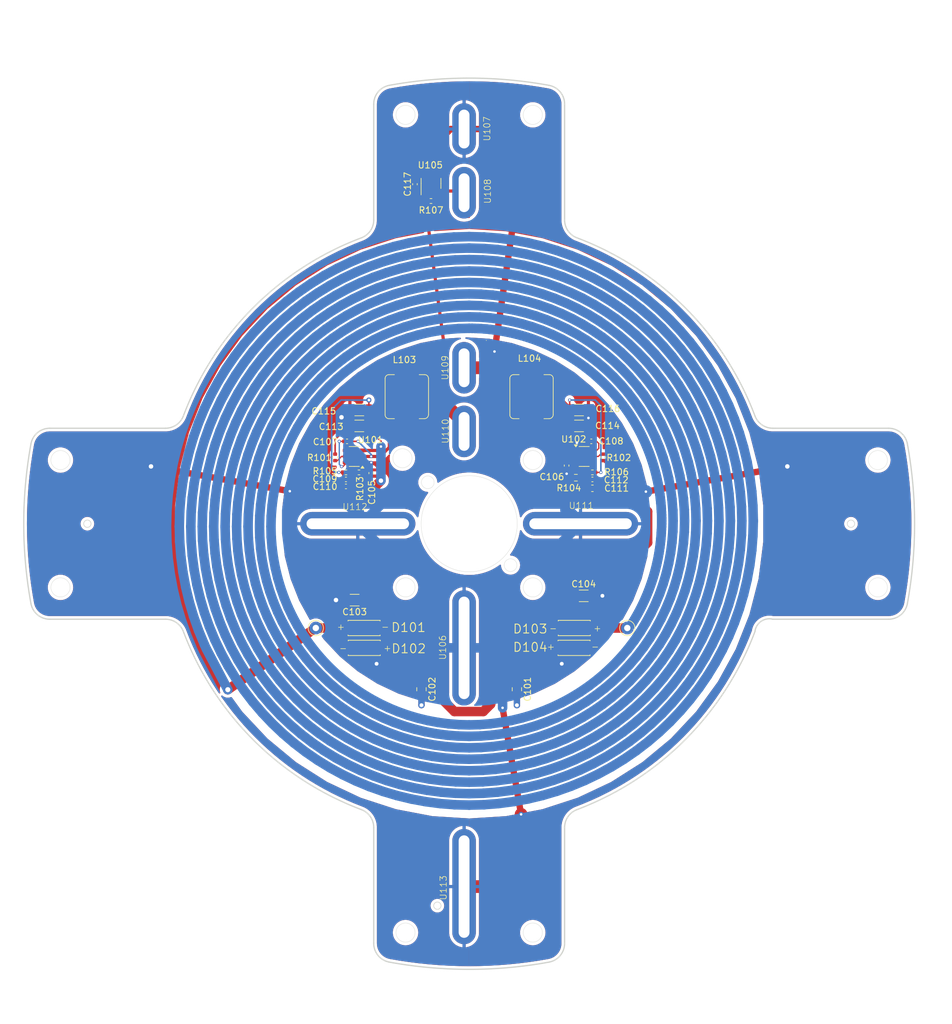
<source format=kicad_pcb>
(kicad_pcb (version 20240108) (generator "pcbnew") (generator_version "8.0")
  (layers (0 "F.Cu" signal) (31 "B.Cu" signal) (34 "B.Paste" user) (35 "F.Paste" user) (36 "B.SilkS" user "B.Silkscreen") (37 "F.SilkS" user "F.Silkscreen") (38 "B.Mask" user) (39 "F.Mask" user) (44 "Edge.Cuts" user))
  (net 0 "")
  (net 1 "/U_unreg")
  (net 2 "GND")
  (net 3 "/SW_BC1")
  (net 4 "/boot_BC1")
  (net 5 "/SW_BC2")
  (net 6 "/boot_BC2")
  (net 7 "+3.3V")
  (net 8 "/FB_BC1")
  (net 9 "+5V")
  (net 10 "/FB_BC2")
  (net 11 "/coil1")
  (net 12 "/EN_BC1")
  (net 13 "/EN_BC2")
  (net 14 "Net-(U105-Output)")
  (footprint "Capacitor_SMD:C_1206_3216Metric" (layer "F.Cu") (at -17.266 -17.863 180)
    (property "Reference" "C115")
    (property "Value" "22µF, 25V")
  )
  (footprint "Capacitor_SMD:C_1206_3216Metric" (layer "F.Cu") (at 18 11.323)
    (property "Reference" "C104")
    (property "Value" "10µF, 50V")
  )
  (footprint "my_footprints:slot_long" (layer "F.Cu") (at -17.5 0)
    (property "Reference" "U112")
    (property "Value" "~")
  )
  (footprint "my_footprints:slot_long" (layer "F.Cu") (at -0.8 19.5 90)
    (property "Reference" "U106")
    (property "Value" "~")
  )
  (footprint "my_footprints:DIOM7959X265N" (layer "F.Cu") (at -16.5 16.38 180)
    (property "Reference" "D101")
    (property "Value" "SS34")
  )
  (footprint "my_footprints:slot_short" (layer "F.Cu") (at -0.8 -14.5 90)
    (property "Reference" "U110")
    (property "Value" "~")
  )
  (footprint "Resistor_SMD:R_0402_1005Metric" (layer "F.Cu") (at -19.366 -8.063 180)
    (property "Reference" "R105")
    (property "Value" "100k")
  )
  (footprint "my_footprints:slot_long" (layer "F.Cu") (at 17.5 0)
    (property "Reference" "U111")
    (property "Value" "~")
  )
  (footprint "my_footprints:Pin_D1.0mm" (layer "F.Cu") (at 24.85 16.38)
    (property "Reference" "U104" (hide yes))
    (property "Value" "~")
  )
  (footprint "my_footprints:slot_short" (layer "F.Cu") (at -0.8 -24.5 90)
    (property "Reference" "U109")
    (property "Value" "~")
  )
  (footprint "Resistor_SMD:R_0603_1608Metric" (layer "F.Cu") (at 16.766 -7.226)
    (property "Reference" "R104")
    (property "Value" "13k")
  )
  (footprint "Capacitor_SMD:C_0402_1005Metric" (layer "F.Cu") (at 15.31 -9.133 -90)
    (property "Reference" "C106")
    (property "Value" "100nF")
  )
  (footprint "Capacitor_SMD:C_0805_2012Metric" (layer "F.Cu") (at 7.5 26 -90)
    (property "Reference" "C101")
    (property "Value" "22µF, 25V")
  )
  (footprint "my_footprints:DIOM7959X265N" (layer "F.Cu") (at 16.5 19.5 180)
    (property "Reference" "D104")
    (property "Value" "SS34")
  )
  (footprint "Package_TO_SOT_SMD:SOT-23-6" (layer "F.Cu") (at 18.066 -10.563)
    (property "Reference" "U102")
    (property "Value" "TPS54202DDC")
  )
  (footprint "Resistor_SMD:R_0402_1005Metric" (layer "F.Cu") (at -21.064 -10.422 -90)
    (property "Reference" "R101")
    (property "Value" "100k")
  )
  (footprint "my_footprints:Pin_D1.0mm" (layer "F.Cu") (at -24.1 16.38)
    (property "Reference" "U103" (hide yes))
    (property "Value" "~")
  )
  (footprint "my_footprints:slot_long" (layer "F.Cu") (at -0.8 57 90)
    (property "Reference" "U113")
    (property "Value" "~")
  )
  (footprint "my_footprints:MH253" (layer "F.Cu") (at -6 -53.461362 90)
    (property "Reference" "U105")
    (property "Value" "MH253")
  )
  (footprint "Capacitor_SMD:C_0402_1005Metric" (layer "F.Cu") (at -19.366 -6.963)
    (property "Reference" "C109")
    (property "Value" "47pF")
  )
  (footprint "Resistor_SMD:R_0402_1005Metric" (layer "F.Cu") (at 21.066 -10.422 90)
    (property "Reference" "R102")
    (property "Value" "100k")
  )
  (footprint "Capacitor_SMD:C_1206_3216Metric" (layer "F.Cu") (at 17.266 -17.863)
    (property "Reference" "C116")
    (property "Value" "22µF, 25V")
  )
  (footprint "Resistor_SMD:R_0402_1005Metric" (layer "F.Cu") (at 19.366 -8.063)
    (property "Reference" "R106")
    (property "Value" "100k")
  )
  (footprint "Inductor_SMD:L_Bourns_SRP7028A_7.3x6.6mm" (layer "F.Cu") (at -9.8 -19.96 90)
    (property "Reference" "L103")
    (property "Value" "33µH")
  )
  (footprint "Resistor_SMD:R_0402_1005Metric" (layer "F.Cu") (at -6.002029 -50.69021)
    (property "Reference" "R107")
    (property "Value" "20k")
  )
  (footprint "Capacitor_SMD:C_0402_1005Metric" (layer "F.Cu") (at 19.191 -12.939 180)
    (property "Reference" "C108")
    (property "Value" "100nF")
  )
  (footprint "Capacitor_SMD:C_0603_1608Metric" (layer "F.Cu") (at 19.366 -5.563 180)
    (property "Reference" "C111")
    (property "Value" "30pF")
  )
  (footprint "my_footprints:DIOM7959X265N" (layer "F.Cu") (at 16.5 16.38)
    (property "Reference" "D103")
    (property "Value" "SS34")
  )
  (footprint "Capacitor_SMD:C_1206_3216Metric" (layer "F.Cu") (at 17.266 -15.363)
    (property "Reference" "C114")
    (property "Value" "22µF, 25V")
  )
  (footprint "my_footprints:JLC_tooling_hole" (layer "F.Cu") (at -5 60)
    (property "Reference" "REF**" (hide yes))
    (property "Value" "JLC_tooling_hole")
    (fp_circle (center 0 0) (end 0.576 0) (stroke (width 0.1)) (fill none) (layer "Edge.Cuts"))
  )
  (footprint "Capacitor_SMD:C_0402_1005Metric" (layer "F.Cu") (at -19.366 -5.863)
    (property "Reference" "C110")
    (property "Value" "10pF")
  )
  (footprint "Capacitor_SMD:C_0402_1005Metric" (layer "F.Cu") (at -19.191 -12.939)
    (property "Reference" "C107")
    (property "Value" "100nF")
  )
  (footprint "Capacitor_SMD:C_0402_1005Metric" (layer "F.Cu") (at 19.366 -6.963 180)
    (property "Reference" "C112")
    (property "Value" "47pF")
  )
  (footprint "my_footprints:DIOM7959X265N" (layer "F.Cu") (at -16.5 19.5)
    (property "Reference" "D102")
    (property "Value" "SS34")
  )
  (footprint "my_footprints:slot_short" (layer "F.Cu") (at -0.8 -52 90)
    (property "Reference" "U108")
    (property "Value" "~")
  )
  (footprint "Package_TO_SOT_SMD:SOT-23-6" (layer "F.Cu") (at -18.066 -10.563 180)
    (property "Reference" "U101")
    (property "Value" "TPS54202DDC")
  )
  (footprint "Capacitor_SMD:C_0402_1005Metric" (layer "F.Cu") (at -8.524986 -53.333956 90)
    (property "Reference" "C117")
    (property "Value" "100nF")
  )
  (footprint "Resistor_SMD:R_0402_1005Metric" (layer "F.Cu") (at -17.316 -8.063 180)
    (property "Reference" "R103")
    (property "Value" "22k")
  )
  (footprint "Inductor_SMD:L_Bourns_SRP7028A_7.3x6.6mm" (layer "F.Cu") (at 9.8 -19.96 90)
    (property "Reference" "L104")
    (property "Value" "33µH")
  )
  (footprint "my_footprints:JLC_tooling_hole" (layer "F.Cu") (at -60 0)
    (property "Reference" "REF**" (hide yes))
    (property "Value" "JLC_tooling_hole")
    (fp_circle (center 0 0) (end 0.576 0) (stroke (width 0.1)) (fill none) (layer "Edge.Cuts"))
  )
  (footprint "Capacitor_SMD:C_1206_3216Metric" (layer "F.Cu") (at -18 12 180)
    (property "Reference" "C103")
    (property "Value" "10µF, 50V")
  )
  (footprint "Capacitor_SMD:C_0402_1005Metric" (layer "F.Cu") (at -15.396 -7.953 90)
    (property "Reference" "C105")
    (property "Value" "100nF")
  )
  (footprint "my_footprints:slot_short" (layer "F.Cu") (at -0.8 -62 90)
    (property "Reference" "U107")
    (property "Value" "~")
  )
  (footprint "my_footprints:JLC_tooling_hole" (layer "F.Cu") (at 60 0)
    (property "Reference" "REF**" (hide yes))
    (property "Value" "JLC_tooling_hole")
    (fp_circle (center 0 0) (end 0.576 0) (stroke (width 0.1)) (fill none) (layer "Edge.Cuts"))
  )
  (footprint "Capacitor_SMD:C_0805_2012Metric" (layer "F.Cu") (at -7.5 26 -90)
    (property "Reference" "C102")
    (property "Value" "22µF, 25V")
  )
  (footprint "Capacitor_SMD:C_1206_3216Metric" (layer "F.Cu") (at -17.266 -15.363 180)
    (property "Reference" "C113")
    (property "Value" "22µF, 25V")
  )
  (gr_line (start 2.7 -28.79) (end 2.7 -28.79) (stroke (width 0.12)) (layer "F.SilkS"))
  (gr_line (start -6 -49.11) (end -6 -49.11) (stroke (width 0.01)) (layer "F.SilkS"))
  (gr_circle (center -64.226 10) (end -62.726 10) (stroke (width 0.05)) (fill none) (layer "Edge.Cuts"))
  (gr_arc (start -12.537314 -68.868104) (mid 0 -70) (end 12.537314 -68.868104) (stroke (width 0.2)) (layer "Edge.Cuts"))
  (gr_arc (start -44.910985 -16.941176) (mid -33.941126 -33.941126) (end -16.941176 -44.910985) (stroke (width 0.2)) (layer "Edge.Cuts"))
  (gr_circle (center 10 -10) (end 11.5 -10) (stroke (width 0.05)) (fill none) (layer "Edge.Cuts"))
  (gr_arc (start 12.537314 68.868104) (mid 0 70) (end -12.537314 68.868104) (stroke (width 0.2)) (layer "Edge.Cuts"))
  (gr_line (start -65.916614 15) (end -47.717921 15) (stroke (width 0.2)) (layer "Edge.Cuts"))
  (gr_line (start -15 47.717921) (end -15 65.916614) (stroke (width 0.2)) (layer "Edge.Cuts"))
  (gr_arc (start -68.868104 12.537314) (mid -70 0) (end -68.868104 -12.537314) (stroke (width 0.2)) (layer "Edge.Cuts"))
  (gr_circle (center -10.486 -10.287) (end -8.986 -10.287) (stroke (width 0.05)) (fill none) (layer "Edge.Cuts"))
  (gr_circle (center -6.505382 -6.505382) (end -5.505382 -6.505382) (stroke (width 0.05)) (fill none) (layer "Edge.Cuts"))
  (gr_arc (start 65.916614 -15) (mid 67.838599 -14.303469) (end 68.868104 -12.537314) (stroke (width 0.2)) (layer "Edge.Cuts"))
  (gr_circle (center 10 10) (end 11.5 10) (stroke (width 0.05)) (fill none) (layer "Edge.Cuts"))
  (gr_arc (start -12.537314 68.868104) (mid -14.303469 67.8386) (end -15 65.916614) (stroke (width 0.2)) (layer "Edge.Cuts"))
  (gr_arc (start 16.941176 -44.910985) (mid 33.941126 -33.941126) (end 44.910985 -16.941176) (stroke (width 0.2)) (layer "Edge.Cuts"))
  (gr_circle (center -64.226 -10) (end -62.726 -10) (stroke (width 0.05)) (fill none) (layer "Edge.Cuts"))
  (gr_line (start -15 -65.916614) (end -15 -47.717921) (stroke (width 0.2)) (layer "Edge.Cuts"))
  (gr_arc (start -68.868104 -12.537314) (mid -67.8386 -14.30347) (end -65.916614 -15) (stroke (width 0.2)) (layer "Edge.Cuts"))
  (gr_line (start 15 -65.916614) (end 15 -47.717921) (stroke (width 0.2)) (layer "Edge.Cuts"))
  (gr_circle (center 10 -64.226) (end 11.5 -64.226) (stroke (width 0.05)) (fill none) (layer "Edge.Cuts"))
  (gr_arc (start 16.941176 -44.910985) (mid 15.532565 -46.011532) (end 15 -47.717921) (stroke (width 0.2)) (layer "Edge.Cuts"))
  (gr_arc (start -16.941176 44.910985) (mid -33.941126 33.941126) (end -44.910985 16.941176) (stroke (width 0.2)) (layer "Edge.Cuts"))
  (gr_arc (start -44.910985 -16.941176) (mid -46.011532 -15.532565) (end -47.717921 -15) (stroke (width 0.2)) (layer "Edge.Cuts"))
  (gr_circle (center 0 0) (end 7.55 0) (stroke (width 0.05)) (fill none) (layer "Edge.Cuts"))
  (gr_arc (start -15 -65.916614) (mid -14.303469 -67.8386) (end -12.537314 -68.868104) (stroke (width 0.2)) (layer "Edge.Cuts"))
  (gr_circle (center 64.226 10) (end 65.726 10) (stroke (width 0.05)) (fill none) (layer "Edge.Cuts"))
  (gr_arc (start 15 47.717921) (mid 15.532565 46.011532) (end 16.941176 44.910985) (stroke (width 0.2)) (layer "Edge.Cuts"))
  (gr_arc (start 44.910985 16.941176) (mid 33.941126 33.941126) (end 16.941176 44.910985) (stroke (width 0.2)) (layer "Edge.Cuts"))
  (gr_line (start 47.717921 15) (end 65.916614 15) (stroke (width 0.2)) (layer "Edge.Cuts"))
  (gr_circle (center 6.505382 6.505382) (end 7.505382 6.505382) (stroke (width 0.05)) (fill none) (layer "Edge.Cuts"))
  (gr_arc (start 47.717921 -15) (mid 46.011532 -15.532565) (end 44.910985 -16.941176) (stroke (width 0.2)) (layer "Edge.Cuts"))
  (gr_arc (start -47.717921 15) (mid -46.011532 15.532565) (end -44.910985 16.941176) (stroke (width 0.2)) (layer "Edge.Cuts"))
  (gr_line (start 47.717921 -15) (end 65.916614 -15) (stroke (width 0.2)) (layer "Edge.Cuts"))
  (gr_arc (start 15 65.916614) (mid 14.303469 67.8386) (end 12.537314 68.868104) (stroke (width 0.2)) (layer "Edge.Cuts"))
  (gr_line (start 15 47.717921) (end 15 65.916614) (stroke (width 0.2)) (layer "Edge.Cuts"))
  (gr_arc (start -15 -47.717921) (mid -15.532565 -46.011532) (end -16.941176 -44.910985) (stroke (width 0.2)) (layer "Edge.Cuts"))
  (gr_circle (center -10 64.226) (end -8.5 64.226) (stroke (width 0.05)) (fill none) (layer "Edge.Cuts"))
  (gr_arc (start 44.910985 16.941176) (mid 45.875875 15.336405) (end 47.717921 15) (stroke (width 0.2)) (layer "Edge.Cuts"))
  (gr_circle (center -10 10) (end -8.5 10) (stroke (width 0.05)) (fill none) (layer "Edge.Cuts"))
  (gr_arc (start 68.868104 12.537314) (mid 67.8386 14.303469) (end 65.916614 15) (stroke (width 0.2)) (layer "Edge.Cuts"))
  (gr_circle (center 64.226 -10) (end 65.726 -10) (stroke (width 0.05)) (fill none) (layer "Edge.Cuts"))
  (gr_arc (start -65.916614 15) (mid -67.8386 14.303469) (end -68.868104 12.537314) (stroke (width 0.2)) (layer "Edge.Cuts"))
  (gr_circle (center -10 -64.226) (end -8.5 -64.226) (stroke (width 0.05)) (fill none) (layer "Edge.Cuts"))
  (gr_line (start -65.916614 -15) (end -47.717921 -15) (stroke (width 0.2)) (layer "Edge.Cuts"))
  (gr_circle (center 10 64.226) (end 11.5 64.226) (stroke (width 0.05)) (fill none) (layer "Edge.Cuts"))
  (gr_arc (start -16.941176 44.910985) (mid -15.532565 46.011532) (end -15 47.717921) (stroke (width 0.2)) (layer "Edge.Cuts"))
  (gr_arc (start 12.537314 -68.868104) (mid 14.303469 -67.8386) (end 15 -65.916614) (stroke (width 0.2)) (layer "Edge.Cuts"))
  (gr_arc (start 68.868104 -12.537314) (mid 70 0) (end 68.868104 12.537314) (stroke (width 0.2)) (layer "Edge.Cuts"))
  (segment (start 3.37 28.345) (end 3.37 23.47) (width 1.5) (layer "F.Cu") (net 1))
  (segment (start 16.9285 -9.613) (end 15.31 -9.613) (width 0.5) (layer "F.Cu") (net 1))
  (segment (start -10.688 16.38) (end -7.5 19.568) (width 1.5) (layer "F.Cu") (net 1))
  (segment (start -25.89 -4) (end -16.61 -4) (width 1.5) (layer "F.Cu") (net 1))
  (segment (start -14.55 11.955) (end -14.55 8.85) (width 1.5) (layer "F.Cu") (net 1))
  (segment (start 10.559 16.38) (end 7.5 19.439) (width 1.5) (layer "F.Cu") (net 1))
  (segment (start -16.61 -4.019) (end -13.866 -6.763) (width 1.5) (layer "F.Cu") (net 1))
  (segment (start 19.176 4.77) (end 26.24 4.77) (width 1.5) (layer "F.Cu") (net 1))
  (segment (start -28.22 -1.67) (end -25.89 -4) (width 1.5) (layer "F.Cu") (net 1))
  (segment (start -14.595 12) (end -14.55 11.955) (width 0.25) (layer "F.Cu") (net 1))
  (segment (start -16.525 12) (end -14.595 12) (width 1) (layer "F.Cu") (net 1))
  (segment (start 14.55 16.38) (end 10.559 16.38) (width 1.5) (layer "F.Cu") (net 1))
  (segment (start -14.774 -13.88) (end -13.866 -12.972) (width 0.25) (layer "F.Cu") (net 1))
  (segment (start -14.576 -7.473) (end -13.866 -6.763) (width 0.5) (layer "F.Cu") (net 1))
  (segment (start 16.525 11.323) (end 14.581 11.323) (width 1) (layer "F.Cu") (net 1))
  (segment (start 14.55 9.396) (end 19.176 4.77) (width 1.5) (layer "F.Cu") (net 1))
  (segment (start 26.24 4.77) (end 28.04 2.97) (width 1.5) (layer "F.Cu") (net 1))
  (segment (start 14.55 11.292) (end 14.55 9.396) (width 1.5) (layer "F.Cu") (net 1))
  (segment (start 21.066 -9.912) (end 21.714 -9.264) (width 0.25) (layer "F.Cu") (net 1))
  (segment (start 21.714 -4.834) (end 20.54 -3.66) (width 0.25) (layer "F.Cu") (net 1))
  (segment (start -20.399 -13.88) (end -14.774 -13.88) (width 0.25) (layer "F.Cu") (net 1))
  (segment (start 28.04 -1.92) (end 26.3 -3.66) (width 1.5) (layer "F.Cu") (net 1))
  (segment (start 3.37 23.47) (end 7.401 19.439) (width 1.5) (layer "F.Cu") (net 1))
  (segment (start 14.363 -9.613) (end 13.52 -8.77) (width 0.5) (layer "F.Cu") (net 1))
  (segment (start 20.54 -3.66) (end 15.661 -3.66) (width 1.5) (layer "F.Cu") (net 1))
  (segment (start -2.325 29.5) (end -6.775 25.05) (width 1.5) (layer "F.Cu") (net 1))
  (segment (start -16.9285 -11.513) (end -14.476 -11.513) (width 0.5) (layer "F.Cu") (net 1))
  (segment (start 28.04 2.97) (end 28.04 -1.92) (width 1.5) (layer "F.Cu") (net 1))
  (segment (start -16.61 -4) (end -16.61 -4.019) (width 1.5) (layer "F.Cu") (net 1))
  (segment (start 26.3 -3.66) (end 20.54 -3.66) (width 1.5) (layer "F.Cu") (net 1))
  (segment (start 2.215 29.5) (end 3.37 28.345) (width 1.5) (layer "F.Cu") (net 1))
  (segment (start 21.714 -9.264) (end 21.714 -4.834) (width 0.25) (layer "F.Cu") (net 1))
  (segment (start 13.52 -5.871) (end 13.485 -5.836) (width 0.5) (layer "F.Cu") (net 1))
  (segment (start -2.325 29.5) (end 2.215 29.5) (width 1.5) (layer "F.Cu") (net 1))
  (segment (start -21.064 -10.932) (end -21.064 -13.215) (width 0.25) (layer "F.Cu") (net 1))
  (segment (start 14.581 11.323) (end 14.55 11.292) (width 0.25) (layer "F.Cu") (net 1))
  (segment (start -28.22 3.2) (end -28.22 -1.67) (width 1.5) (layer "F.Cu") (net 1))
  (segment (start -21.064 -13.215) (end -20.399 -13.88) (width 0.25) (layer "F.Cu") (net 1))
  (segment (start 7.5 19.439) (end 7.5 25.05) (width 1.5) (layer "F.Cu") (net 1))
  (segment (start 15.661 -3.66) (end 13.485 -5.836) (width 1.5) (layer "F.Cu") (net 1))
  (segment (start 15.31 -9.613) (end 14.363 -9.613) (width 0.5) (layer "F.Cu") (net 1))
  (segment (start -14.55 16.38) (end -10.688 16.38) (width 1.5) (layer "F.Cu") (net 1))
  (segment (start -15.396 -7.473) (end -14.576 -7.473) (width 0.5) (layer "F.Cu") (net 1))
  (segment (start -25.82 5.6) (end -28.22 3.2) (width 1.5) (layer "F.Cu") (net 1))
  (segment (start -7.5 19.568) (end -7.5 25.05) (width 1.5) (layer "F.Cu") (net 1))
  (segment (start -14.55 8.85) (end -17.8 5.6) (width 1.5) (layer "F.Cu") (net 1))
  (segment (start 13.52 -8.77) (end 13.52 -5.871) (width 0.5) (layer "F.Cu") (net 1))
  (segment (start -14.55 16.38) (end -14.55 11.955) (width 1.5) (layer "F.Cu") (net 1))
  (segment (start -17.8 5.6) (end -25.82 5.6) (width 1.5) (layer "F.Cu") (net 1))
  (segment (start 7.401 19.439) (end 7.5 19.439) (width 1.5) (layer "F.Cu") (net 1))
  (segment (start 14.55 16.38) (end 14.55 11.292) (width 1.5) (layer "F.Cu") (net 1))
  (segment (start -7.5 25.05) (end -6.775 25.05) (width 1.5) (layer "F.Cu") (net 1))
  (segment (start -13.866 -12.972) (end -13.866 -12.123) (width 0.25) (layer "F.Cu") (net 1))
  (segment (start -14.476 -11.513) (end -13.866 -12.123) (width 0.5) (layer "F.Cu") (net 1))
  (via (at -13.866 -6.763) (size 1) (drill 0.7) (layers "F.Cu" "B.Cu") (net 1))
  (via (at -13.866 -12.123) (size 0.8) (drill 0.4) (layers "F.Cu" "B.Cu") (net 1))
  (segment (start -13.866 -6.763) (end -13.866 -12.123) (width 1.5) (layer "B.Cu") (net 1))
  (segment (start -2.9 -62) (end -6 -58.9) (width 1) (layer "F.Cu") (net 2))
  (segment (start -7.5 28.5) (end -7.5 26.95) (width 1) (layer "F.Cu") (net 2))
  (segment (start 5.25 28.92) (end 8.16 45.65) (width 1) (layer "F.Cu") (net 2))
  (segment (start 15.31 -8.653) (end 15.31 -7.857) (width 0.5) (layer "F.Cu") (net 2))
  (segment (start -19.475 12) (end -20.92 12) (width 1) (layer "F.Cu") (net 2))
  (segment (start 19.475 11.323) (end 20.94 11.323) (width 1) (layer "F.Cu") (net 2))
  (segment (start 18.741 -16.608) (end 18.741 -15.363) (width 0.5) (layer "F.Cu") (net 2))
  (segment (start 6.9 -47.06) (end 6.9 -58.44) (width 1) (layer "F.Cu") (net 2))
  (segment (start 8.16 53.79) (end 4.95 57) (width 2) (layer "F.Cu") (net 2))
  (segment (start -16.9285 -9.613) (end -15.396 -9.613) (width 0.5) (layer "F.Cu") (net 2))
  (segment (start 4.95 57) (end -0.8 57) (width 2) (layer "F.Cu") (net 2))
  (segment (start 15.3155 -7.8515) (end 15.941 -7.226) (width 0.5) (layer "F.Cu") (net 2))
  (segment (start -16.436 -8.433) (end -16.806 -8.063) (width 0.5) (layer "F.Cu") (net 2))
  (segment (start 3.98 -27.05) (end 6.9 -47.06) (width 1) (layer "F.Cu") (net 2))
  (segment (start -20.066 -16.724) (end -20.066 -17.518) (width 0.7) (layer "F.Cu") (net 2))
  (segment (start -20.92 12) (end -20.932 11.988) (width 0.25) (layer "F.Cu") (net 2))
  (segment (start 18.741 -15.363) (end 18.741 -14.71) (width 0.5) (layer "F.Cu") (net 2))
  (segment (start -15.396 -8.433) (end -16.436 -8.433) (width 0.5) (layer "F.Cu") (net 2))
  (segment (start 6.9 -58.44) (end 3.34 -62) (width 1) (layer "F.Cu") (net 2))
  (segment (start 3.34 -62) (end -0.8 -62) (width 1) (layer "F.Cu") (net 2))
  (segment (start 18.741 -17.863) (end 18.741 -16.608) (width 0.5) (layer "F.Cu") (net 2))
  (segment (start 15.31 -7.857) (end 15.3155 -7.8515) (width 0.5) (layer "F.Cu") (net 2))
  (segment (start -7.677581 -54.661361) (end -6.002737 -54.661361) (width 0.5) (layer "F.Cu") (net 2))
  (segment (start 18.741 -14.71) (end 16.9285 -12.8975) (width 0.5) (layer "F.Cu") (net 2))
  (segment (start 8.16 45.65) (end 8.16 53.79) (width 2) (layer "F.Cu") (net 2))
  (segment (start 16.9285 -12.708) (end 16.9285 -11.513) (width 0.5) (layer "F.Cu") (net 2))
  (segment (start 14.55 19.5) (end 14.55 22) (width 1.5) (layer "F.Cu") (net 2))
  (segment (start -6 -54.661362) (end -6 -58.9) (width 0.75) (layer "F.Cu") (net 2))
  (segment (start -50 -9) (end -28.19 -5.11) (width 1) (layer "F.Cu") (net 2))
  (segment (start -8.524986 -53.813956) (end -7.677581 -54.661361) (width 0.5) (layer "F.Cu") (net 2))
  (segment (start -14.55 19.5) (end -14.55 22) (width 1.5) (layer "F.Cu") (net 2))
  (segment (start -15.396 -9.613) (end -15.396 -8.483) (width 0.5) (layer "F.Cu") (net 2))
  (segment (start -18.741 -17.863) (end -19.721 -17.863) (width 0.7) (layer "F.Cu") (net 2))
  (segment (start 50 -9) (end 27.77 -5.04) (width 1) (layer "F.Cu") (net 2))
  (segment (start 7.5 28.5) (end 7.5 26.95) (width 1) (layer "F.Cu") (net 2))
  (segment (start -18.741 -15.363) (end -19.781 -15.363) (width 0.7) (layer "F.Cu") (net 2))
  (segment (start 16.9285 -12.8975) (end 16.9285 -12.708) (width 0.5) (layer "F.Cu") (net 2))
  (segment (start -20.066 -15.648) (end -20.066 -16.724) (width 0.7) (layer "F.Cu") (net 2))
  (segment (start -20.066 -17.518) (end -19.721 -17.863) (width 0.7) (layer "F.Cu") (net 2))
  (segment (start -0.8 -62) (end -2.9 -62) (width 1) (layer "F.Cu") (net 2))
  (segment (start -19.781 -15.363) (end -20.066 -15.648) (width 0.7) (layer "F.Cu") (net 2))
  (via (at 50 -9) (size 1) (drill 0.7) (layers "F.Cu" "B.Cu") (net 2))
  (via (at 18.741 -16.608) (size 0.8) (drill 0.4) (layers "F.Cu" "B.Cu") (net 2))
  (via (at -20.932 11.988) (size 1) (drill 0.7) (layers "F.Cu" "B.Cu") (net 2))
  (via (at -14.55 22) (size 1) (drill 0.6) (layers "F.Cu" "B.Cu") (net 2))
  (via (at 3.98 -27.05) (size 0.8) (drill 0.4) (layers "F.Cu" "B.Cu") (net 2))
  (via (at -28.19 -5.11) (size 0.8) (drill 0.4) (layers "F.Cu" "B.Cu") (net 2))
  (via (at 7.5 28.5) (size 1) (drill 0.6) (layers "F.Cu" "B.Cu") (net 2))
  (via (at 14.55 22) (size 1) (drill 0.6) (layers "F.Cu" "B.Cu") (net 2))
  (via (at -20.066 -16.724) (size 1) (drill 0.7) (layers "F.Cu" "B.Cu") (net 2))
  (via (at -7.5 28.5) (size 1) (drill 0.6) (layers "F.Cu" "B.Cu") (net 2))
  (via (at 15.3155 -7.8515) (size 0.8) (drill 0.4) (layers "F.Cu" "B.Cu") (net 2))
  (via (at -15.396 -9.613) (size 0.5) (drill 0.3) (layers "F.Cu" "B.Cu") (net 2))
  (via (at -50 -9) (size 1) (drill 0.7) (layers "F.Cu" "B.Cu") (net 2))
  (via (at 5.25 28.92) (size 0.8) (drill 0.4) (layers "F.Cu" "B.Cu") (net 2))
  (via (at 27.77 -5.04) (size 0.8) (drill 0.4) (layers "F.Cu" "B.Cu") (net 2))
  (via (at 20.94 11.323) (size 1) (drill 0.6) (layers "F.Cu" "B.Cu") (net 2))
  (via (at 16.9285 -12.708) (size 0.8) (drill 0.4) (layers "F.Cu" "B.Cu") (net 2))
  (via (at 8.16 45.65) (size 0.8) (drill 0.4) (layers "F.Cu" "B.Cu") (net 2))
  (segment (start -17.5 0) (end -17.5 -1.74) (width 2) (layer "B.Cu") (net 2))
  (segment (start 18.741 -16.608) (end 18.741 -14.5205) (width 0.5) (layer "B.Cu") (net 2))
  (segment (start -16.33546 -0.535) (end -9.87023 -7.00023) (width 1.5) (layer "B.Cu") (net 2))
  (segment (start -7.5 25.566) (end -11.066 22) (width 1) (layer "B.Cu") (net 2))
  (segment (start 5.25 19.5) (end 5.25 28.92) (width 1.5) (layer "B.Cu") (net 2))
  (segment (start 15.3155 -2.1645) (end 15.3155 -5.05) (width 2) (layer "B.Cu") (net 2))
  (segment (start -17.5 0) (end -16.965 -0.535) (width 1.5) (layer "B.Cu") (net 2))
  (segment (start 7.5 28.5) (end 7.5 26.63) (width 1) (layer "B.Cu") (net 2))
  (segment (start 3.98 -17.92) (end 3.98 -27.05) (width 2) (layer "B.Cu") (net 2))
  (segment (start -20.932 11.988) (end -14.656 11.988) (width 1) (layer "B.Cu") (net 2))
  (segment (start 18.741 -16.608) (end 15.018 -16.608) (width 2) (layer "B.Cu") (net 2))
  (segment (start 5.25 19.5) (end -0.8 19.5) (width 1.5) (layer "B.Cu") (net 2))
  (segment (start 14.01 -9.157) (end 15.3155 -7.8515) (width 2) (layer "B.Cu") (net 2))
  (segment (start -17.5 0) (end -14.55 2.95) (width 1.5) (layer "B.Cu") (net 2))
  (segment (start 14.55 22) (end 14.55 11.33) (width 1.5) (layer "B.Cu") (net 2))
  (segment (start -10.616 -14.092) (end -9.352 -14.092) (width 1.5) (layer "B.Cu") (net 2))
  (segment (start 17.48 0) (end 14.55 2.93) (width 1.5) (layer "B.Cu") (net 2))
  (segment (start 14.55 22) (end 12.13 22) (width 1.5) (layer "B.Cu") (net 2))
  (segment (start -14.55 22) (end -12 22) (width 1.5) (layer "B.Cu") (net 2))
  (segment (start -16.965 -0.535) (end -16.33546 -0.535) (width 1.5) (layer "B.Cu") (net 2))
  (segment (start -7.2 -11.94) (end -7.2 -9.670461) (width 1.5) (layer "B.Cu") (net 2))
  (segment (start -7.2 -9.670461) (end -9.87023 -7.00023) (width 1.5) (layer "B.Cu") (net 2))
  (segment (start 15.3155 -5.05) (end 27.76 -5.05) (width 2) (layer "B.Cu") (net 2))
  (segment (start 15.3155 -5.05) (end 15.3155 -7.8515) (width 2) (layer "B.Cu") (net 2))
  (segment (start -14.55 22) (end -14.55 11.882) (width 1.5) (layer "B.Cu") (net 2))
  (segment (start -14.55 2.95) (end -14.55 11.882) (width 1.5) (layer "B.Cu") (net 2))
  (segment (start 17.48 0) (end 15.3155 -2.1645) (width 2) (layer "B.Cu") (net 2))
  (segment (start 12.13 22) (end 9.63 19.5) (width 1.5) (layer "B.Cu") (net 2))
  (segment (start -9.352 -14.092) (end -7.2 -11.94) (width 1.5) (layer "B.Cu") (net 2))
  (segment (start 18.741 -14.5205) (end 16.9285 -12.708) (width 0.5) (layer "B.Cu") (net 2))
  (segment (start 14.557 11.323) (end 14.55 11.33) (width 1) (layer "B.Cu") (net 2))
  (segment (start 20.94 11.323) (end 14.557 11.323) (width 1) (layer "B.Cu") (net 2))
  (segment (start -11.066 22) (end -8.566 19.5) (width 1.5) (layer "B.Cu") (net 2))
  (segment (start 17.5 0) (end 17.48 0) (width 0.25) (layer "B.Cu") (net 2))
  (segment (start 14.55 2.93) (end 14.55 11.33) (width 1.5) (layer "B.Cu") (net 2))
  (segment (start -21.8 -5.11) (end -28.19 -5.11) (width 2) (layer "B.Cu") (net 2))
  (segment (start 27.76 -5.05) (end 27.77 -5.04) (width 2) (layer "B.Cu") (net 2))
  (segment (start 14.01 -15.6) (end 14.01 -9.157) (width 2) (layer "B.Cu") (net 2))
  (segment (start 9.63 19.5) (end 5.25 19.5) (width 1.5) (layer "B.Cu") (net 2))
  (segment (start -8.566 19.5) (end -0.8 19.5) (width 1.5) (layer "B.Cu") (net 2))
  (segment (start -13.248 -16.724) (end -20.066 -16.724) (width 1.5) (layer "B.Cu") (net 2))
  (segment (start 15.018 -16.608) (end 14.01 -15.6) (width 2) (layer "B.Cu") (net 2))
  (segment (start 14.01 -15.6) (end 6.3 -15.6) (width 2) (layer "B.Cu") (net 2))
  (segment (start 6.3 -15.6) (end 3.98 -17.92) (width 2) (layer "B.Cu") (net 2))
  (segment (start -21.75 -5.06) (end -21.8 -5.11) (width 2) (layer "B.Cu") (net 2))
  (segment (start 7.5 26.63) (end 12.13 22) (width 1) (layer "B.Cu") (net 2))
  (segment (start -10.616 -14.092) (end -13.248 -16.724) (width 1.5) (layer "B.Cu") (net 2))
  (segment (start -14.656 11.988) (end -14.55 11.882) (width 0.25) (layer "B.Cu") (net 2))
  (segment (start -7.5 28.5) (end -7.5 25.566) (width 1) (layer "B.Cu") (net 2))
  (segment (start -12 22) (end -11.066 22) (width 1.5) (layer "B.Cu") (net 2))
  (segment (start -20.82 -5.06) (end -21.75 -5.06) (width 2) (layer "B.Cu") (net 2))
  (segment (start -17.5 -1.74) (end -20.82 -5.06) (width 2) (layer "B.Cu") (net 2))
  (segment (start -15.396 -10.563) (end -13.997 -10.563) (width 0.5) (layer "F.Cu") (net 3))
  (segment (start -13.997 -10.563) (end -12.55 -12.01) (width 0.5) (layer "F.Cu") (net 3))
  (segment (start -12.55 -12.01) (end -12.55 -15.04) (width 0.5) (layer "F.Cu") (net 3))
  (segment (start -10.355 -17.235) (end -9.8 -17.235) (width 0.25) (layer "F.Cu") (net 3))
  (segment (start -12.55 -15.04) (end -10.355 -17.235) (width 0.5) (layer "F.Cu") (net 3))
  (segment (start -16.9285 -10.563) (end -15.323 -10.563) (width 0.5) (layer "F.Cu") (net 3))
  (segment (start -18.711 -12.939) (end -17.457 -12.939) (width 0.25) (layer "F.Cu") (net 3))
  (via (at -15.396 -10.563) (size 0.5) (drill 0.3) (layers "F.Cu" "B.Cu") (net 3))
  (via (at -17.457 -12.939) (size 0.5) (drill 0.3) (layers "F.Cu" "B.Cu") (net 3))
  (segment (start -15.396 -10.878) (end -15.396 -10.563) (width 0.25) (layer "B.Cu") (net 3))
  (segment (start -17.457 -12.939) (end -15.396 -10.878) (width 0.25) (layer "B.Cu") (net 3))
  (segment (start -20.061054 -8.981872) (end -19.834628 -8.981872) (width 0.2) (layer "F.Cu") (net 4))
  (segment (start -19.671 -12.939) (end -20.41 -12.939) (width 0.2) (layer "F.Cu") (net 4))
  (segment (start -19.834628 -8.981872) (end -19.2035 -9.613) (width 0.2) (layer "F.Cu") (net 4))
  (via (at -20.41 -12.939) (size 0.5) (drill 0.3) (layers "F.Cu" "B.Cu") (net 4))
  (via (at -20.061054 -8.981872) (size 0.5) (drill 0.3) (layers "F.Cu" "B.Cu") (net 4))
  (segment (start -20.41 -12.939) (end -20.41 -10.168) (width 0.2) (layer "B.Cu") (net 4))
  (segment (start -20.41 -10.168) (end -20.41 -9.330818) (width 0.2) (layer "B.Cu") (net 4))
  (segment (start -20.41 -9.330818) (end -20.061054 -8.981872) (width 0.2) (layer "B.Cu") (net 4))
  (segment (start 15.457 -10.563) (end 14.28 -11.74) (width 0.5) (layer "F.Cu") (net 5))
  (segment (start 18.065 -10.862) (end 17.766 -10.563) (width 0.2) (layer "F.Cu") (net 5))
  (segment (start 18.065 -12.663) (end 18.065 -10.862) (width 0.2) (layer "F.Cu") (net 5))
  (segment (start 18.711 -12.939) (end 18.341 -12.939) (width 0.2) (layer "F.Cu") (net 5))
  (segment (start 14.28 -12.755) (end 9.8 -17.235) (width 0.5) (layer "F.Cu") (net 5))
  (segment (start 16.9285 -10.563) (end 15.457 -10.563) (width 0.5) (layer "F.Cu") (net 5))
  (segment (start 14.28 -11.74) (end 14.28 -12.755) (width 0.5) (layer "F.Cu") (net 5))
  (segment (start 18.341 -12.939) (end 18.065 -12.663) (width 0.2) (layer "F.Cu") (net 5))
  (segment (start 17.766 -10.563) (end 16.9285 -10.563) (width 0.2) (layer "F.Cu") (net 5))
  (segment (start 20.035 -11.513) (end 20.366 -11.844) (width 0.2) (layer "F.Cu") (net 6))
  (segment (start 19.2035 -11.513) (end 20.035 -11.513) (width 0.2) (layer "F.Cu") (net 6))
  (segment (start 20.366 -12.612) (end 20.039 -12.939) (width 0.2) (layer "F.Cu") (net 6))
  (segment (start 20.039 -12.939) (end 19.671 -12.939) (width 0.2) (layer "F.Cu") (net 6))
  (segment (start 20.366 -11.844) (end 20.366 -12.612) (width 0.2) (layer "F.Cu") (net 6))
  (segment (start -19.846 -6.963) (end -19.846 -8.033) (width 0.25) (layer "F.Cu") (net 7))
  (segment (start -9.8 -22.54) (end -3.98 -28.36) (width 0.5) (layer "F.Cu") (net 7))
  (segment (start -11.645 -20.695) (end -9.8 -22.54) (width 1) (layer "F.Cu") (net 7))
  (segment (start -6.952737 -52.261361) (end -6.512029 -51.820653) (width 0.5) (layer "F.Cu") (net 7))
  (segment (start -6.58 -47.84) (end -6.58 -50.29) (width 0.5) (layer "F.Cu") (net 7))
  (segment (start -15.76 -19.43) (end -15.76 -17.894) (width 0.25) (layer "F.Cu") (net 7))
  (segment (start -7.932391 -52.261361) (end -6.952737 -52.261361) (width 0.5) (layer "F.Cu") (net 7))
  (segment (start -6.58 -50.29) (end -6.512028 -50.357972) (width 0.5) (layer "F.Cu") (net 7))
  (segment (start -19.876 -8.063) (end -20.476 -8.063) (width 0.2) (layer "F.Cu") (net 7))
  (segment (start -6.615 -22.685) (end -4.76 -20.83) (width 2) (layer "F.Cu") (net 7))
  (segment (start -19.846 -5.863) (end -19.846 -6.963) (width 0.25) (layer "F.Cu") (net 7))
  (segment (start -14.477 -17.863) (end -11.645 -20.695) (width 1) (layer "F.Cu") (net 7))
  (segment (start -4.76 -19.79) (end -0.8 -15.83) (width 2) (layer "F.Cu") (net 7))
  (segment (start -8.524986 -52.853957) (end -7.932391 -52.261361) (width 0.5) (layer "F.Cu") (net 7))
  (segment (start -0.8 -15.83) (end -0.8 -14.5) (width 2) (layer "F.Cu") (net 7))
  (segment (start -9.8 -22.54) (end -9.8 -22.685) (width 0.25) (layer "F.Cu") (net 7))
  (segment (start -15.791 -15.363) (end -15.791 -17.863) (width 1) (layer "F.Cu") (net 7))
  (segment (start -8.985 -22.685) (end -9.8 -22.685) (width 0.25) (layer "F.Cu") (net 7))
  (segment (start -15.791 -17.863) (end -14.477 -17.863) (width 1) (layer "F.Cu") (net 7))
  (segment (start -6.512028 -50.357972) (end -6.512028 -50.69021) (width 0.5) (layer "F.Cu") (net 7))
  (segment (start -6.512029 -51.820653) (end -6.512029 -50.69021) (width 0.5) (layer "F.Cu") (net 7))
  (segment (start -3.98 -28.36) (end -6.58 -47.84) (width 0.5) (layer "F.Cu") (net 7))
  (segment (start -4.76 -20.83) (end -4.76 -19.79) (width 2) (layer "F.Cu") (net 7))
  (segment (start -9.8 -22.685) (end -6.615 -22.685) (width 2) (layer "F.Cu") (net 7))
  (segment (start -15.76 -17.894) (end -15.791 -17.863) (width 0.25) (layer "F.Cu") (net 7))
  (segment (start -19.846 -8.033) (end -19.876 -8.063) (width 0.25) (layer "F.Cu") (net 7))
  (via (at -20.476 -8.063) (size 0.5) (drill 0.3) (layers "F.Cu" "B.Cu") (net 7))
  (via (at -15.76 -19.43) (size 0.8) (drill 0.4) (layers "F.Cu" "B.Cu") (net 7))
  (segment (start -21.61 -8.578) (end -21.099 -8.067) (width 0.25) (layer "B.Cu") (net 7))
  (segment (start -20.126 -19.425) (end -21.61 -17.941) (width 0.25) (layer "B.Cu") (net 7))
  (segment (start -20.48 -8.067) (end -20.476 -8.063) (width 0.25) (layer "B.Cu") (net 7))
  (segment (start -21.61 -17.941) (end -21.61 -8.578) (width 0.25) (layer "B.Cu") (net 7))
  (segment (start -21.099 -8.067) (end -20.48 -8.067) (width 0.25) (layer "B.Cu") (net 7))
  (segment (start -15.772 -19.425) (end -15.765 -19.425) (width 0.25) (layer "B.Cu") (net 7))
  (segment (start -15.772 -19.425) (end -20.126 -19.425) (width 0.25) (layer "B.Cu") (net 7))
  (segment (start -15.765 -19.425) (end -15.76 -19.43) (width 0.25) (layer "B.Cu") (net 7))
  (segment (start -18.856 -8.063) (end -18.856 -6.993) (width 0.2) (layer "F.Cu") (net 8))
  (segment (start -17.826 -8.063) (end -18.046 -8.283) (width 0.2) (layer "F.Cu") (net 8))
  (segment (start -18.046 -11.193) (end -18.366 -11.513) (width 0.2) (layer "F.Cu") (net 8))
  (segment (start -18.886 -6.963) (end -18.886 -5.863) (width 0.2) (layer "F.Cu") (net 8))
  (segment (start -18.046 -8.283) (end -18.046 -11.193) (width 0.2) (layer "F.Cu") (net 8))
  (segment (start -18.366 -11.513) (end -19.2035 -11.513) (width 0.2) (layer "F.Cu") (net 8))
  (segment (start -17.826 -8.063) (end -18.856 -8.063) (width 0.2) (layer "F.Cu") (net 8))
  (segment (start -18.856 -6.993) (end -18.886 -6.963) (width 0.2) (layer "F.Cu") (net 8))
  (segment (start 15.791 -15.363) (end 15.791 -17.863) (width 0.5) (layer "F.Cu") (net 9))
  (segment (start 19.846 -6.47) (end 19.846 -6.963) (width 0.25) (layer "F.Cu") (net 9))
  (segment (start 20.141 -6.175) (end 19.846 -6.47) (width 0.25) (layer "F.Cu") (net 9))
  (segment (start 19.876 -8.063) (end 20.696 -8.063) (width 0.2) (layer "F.Cu") (net 9))
  (segment (start 19.846 -8.033) (end 19.876 -8.063) (width 0.25) (layer "F.Cu") (net 9))
  (segment (start 20.141 -5.563) (end 20.141 -6.175) (width 0.25) (layer "F.Cu") (net 9))
  (segment (start 15.79 -19.43) (end 15.79 -17.864) (width 0.25) (layer "F.Cu") (net 9))
  (segment (start 19.846 -6.963) (end 19.846 -8.033) (width 0.25) (layer "F.Cu") (net 9))
  (segment (start 15.791 -17.863) (end 10.969 -22.685) (width 1) (layer "F.Cu") (net 9))
  (segment (start 7.985 -24.5) (end -0.8 -24.5) (width 2) (layer "F.Cu") (net 9))
  (segment (start 10.969 -22.685) (end 9.8 -22.685) (width 1) (layer "F.Cu") (net 9))
  (segment (start 20.696 -8.063) (end 20.698 -8.065) (width 0.25) (layer "F.Cu") (net 9))
  (segment (start 7.985 -24.5) (end 9.8 -22.685) (width 2) (layer "F.Cu") (net 9))
  (segment (start 15.79 -17.864) (end 15.791 -17.863) (width 0.25) (layer "F.Cu") (net 9))
  (via (at 20.698 -8.065) (size 0.5) (drill 0.3) (layers "F.Cu" "B.Cu") (net 9))
  (via (at 15.79 -19.43) (size 0.5) (drill 0.3) (layers "F.Cu" "B.Cu") (net 9))
  (segment (start 19.812 -19.43) (end 15.79 -19.43) (width 0.25) (layer "B.Cu") (net 9))
  (segment (start 20.698 -8.065) (end 20.698 -18.544) (width 0.25) (layer "B.Cu") (net 9))
  (segment (start 20.698 -18.544) (end 19.812 -19.43) (width 0.25) (layer "B.Cu") (net 9))
  (segment (start 18.886 -6.963) (end 17.854 -6.963) (width 0.25) (layer "F.Cu") (net 10))
  (segment (start 18.856 -8.063) (end 18.856 -8.36) (width 0.25) (layer "F.Cu") (net 10))
  (segment (start 17.854 -6.963) (end 17.591 -7.226) (width 0.25) (layer "F.Cu") (net 10))
  (segment (start 19.2035 -8.7075) (end 18.856 -8.36) (width 0.25) (layer "F.Cu") (net 10))
  (segment (start 18.886 -8.033) (end 18.856 -8.063) (width 0.25) (layer "F.Cu") (net 10))
  (segment (start 18.886 -6.963) (end 18.886 -5.858) (width 0.25) (layer "F.Cu") (net 10))
  (segment (start 18.886 -5.858) (end 18.591 -5.563) (width 0.25) (layer "F.Cu") (net 10))
  (segment (start 18.886 -6.963) (end 18.886 -8.033) (width 0.25) (layer "F.Cu") (net 10))
  (segment (start 19.2035 -9.613) (end 19.2035 -8.7075) (width 0.25) (layer "F.Cu") (net 10))
  (segment (start -18.61 16.66) (end -18.45 16.5) (width 0.25) (layer "F.Cu") (net 11))
  (segment (start -24.1 16.38) (end -18.61 16.38) (width 1.5) (layer "F.Cu") (net 11))
  (segment (start 18.45 16.38) (end 24.85 16.38) (width 1.5) (layer "F.Cu") (net 11))
  (segment (start -37.93 26.07) (end -24.146 16.38) (width 1.5) (layer "F.Cu") (net 11))
  (segment (start -18.45 16.38) (end -18.45 19.5) (width 1.5) (layer "F.Cu") (net 11))
  (segment (start 18.45 16.38) (end 18.45 19.5) (width 1.5) (layer "F.Cu") (net 11))
  (via (at -37.93 26.07) (size 1.5) (drill 0.8) (layers "F.Cu" "B.Cu") (net 11))
  (segment (start -28.070029 -30.724925) (end -26.39999 -32.151273) (width 1.5) (layer "B.Cu") (net 11))
  (segment (start -4.57312 43.960333) (end -6.844008 43.661365) (width 1.5) (layer "B.Cu") (net 11))
  (segment (start -16.475 -28.085537) (end -14.958987 -28.908665) (width 1.5) (layer "B.Cu") (net 11))
  (segment (start -7.599172 -35.301295) (end -5.71768 -35.650009) (width 1.5) (layer "B.Cu") (net 11))
  (segment (start 23.337783 35.487034) (end 21.425 36.659189) (width 1.5) (layer "B.Cu") (net 11))
  (segment (start -45.300471 -4.311271) (end -44.989202 -6.67559) (width 1.5) (layer "B.Cu") (net 11))
  (segment (start 31.874427 -3.800137) (end 32.006077 -2.127367) (width 1.5) (layer "B.Cu") (net 11))
  (segment (start -28.404685 -22.55166) (end -27.161943 -24.006724) (width 1.5) (layer "B.Cu") (net 11))
  (segment (start 31.601697 -12.580755) (end 32.193263 -10.910225) (width 1.5) (layer "B.Cu") (net 11))
  (segment (start -32.544331 -4.704516) (end -32.229963 -6.40069) (width 1.5) (layer "B.Cu") (net 11))
  (segment (start -32.44192 12.903286) (end -33.049214 11.188341) (width 1.5) (layer "B.Cu") (net 11))
  (segment (start 23.854506 26.043113) (end 22.435272 27.255254) (width 1.5) (layer "B.Cu") (net 11))
  (segment (start -36.67885 -15.880476) (end -35.773912 -17.777719) (width 1.5) (layer "B.Cu") (net 11))
  (segment (start 39.04087 12.235148) (end 38.323477 14.261004) (width 1.5) (layer "B.Cu") (net 11))
  (segment (start 28.099155 34.249567) (end 26.244612 35.672609) (width 1.5) (layer "B.Cu") (net 11))
  (segment (start 19.453493 37.72963) (end 17.428665 38.695423) (width 1.5) (layer "B.Cu") (net 11))
  (segment (start 27.66916 11.776204) (end 27.477577 12.2009) (width 1.5) (layer "B.Cu") (net 11))
  (segment (start -37.51196 -7.523413) (end -37.043255 -9.47571) (width 1.5) (layer "B.Cu") (net 11))
  (segment (start -39.272626 8.797654) (end -39.655687 6.730844) (width 1.5) (layer "B.Cu") (net 11))
  (segment (start -36.67885 16.780476) (end -37.483254 14.838473) (width 1.5) (layer "B.Cu") (net 11))
  (segment (start 35.211089 -6.026889) (end 35.454706 -4.17644) (width 1.5) (layer "B.Cu") (net 11))
  (segment (start -19.906557 -30.203409) (end -18.275 -31.203229) (width 1.5) (layer "B.Cu") (net 11))
  (segment (start -38.184919 -11.957032) (end -37.483254 -13.938473) (width 1.5) (layer "B.Cu") (net 11))
  (segment (start 20.381576 -22.802939) (end 20.723427 -22.486381) (width 1.5) (layer "B.Cu") (net 11))
  (segment (start 31.874427 2.900137) (end 31.655411 4.563725) (width 1.5) (layer "B.Cu") (net 11))
  (segment (start -40.585346 -20.229266) (end -39.447456 -22.324999) (width 1.5) (layer "B.Cu") (net 11))
  (segment (start 29.093112 7.835732) (end 28.962048 8.282827) (width 1.5) (layer "B.Cu") (net 11))
  (segment (start -38.139915 4.458667) (end -38.297443 2.457084) (width 1.5) (layer "B.Cu") (net 11))
  (segment (start 39.145423 -17.878665) (end 40.003921 -15.806067) (width 1.5) (layer "B.Cu") (net 11))
  (segment (start -42.793958 9.546136) (end -43.211365 7.294008) (width 1.5) (layer "B.Cu") (net 11))
  (segment (start 1.771572 -34.25361) (end 3.538288 -34.114566) (width 1.5) (layer "B.Cu") (net 11))
  (segment (start 23.935565 -24.385565) (end 25.155452 -23.100071) (width 1.5) (layer "B.Cu") (net 11))
  (segment (start 24.700825 -30.952979) (end 26.263376 -29.618434) (width 1.5) (layer "B.Cu") (net 11))
  (segment (start 3.72644 -35.904706) (end 5.576889 -35.661089) (width 1.5) (layer "B.Cu") (net 11))
  (segment (start -31.827256 -8.078088) (end -31.337312 -9.73211) (width 1.5) (layer "B.Cu") (net 11))
  (segment (start 33.282142 12.325817) (end 32.567896 14.050161) (width 1.5) (layer "B.Cu") (net 11))
  (segment (start 21.302495 -26.756391) (end 22.650071 -25.605452) (width 1.5) (layer "B.Cu") (net 11))
  (segment (start 20.03489 -23.114194) (end 20.381576 -22.802939) (width 1.5) (layer "B.Cu") (net 11))
  (segment (start 18.838517 25.478995) (end 17.455681 26.429392) (width 1.5) (layer "B.Cu") (net 11))
  (segment (start 29.217273 7.386673) (end 29.093112 7.835732) (width 1.5) (layer "B.Cu") (net 11))
  (segment (start -17.945856 -27.184195) (end -16.475 -28.085537) (width 1.5) (layer "B.Cu") (net 11))
  (segment (start -12.407032 38.634919) (end -14.388473 37.933254) (width 1.5) (layer "B.Cu") (net 11))
  (segment (start 3.255078 -30.524357) (end 3.717882 -30.470657) (width 1.5) (layer "B.Cu") (net 11))
  (segment (start -41.892509 -1.745493) (end -41.720194 -3.934969) (width 1.5) (layer "B.Cu") (net 11))
  (segment (start 28.962048 8.282827) (end 28.824115 8.727849) (width 1.5) (layer "B.Cu") (net 11))
  (segment (start 28.841456 20.504544) (end 27.705254 21.985272) (width 1.5) (layer "B.Cu") (net 11))
  (segment (start 15.356067 39.553921) (end 13.241378 40.302772) (width 1.5) (layer "B.Cu") (net 11))
  (segment (start 32.432651 18.275) (end 31.408213 19.946732) (width 1.5) (layer "B.Cu") (net 11))
  (segment (start -31.025802 22.991564) (end -32.163016 21.336907) (width 1.5) (layer "B.Cu") (net 11))
  (segment (start 30.24631 0.022458) (end 30.235446 0.48824) (width 1.5) (layer "B.Cu") (net 11))
  (segment (start 37.446641 -24.768133) (end 38.668034 -22.775) (width 1.5) (layer "B.Cu") (net 11))
  (segment (start -12.407032 -37.734919) (end -10.391585 -38.331922) (width 1.5) (layer "B.Cu") (net 11))
  (segment (start 14.065942 36.193032) (end 12.128917 36.878968) (width 1.5) (layer "B.Cu") (net 11))
  (segment (start 17.428665 38.695423) (end 15.356067 39.553921) (width 1.5) (layer "B.Cu") (net 11))
  (segment (start -30.101323 13.851972) (end -30.761475 12.258224) (width 1.5) (layer "B.Cu") (net 11))
  (segment (start -4.196818 -39.480054) (end -2.101289 -39.644976) (width 1.5) (layer "B.Cu") (net 11))
  (segment (start 19.625 -34.441497) (end 21.377082 -33.36782) (width 1.5) (layer "B.Cu") (net 11))
  (segment (start -6.476449 30.919298) (end -8.062213 30.538589) (width 1.5) (layer "B.Cu") (net 11))
  (segment (start 6.926694 -29.89628) (end 7.379389 -29.786106) (width 1.5) (layer "B.Cu") (net 11))
  (segment (start -2.101289 40.544976) (end -4.196818 40.380054) (width 1.5) (layer "B.Cu") (net 11))
  (segment (start -20.425538 28.563341) (end -21.868884 27.455822) (width 1.5) (layer "B.Cu") (net 11))
  (segment (start 28.388999 -18.886031) (end 29.31496 -17.375) (width 1.5) (layer "B.Cu") (net 11))
  (segment (start -11.323333 42.709255) (end -13.519494 42.058723) (width 1.5) (layer "B.Cu") (net 11))
  (segment (start -19.175 -32.762074) (end -17.410536 -33.7201) (width 1.5) (layer "B.Cu") (net 11))
  (segment (start -18.227719 36.223912) (end -20.075 35.22092) (width 1.5) (layer "B.Cu") (net 11))
  (segment (start -43.320623 14.525724) (end -43.99792 12.239207) (width 1.5) (layer "B.Cu") (net 11))
  (segment (start -17.794728 -39.517614) (end -15.678598 -40.394144) (width 1.5) (layer "B.Cu") (net 11))
  (segment (start 29.220671 -8.273993) (end 29.337707 -7.823023) (width 1.5) (layer "B.Cu") (net 11))
  (segment (start -41.611994 18.976853) (end -42.524587 16.773659) (width 1.5) (layer "B.Cu") (net 11))
  (segment (start -41.033292 -8.271895) (end -40.520588 -10.407459) (width 1.5) (layer "B.Cu") (net 11))
  (segment (start 30.506095 27.017811) (end 29.026733 28.576733) (width 1.5) (layer "B.Cu") (net 11))
  (segment (start -29.143802 -18.476206) (end -28.113341 -19.975538) (width 1.5) (layer "B.Cu") (net 11))
  (segment (start 33.664566 3.088288) (end 33.43325 4.845307) (width 1.5) (layer "B.Cu") (net 11))
  (segment (start 32.91782 -21.827082) (end 33.991497 -20.075) (width 1.5) (layer "B.Cu") (net 11))
  (segment (start 9.903995 30.031361) (end 8.29515 30.507923) (width 1.5) (layer "B.Cu") (net 11))
  (segment (start -6.844008 43.661365) (end -9.096136 43.243958) (width 1.5) (layer "B.Cu") (net 11))
  (segment (start -2.195493 -41.442509) (end 0 -41.5) (width 1.5) (layer "B.Cu") (net 11))
  (segment (start 31.349631 -7.11357) (end 31.655411 -5.463725) (width 1.5) (layer "B.Cu") (net 11))
  (segment (start -8.993962 34.015922) (end -10.738341 33.499214) (width 1.5) (layer "B.Cu") (net 11))
  (segment (start -32.229963 7.30069) (end -32.544331 5.604516) (width 1.5) (layer "B.Cu") (net 11))
  (segment (start -32.769496 -2.994213) (end -32.544331 -4.704516) (width 1.5) (layer "B.Cu") (net 11))
  (segment (start -39.655687 -5.830844) (end -39.272626 -7.897654) (width 1.5) (layer "B.Cu") (net 11))
  (segment (start -35.751295 -7.149172) (end -35.304589 -9.009836) (width 1.5) (layer "B.Cu") (net 11))
  (segment (start -38.35 0.45) (end -38.297443 -1.557084) (width 1.5) (layer "B.Cu") (net 11))
  (segment (start 24.700825 30.052979) (end 23.070571 31.303917) (width 1.5) (layer "B.Cu") (net 11))
  (segment (start 12.775817 -33.732142) (end 14.500161 -33.017896) (width 1.5) (layer "B.Cu") (net 11))
  (segment (start 19.683451 -23.420073) (end 20.03489 -23.114194) (width 1.5) (layer "B.Cu") (net 11))
  (segment (start -1.72447 -32.454843) (end 0 -32.5) (width 1.5) (layer "B.Cu") (net 11))
  (segment (start 0 -30.7) (end 0.465895 -30.696412) (width 1.5) (layer "B.Cu") (net 11))
  (segment (start -11.789207 -43.54792) (end -9.470377 -44.104622) (width 1.5) (layer "B.Cu") (net 11))
  (segment (start -11.163162 29.53103) (end -12.669846 28.906941) (width 1.5) (layer "B.Cu") (net 11))
  (segment (start 31.572318 -32.022318) (end 33.181416 -30.326682) (width 1.5) (layer "B.Cu") (net 11))
  (segment (start 13.797609 42.014673) (end 11.55627 42.678588) (width 1.5) (layer "B.Cu") (net 11))
  (segment (start 16.001129 -42.134366) (end 18.160791 -41.239805) (width 1.5) (layer "B.Cu") (net 11))
  (segment (start -40.844144 -15.228598) (end -39.967614 -17.344728) (width 1.5) (layer "B.Cu") (net 11))
  (segment (start 1.862474 -30.64261) (end 2.327264 -30.610344) (width 1.5) (layer "B.Cu") (net 11))
  (segment (start 15.52856 -26.410091) (end 15.926542 -26.167849) (width 1.5) (layer "B.Cu") (net 11))
  (segment (start -12.963263 -39.446821) (end -10.857459 -40.070588) (width 1.5) (layer "B.Cu") (net 11))
  (segment (start 9.692773 35.723922) (end 7.786293 36.181628) (width 1.5) (layer "B.Cu") (net 11))
  (segment (start -3.256062 -30.529357) (end -1.630265 -30.65731) (width 1.5) (layer "B.Cu") (net 11))
  (segment (start 29.892913 -5.084247) (end 29.960742 -4.623302) (width 1.5) (layer "B.Cu") (net 11))
  (segment (start 22.012558 -30.747686) (end 23.568049 -29.554116) (width 1.5) (layer "B.Cu") (net 11))
  (segment (start 28.828095 -9.61534) (end 28.965835 -9.170257) (width 1.5) (layer "B.Cu") (net 11))
  (segment (start -41.433526 7.012426) (end -41.720194 4.834969) (width 1.5) (layer "B.Cu") (net 11))
  (segment (start -20.075 -34.32092) (end -18.227719 -35.323912) (width 1.5) (layer "B.Cu") (net 11))
  (segment (start -31.10731 2.080265) (end -31.15 0.45) (width 1.5) (layer "B.Cu") (net 11))
  (segment (start 29.958928 3.736304) (end 29.890899 4.197219) (width 1.5) (layer "B.Cu") (net 11))
  (segment (start -44.989202 7.57559) (end -45.300471 5.211271) (width 1.5) (layer "B.Cu") (net 11))
  (segment (start 1.865777 35.151143) (end 0 35.2) (width 1.5) (layer "B.Cu") (net 11))
  (segment (start -24.571961 25.021961) (end -25.824283 23.702289) (width 1.5) (layer "B.Cu") (net 11))
  (segment (start -14.141804 -27.304853) (end -12.669846 -28.006941) (width 1.5) (layer "B.Cu") (net 11))
  (segment (start 30.21741 0.953799) (end 30.192205 1.419026) (width 1.5) (layer "B.Cu") (net 11))
  (segment (start -25.844753 26.294753) (end -27.161943 24.906724) (width 1.5) (layer "B.Cu") (net 11))
  (segment (start -16.475 28.985537) (end -17.945856 28.084195) (width 1.5) (layer "B.Cu") (net 11))
  (segment (start -23.299168 -22.849168) (end -22.047853 -24.036622) (width 1.5) (layer "B.Cu") (net 11))
  (segment (start -38.781922 10.841585) (end -39.272626 8.797654) (width 1.5) (layer "B.Cu") (net 11))
  (segment (start -45.487574 -1.933903) (end -45.300471 -4.311271) (width 1.5) (layer "B.Cu") (net 11))
  (segment (start 19.416382 -30.348606) (end 20.954544 -29.291456) (width 1.5) (layer "B.Cu") (net 11))
  (segment (start 21.302495 25.856391) (end 19.896531 26.935225) (width 1.5) (layer "B.Cu") (net 11))
  (segment (start 11.55627 42.678588) (end 9.283257 43.22429) (width 1.5) (layer "B.Cu") (net 11))
  (segment (start -40.094976 2.551289) (end -40.15 0.45) (width 1.5) (layer "B.Cu") (net 11))
  (segment (start -28.390337 28.840337) (end -29.837265 27.315594) (width 1.5) (layer "B.Cu") (net 11))
  (segment (start -5.154516 32.994331) (end -6.85069 32.679963) (width 1.5) (layer "B.Cu") (net 11))
  (segment (start -26.65711 19.817524) (end -27.634195 18.395856) (width 1.5) (layer "B.Cu") (net 11))
  (segment (start 35.937034 -23.787783) (end 37.109189 -21.875) (width 1.5) (layer "B.Cu") (net 11))
  (segment (start 17.825 30.423806) (end 16.184761 31.314383) (width 1.5) (layer "B.Cu") (net 11))
  (segment (start -9.096136 -42.343958) (end -6.844008 -42.761365) (width 1.5) (layer "B.Cu") (net 11))
  (segment (start 4.640733 -30.341907) (end 5.100563 -30.266887) (width 1.5) (layer "B.Cu") (net 11))
  (segment (start 34.427427 21.907432) (end 33.210148 23.678585) (width 1.5) (layer "B.Cu") (net 11))
  (segment (start 0.465895 -30.696412) (end 0.931679 -30.685649) (width 1.5) (layer "B.Cu") (net 11))
  (segment (start 2.3368 44.138809) (end 0 44.2) (width 1.5) (layer "B.Cu") (net 11))
  (segment (start -37.043255 10.37571) (end -37.51196 8.423413) (width 1.5) (layer "B.Cu") (net 11))
  (segment (start 29.444776 6.483083) (end 29.334504 6.935754) (width 1.5) (layer "B.Cu") (net 11))
  (segment (start -8.721895 -40.583292) (end -6.562426 -40.983526) (width 1.5) (layer "B.Cu") (net 11))
  (segment (start 20.169719 24.457528) (end 18.838517 25.478995) (width 1.5) (layer "B.Cu") (net 11))
  (segment (start 31.601697 11.680755) (end 30.923514 13.318035) (width 1.5) (layer "B.Cu") (net 11))
  (segment (start 31.843756 28.222246) (end 30.299526 29.849526) (width 1.5) (layer "B.Cu") (net 11))
  (segment (start -16.323659 -42.074587) (end -14.075724 -42.870623) (width 1.5) (layer "B.Cu") (net 11))
  (segment (start -36.473017 -11.400802) (end -35.802809 -13.293411) (width 1.5) (layer "B.Cu") (net 11))
  (segment (start 0 33.4) (end -1.72447 33.354843) (width 1.5) (layer "B.Cu") (net 11))
  (segment (start -7.12559 -44.539202) (end -4.761271 -44.850471) (width 1.5) (layer "B.Cu") (net 11))
  (segment (start -32.601273 26.84999) (end -33.938263 25.107591) (width 1.5) (layer "B.Cu") (net 11))
  (segment (start -14.134098 -31.295705) (end -12.453286 -31.99192) (width 1.5) (layer "B.Cu") (net 11))
  (segment (start 33.368194 -17.451944) (end 34.212277 -15.682287) (width 1.5) (layer "B.Cu") (net 11))
  (segment (start 11.572686 -36.067067) (end 13.42088 -35.412587) (width 1.5) (layer "B.Cu") (net 11))
  (segment (start -35.18223 -22.397608) (end -33.938263 -24.207591) (width 1.5) (layer "B.Cu") (net 11))
  (segment (start 33.664566 -3.988288) (end 33.80361 -2.221572) (width 1.5) (layer "B.Cu") (net 11))
  (segment (start 39.196209 -2.504186) (end 39.25 -0.45) (width 1.5) (layer "B.Cu") (net 11))
  (segment (start 18.436031 -28.838999) (end 19.896531 -27.835225) (width 1.5) (layer "B.Cu") (net 11))
  (segment (start 30.193013 -2.305923) (end 30.218016 -1.840686) (width 1.5) (layer "B.Cu") (net 11))
  (segment (start 27.830774 -25.508941) (end 29.104116 -24.018049) (width 1.5) (layer "B.Cu") (net 11))
  (segment (start 33.80361 1.321572) (end 33.664566 3.088288) (width 1.5) (layer "B.Cu") (net 11))
  (segment (start -16.593353 -32.116288) (end -14.866224 -32.940086) (width 1.5) (layer "B.Cu") (net 11))
  (segment (start 9.226899 -34.885256) (end 11.016456 -34.355165) (width 1.5) (layer "B.Cu") (net 11))
  (segment (start 0 -37.9) (end 1.959982 -37.848676) (width 1.5) (layer "B.Cu") (net 11))
  (segment (start 41.684366 15.551129) (end 40.789805 17.710791) (width 1.5) (layer "B.Cu") (net 11))
  (segment (start 14.550396 -29.006759) (end 16.025 -28.206114) (width 1.5) (layer "B.Cu") (net 11))
  (segment (start 20.396732 -31.858213) (end 22.012558 -30.747686) (width 1.5) (layer "B.Cu") (net 11))
  (segment (start -15.033535 39.613699) (end -17.062602 38.773232) (width 1.5) (layer "B.Cu") (net 11))
  (segment (start -9.625879 -29.17541) (end -8.062213 -29.638589) (width 1.5) (layer "B.Cu") (net 11))
  (segment (start 34.212277 -15.682287) (end 34.962587 -13.87088) (width 1.5) (layer "B.Cu") (net 11))
  (segment (start 6.984799 43.650284) (end 4.667196 43.955403) (width 1.5) (layer "B.Cu") (net 11))
  (segment (start -19.367524 -26.20711) (end -17.945856 -27.184195) (width 1.5) (layer "B.Cu") (net 11))
  (segment (start 42.464673 -14.247609) (end 43.128588 -12.00627) (width 1.5) (layer "B.Cu") (net 11))
  (segment (start -18.926206 29.593802) (end -20.425538 28.563341) (width 1.5) (layer "B.Cu") (net 11))
  (segment (start -33.672623 -21.417257) (end -32.482032 -23.149578) (width 1.5) (layer "B.Cu") (net 11))
  (segment (start 29.736 -6.00273) (end 29.817993 -5.544093) (width 1.5) (layer "B.Cu") (net 11))
  (segment (start 25.208357 -25.658357) (end 26.493113 -24.304506) (width 1.5) (layer "B.Cu") (net 11))
  (segment (start -5.71768 36.550009) (end -7.599172 36.201295) (width 1.5) (layer "B.Cu") (net 11))
  (segment (start -22.026376 22.476376) (end -23.148961 21.293418) (width 1.5) (layer "B.Cu") (net 11))
  (segment (start -2.195493 42.342509) (end -4.384969 42.170194) (width 1.5) (layer "B.Cu") (net 11))
  (segment (start 17.001944 32.918194) (end 15.232287 33.762277) (width 1.5) (layer "B.Cu") (net 11))
  (segment (start 15.367578 29.710571) (end 13.768035 30.473514) (width 1.5) (layer "B.Cu") (net 11))
  (segment (start -36.329766 -20.525) (end -35.18223 -22.397608) (width 1.5) (layer "B.Cu") (net 11))
  (segment (start 36.173922 -10.142773) (end 36.631628 -8.236293) (width 1.5) (layer "B.Cu") (net 11))
  (segment (start 35.550343 20.075) (end 34.427427 21.907432) (width 1.5) (layer "B.Cu") (net 11))
  (segment (start 12.130755 31.151697) (end 10.460225 31.743263) (width 1.5) (layer "B.Cu") (net 11))
  (segment (start -43.510333 -4.12312) (end -43.211365 -6.394008) (width 1.5) (layer "B.Cu") (net 11))
  (segment (start 22.662772 -23.112772) (end 23.817792 -21.895636) (width 1.5) (layer "B.Cu") (net 11))
  (segment (start -30.653409 -19.456557) (end -29.569571 -21.033551) (width 1.5) (layer "B.Cu") (net 11))
  (segment (start 12.130755 -32.051697) (end 13.768035 -31.373514) (width 1.5) (layer "B.Cu") (net 11))
  (segment (start 1.397242 -30.667714) (end 1.862474 -30.64261) (width 1.5) (layer "B.Cu") (net 11))
  (segment (start -27.005822 22.318884) (end -28.113341 20.875538) (width 1.5) (layer "B.Cu") (net 11))
  (segment (start 42.85 -0.45) (end 42.791276 1.792596) (width 1.5) (layer "B.Cu") (net 11))
  (segment (start -33.672623 22.317257) (end -34.77092 20.525) (width 1.5) (layer "B.Cu") (net 11))
  (segment (start 29.31496 -17.375) (end 30.160571 -15.817578) (width 1.5) (layer "B.Cu") (net 11))
  (segment (start -41.433526 -6.112426) (end -41.033292 -8.271895) (width 1.5) (layer "B.Cu") (net 11))
  (segment (start -32.482032 24.049578) (end -33.672623 22.317257) (width 1.5) (layer "B.Cu") (net 11))
  (segment (start 25.928995 18.388517) (end 24.907528 19.719719) (width 1.5) (layer "B.Cu") (net 11))
  (segment (start 28.679343 9.170695) (end 28.527769 9.611258) (width 1.5) (layer "B.Cu") (net 11))
  (segment (start -3.632364 35.009636) (end -5.436098 34.77217) (width 1.5) (layer "B.Cu") (net 11))
  (segment (start 29.337707 -7.823023) (end 29.447782 -7.370304) (width 1.5) (layer "B.Cu") (net 11))
  (segment (start -30.469298 -6.026449) (end -30.088589 -7.612213) (width 1.5) (layer "B.Cu") (net 11))
  (segment (start -16.965506 -25.674588) (end -15.575 -26.526691) (width 1.5) (layer "B.Cu") (net 11))
  (segment (start 27.385225 -20.346531) (end 28.388999 -18.886031) (width 1.5) (layer "B.Cu") (net 11))
  (segment (start 27.279475 12.622595) (end 27.074902 13.041188) (width 1.5) (layer "B.Cu") (net 11))
  (segment (start -10.738341 -32.599214) (end -8.993962 -33.115922) (width 1.5) (layer "B.Cu") (net 11))
  (segment (start 5.576889 -35.661089) (end 7.412052 -35.320962) (width 1.5) (layer "B.Cu") (net 11))
  (segment (start 26.863907 13.456582) (end 26.646538 13.868676) (width 1.5) (layer "B.Cu") (net 11))
  (segment (start -38.201443 -24.358307) (end -36.850723 -26.323617) (width 1.5) (layer "B.Cu") (net 11))
  (segment (start 29.279132 -13.485909) (end 29.921253 -11.935693) (width 1.5) (layer "B.Cu") (net 11))
  (segment (start 24.907528 19.719719) (end 23.817792 20.995636) (width 1.5) (layer "B.Cu") (net 11))
  (segment (start 33.80361 -2.221572) (end 33.85 -0.45) (width 1.5) (layer "B.Cu") (net 11))
  (segment (start -23.252289 26.274283) (end -24.571961 25.021961) (width 1.5) (layer "B.Cu") (net 11))
  (segment (start -8.347654 39.722626) (end -10.391585 39.231922) (width 1.5) (layer "B.Cu") (net 11))
  (segment (start -41.95 0.45) (end -41.892509 -1.745493) (width 1.5) (layer "B.Cu") (net 11))
  (segment (start 10.055068 -28.979951) (end 10.493279 -28.821704) (width 1.5) (layer "B.Cu") (net 11))
  (segment (start -16.593353 33.016288) (end -18.275 32.103229) (width 1.5) (layer "B.Cu") (net 11))
  (segment (start 21.445636 -24.267792) (end 22.662772 -23.112772) (width 1.5) (layer "B.Cu") (net 11))
  (segment (start -34.559636 4.082364) (end -34.702376 2.268674) (width 1.5) (layer "B.Cu") (net 11))
  (segment (start 13.035909 -29.729132) (end 14.550396 -29.006759) (width 1.5) (layer "B.Cu") (net 11))
  (segment (start 3.72644 35.004706) (end 1.865777 35.151143) (width 1.5) (layer "B.Cu") (net 11))
  (segment (start 34.666378 -25.636598) (end 35.937034 -23.787783) (width 1.5) (layer "B.Cu") (net 11))
  (segment (start 42.322445 -7.153217) (end 42.615263 -4.929045) (width 1.5) (layer "B.Cu") (net 11))
  (segment (start -8.528088 32.277256) (end -10.18211 31.787312) (width 1.5) (layer "B.Cu") (net 11))
  (segment (start -44.989202 -6.67559) (end -44.554622 -9.020377) (width 1.5) (layer "B.Cu") (net 11))
  (segment (start -33.390086 15.316224) (end -34.122365 13.548349) (width 1.5) (layer "B.Cu") (net 11))
  (segment (start 27.85418 11.348608) (end 27.66916 11.776204) (width 1.5) (layer "B.Cu") (net 11))
  (segment (start -13.743411 -35.352809) (end -11.850802 -36.023017) (width 1.5) (layer "B.Cu") (net 11))
  (segment (start 40.825124 -4.740893) (end 40.993742 -2.598391) (width 1.5) (layer "B.Cu") (net 11))
  (segment (start 36.575818 18.18631) (end 35.550343 20.075) (width 1.5) (layer "B.Cu") (net 11))
  (segment (start -14.388473 37.933254) (end -16.330476 37.12885) (width 1.5) (layer "B.Cu") (net 11))
  (segment (start 24.318133 -37.896641) (end 26.244612 -36.572609) (width 1.5) (layer "B.Cu") (net 11))
  (segment (start -34.77092 20.525) (end -35.773912 18.677719) (width 1.5) (layer "B.Cu") (net 11))
  (segment (start 30.121528 -3.234967) (end 30.160848 -2.77072) (width 1.5) (layer "B.Cu") (net 11))
  (segment (start 22.650071 -25.605452) (end 23.935565 -24.385565) (width 1.5) (layer "B.Cu") (net 11))
  (segment (start 30.160571 -15.817578) (end 30.923514 -14.218035) (width 1.5) (layer "B.Cu") (net 11))
  (segment (start 37.244845 3.464591) (end 36.988928 5.408471) (width 1.5) (layer "B.Cu") (net 11))
  (segment (start -2.289698 -43.240042) (end 0 -43.3) (width 1.5) (layer "B.Cu") (net 11))
  (segment (start -18.275 32.103229) (end -19.906557 31.103409) (width 1.5) (layer "B.Cu") (net 11))
  (segment (start -36.100009 6.16768) (end -36.349775 4.270515) (width 1.5) (layer "B.Cu") (net 11))
  (segment (start -36.349775 -3.370515) (end -36.100009 -5.26768) (width 1.5) (layer "B.Cu") (net 11))
  (segment (start -29.803548 24.584437) (end -31.025802 22.991564) (width 1.5) (layer "B.Cu") (net 11))
  (segment (start 10.460225 -32.643263) (end 12.130755 -32.051697) (width 1.5) (layer "B.Cu") (net 11))
  (segment (start -8.347654 -38.822626) (end -6.280844 -39.205687) (width 1.5) (layer "B.Cu") (net 11))
  (segment (start -22.541564 31.475802) (end -24.134437 30.253548) (width 1.5) (layer "B.Cu") (net 11))
  (segment (start -17.410536 -33.7201) (end -15.59835 -34.584468) (width 1.5) (layer "B.Cu") (net 11))
  (segment (start -28.390337 -27.940337) (end -26.865594 -29.387265) (width 1.5) (layer "B.Cu") (net 11))
  (segment (start 37.45 -0.45) (end 37.398676 1.509982) (width 1.5) (layer "B.Cu") (net 11))
  (segment (start -21.868884 27.455822) (end -23.252289 26.274283) (width 1.5) (layer "B.Cu") (net 11))
  (segment (start -39.447456 -22.324999) (end -38.201443 -24.358307) (width 1.5) (layer "B.Cu") (net 11))
  (segment (start -27.754853 -13.691804) (end -26.976691 -15.125) (width 1.5) (layer "B.Cu") (net 11))
  (segment (start -17.375 30.544383) (end -18.926206 29.593802) (width 1.5) (layer "B.Cu") (net 11))
  (segment (start 24.318133 36.996641) (end 22.325 38.218034) (width 1.5) (layer "B.Cu") (net 11))
  (segment (start 8.27942 -29.544909) (end 8.726542 -29.413942) (width 1.5) (layer "B.Cu") (net 11))
  (segment (start -25.824283 23.702289) (end -27.005822 22.318884) (width 1.5) (layer "B.Cu") (net 11))
  (segment (start 12.128917 -37.778968) (end 14.065942 -37.093032) (width 1.5) (layer "B.Cu") (net 11))
  (segment (start 30.297686 -22.462558) (end 31.408213 -20.846732) (width 1.5) (layer "B.Cu") (net 11))
  (segment (start 33.43325 4.845307) (end 33.110296 6.587811) (width 1.5) (layer "B.Cu") (net 11))
  (segment (start -32.482032 -23.149578) (end -31.20241 -24.817214) (width 1.5) (layer "B.Cu") (net 11))
  (segment (start 8.761025 32.246589) (end 7.037811 32.660296) (width 1.5) (layer "B.Cu") (net 11))
  (segment (start 12.644937 -27.930321) (end 13.066675 -27.732311) (width 1.5) (layer "B.Cu") (net 11))
  (segment (start 39.651255 -11.074522) (end 40.152959 -8.984775) (width 1.5) (layer "B.Cu") (net 11))
  (segment (start -39.967614 -17.344728) (end -38.981535 -19.412084) (width 1.5) (layer "B.Cu") (net 11))
  (segment (start 19.327344 -23.720503) (end 19.683451 -23.420073) (width 1.5) (layer "B.Cu") (net 11))
  (segment (start 39.25 -0.45) (end 39.196209 1.604186) (width 1.5) (layer "B.Cu") (net 11))
  (segment (start 5.013725 -32.105411) (end 6.66357 -31.799631) (width 1.5) (layer "B.Cu") (net 11))
  (segment (start 19.416382 29.448606) (end 17.825 30.423806) (width 1.5) (layer "B.Cu") (net 11))
  (segment (start 11.485693 29.471253) (end 9.903995 30.031361) (width 1.5) (layer "B.Cu") (net 11))
  (segment (start 44.405403 -5.117196) (end 44.588809 -2.7868) (width 1.5) (layer "B.Cu") (net 11))
  (segment (start -24.456724 27.611943) (end -25.844753 26.294753) (width 1.5) (layer "B.Cu") (net 11))
  (segment (start 25.956721 15.084193) (end 25.714392 15.482122) (width 1.5) (layer "B.Cu") (net 11))
  (segment (start -34.122365 13.548349) (end -34.761116 11.744571) (width 1.5) (layer "B.Cu") (net 11))
  (segment (start 22.974343 -20.128467) (end 23.274696 -19.772294) (width 1.5) (layer "B.Cu") (net 11))
  (segment (start 33.110296 -7.487811) (end 33.43325 -5.745307) (width 1.5) (layer "B.Cu") (net 11))
  (segment (start 32.432651 -19.175) (end 33.368194 -17.451944) (width 1.5) (layer "B.Cu") (net 11))
  (segment (start -29.569571 -21.033551) (end -28.404685 -22.55166) (width 1.5) (layer "B.Cu") (net 11))
  (segment (start -17.062602 38.773232) (end -19.044901 37.827724) (width 1.5) (layer "B.Cu") (net 11))
  (segment (start -31.15 0.45) (end -31.10731 -1.180265) (width 1.5) (layer "B.Cu") (net 11))
  (segment (start -39.967614 18.244728) (end -40.844144 16.128598) (width 1.5) (layer "B.Cu") (net 11))
  (segment (start -5.999262 -37.427848) (end -4.008667 -37.689915) (width 1.5) (layer "B.Cu") (net 11))
  (segment (start 11.792563 -28.30674) (end 12.2202 -28.121813) (width 1.5) (layer "B.Cu") (net 11))
  (segment (start -30.478898 -33.400246) (end -28.665543 -34.948997) (width 1.5) (layer "B.Cu") (net 11))
  (segment (start 32.05 -0.45) (end 32.006077 1.227367) (width 1.5) (layer "B.Cu") (net 11))
  (segment (start 17.857925 -24.866327) (end 18.231854 -24.588392) (width 1.5) (layer "B.Cu") (net 11))
  (segment (start 14.550396 28.106759) (end 13.035909 28.829132) (width 1.5) (layer "B.Cu") (net 11))
  (segment (start -43.510333 5.02312) (end -43.690042 2.739698) (width 1.5) (layer "B.Cu") (net 11))
  (segment (start -29.837265 -26.415594) (end -28.390337 -27.940337) (width 1.5) (layer "B.Cu") (net 11))
  (segment (start 11.55627 -43.578588) (end 13.797609 -42.914673) (width 1.5) (layer "B.Cu") (net 11))
  (segment (start -22.047853 24.936622) (end -23.299168 23.749168) (width 1.5) (layer "B.Cu") (net 11))
  (segment (start -19.044901 -36.927724) (end -17.062602 -37.873232) (width 1.5) (layer "B.Cu") (net 11))
  (segment (start 23.858767 -19.046283) (end 24.142348 -18.676616) (width 1.5) (layer "B.Cu") (net 11))
  (segment (start -29.143802 19.376206) (end -30.094383 17.825) (width 1.5) (layer "B.Cu") (net 11))
  (segment (start -1.912879 36.949909) (end -3.820515 36.799775) (width 1.5) (layer "B.Cu") (net 11))
  (segment (start -35.751295 8.049172) (end -36.100009 6.16768) (width 1.5) (layer "B.Cu") (net 11))
  (segment (start -4.761271 -44.850471) (end -2.383903 -45.037574) (width 1.5) (layer "B.Cu") (net 11))
  (segment (start -3.820515 36.799775) (end -5.71768 36.550009) (width 1.5) (layer "B.Cu") (net 11))
  (segment (start -25.844753 -25.394753) (end -24.456724 -26.711943) (width 1.5) (layer "B.Cu") (net 11))
  (segment (start 26.263376 -29.618434) (end 27.753941 -28.203941) (width 1.5) (layer "B.Cu") (net 11))
  (segment (start 10.624522 39.201255) (end 8.534775 39.702959) (width 1.5) (layer "B.Cu") (net 11))
  (segment (start -43.99792 -11.339207) (end -43.320623 -13.625724) (width 1.5) (layer "B.Cu") (net 11))
  (segment (start -30.653409 20.356557) (end -31.653229 18.725) (width 1.5) (layer "B.Cu") (net 11))
  (segment (start 8.909016 -42.363625) (end 11.090396 -41.839922) (width 1.5) (layer "B.Cu") (net 11))
  (segment (start 8.761025 -33.146589) (end 10.460225 -32.643263) (width 1.5) (layer "B.Cu") (net 11))
  (segment (start 33.210148 23.678585) (end 31.901842 25.383602) (width 1.5) (layer "B.Cu") (net 11))
  (segment (start 7.830333 -29.668973) (end 8.27942 -29.544909) (width 1.5) (layer "B.Cu") (net 11))
  (segment (start -17.945856 28.084195) (end -19.367524 27.10711) (width 1.5) (layer "B.Cu") (net 11))
  (segment (start 33.282142 -13.225817) (end 33.905165 -11.466456) (width 1.5) (layer "B.Cu") (net 11))
  (segment (start -5.436098 34.77217) (end -7.224931 34.440629) (width 1.5) (layer "B.Cu") (net 11))
  (segment (start 2.148391 -41.443742) (end 4.290893 -41.275124) (width 1.5) (layer "B.Cu") (net 11))
  (segment (start -34.77092 -19.625) (end -33.672623 -21.417257) (width 1.5) (layer "B.Cu") (net 11))
  (segment (start -35.304589 -9.009836) (end -34.761116 -10.844571) (width 1.5) (layer "B.Cu") (net 11))
  (segment (start -41.2823 19.7003) (end -41.611994 18.976853) (width 1.5) (layer "B.Cu") (net 11))
  (segment (start 31.753917 22.620571) (end 30.502979 24.250825) (width 1.5) (layer "B.Cu") (net 11))
  (segment (start -26.976691 16.025) (end -27.754853 14.591804) (width 1.5) (layer "B.Cu") (net 11))
  (segment (start 30.246512 -0.909332) (end 30.249999 -0.443436) (width 1.5) (layer "B.Cu") (net 11))
  (segment (start -39.272626 -7.897654) (end -38.781922 -9.941585) (width 1.5) (layer "B.Cu") (net 11))
  (segment (start 17.825 -31.323806) (end 19.416382 -30.348606) (width 1.5) (layer "B.Cu") (net 11))
  (segment (start 5.559182 -30.184794) (end 6.016483 -30.095648) (width 1.5) (layer "B.Cu") (net 11))
  (segment (start 10.493279 -28.821704) (end 10.929001 -28.656727) (width 1.5) (layer "B.Cu") (net 11))
  (segment (start 42.791276 1.792596) (end 42.615263 4.029045) (width 1.5) (layer "B.Cu") (net 11))
  (segment (start 39.145423 16.978665) (end 38.17963 19.003493) (width 1.5) (layer "B.Cu") (net 11))
  (segment (start 28.824115 8.727849) (end 28.679343 9.170695) (width 1.5) (layer "B.Cu") (net 11))
  (segment (start -19.906557 31.103409) (end -21.483551 30.019571) (width 1.5) (layer "B.Cu") (net 11))
  (segment (start 28.388999 17.986031) (end 27.385225 19.446531) (width 1.5) (layer "B.Cu") (net 11))
  (segment (start 31.572318 31.122318) (end 29.876682 32.731416) (width 1.5) (layer "B.Cu") (net 11))
  (segment (start -30.094383 17.825) (end -30.962477 16.22617) (width 1.5) (layer "B.Cu") (net 11))
  (segment (start -5.154516 -32.094331) (end -3.444213 -32.319496) (width 1.5) (layer "B.Cu") (net 11))
  (segment (start -41.033292 9.171895) (end -41.433526 7.012426) (width 1.5) (layer "B.Cu") (net 11))
  (segment (start -25.606959 21.186107) (end -26.65711 19.817524) (width 1.5) (layer "B.Cu") (net 11))
  (segment (start -38.781922 -9.941585) (end -38.184919 -11.957032) (width 1.5) (layer "B.Cu") (net 11))
  (segment (start 35.601143 1.415777) (end 35.454706 3.27644) (width 1.5) (layer "B.Cu") (net 11))
  (segment (start 31.349631 6.21357) (end 30.957923 7.84515) (width 1.5) (layer "B.Cu") (net 11))
  (segment (start 41.389922 10.640396) (end 40.752772 12.791378) (width 1.5) (layer "B.Cu") (net 11))
  (segment (start 1.677367 31.556077) (end 0 31.6) (width 1.5) (layer "B.Cu") (net 11))
  (segment (start -25.267214 -30.75241) (end -23.599578 -32.032032) (width 1.5) (layer "B.Cu") (net 11))
  (segment (start -12.669846 28.906941) (end -14.141804 28.204853) (width 1.5) (layer "B.Cu") (net 11))
  (segment (start -22.847608 -34.73223) (end -20.975 -35.879766) (width 1.5) (layer "B.Cu") (net 11))
  (segment (start 29.104116 -24.018049) (end 30.297686 -22.462558) (width 1.5) (layer "B.Cu") (net 11))
  (segment (start -38.139915 -3.558667) (end -37.877848 -5.549262) (width 1.5) (layer "B.Cu") (net 11))
  (segment (start 38.17963 19.003493) (end 37.109189 20.975) (width 1.5) (layer "B.Cu") (net 11))
  (segment (start 37.398676 -2.409982) (end 37.45 -0.45) (width 1.5) (layer "B.Cu") (net 11))
  (segment (start -32.566288 -16.143353) (end -31.653229 -17.825) (width 1.5) (layer "B.Cu") (net 11))
  (segment (start 18.966651 -24.015412) (end 19.327344 -23.720503) (width 1.5) (layer "B.Cu") (net 11))
  (segment (start -28.535537 -16.025) (end -27.634195 -17.495856) (width 1.5) (layer "B.Cu") (net 11))
  (segment (start 30.235446 0.48824) (end 30.21741 0.953799) (width 1.5) (layer "B.Cu") (net 11))
  (segment (start 28.099155 -35.149567) (end 29.876682 -33.631416) (width 1.5) (layer "B.Cu") (net 11))
  (segment (start -23.00166 28.854685) (end -24.456724 27.611943) (width 1.5) (layer "B.Cu") (net 11))
  (segment (start -1.630265 31.55731) (end -3.256062 31.429357) (width 1.5) (layer "B.Cu") (net 11))
  (segment (start 37.398676 1.509982) (end 37.244845 3.464591) (width 1.5) (layer "B.Cu") (net 11))
  (segment (start 4.667196 43.955403) (end 2.3368 44.138809) (width 1.5) (layer "B.Cu") (net 11))
  (segment (start 2.148391 40.543742) (end 0 40.6) (width 1.5) (layer "B.Cu") (net 11))
  (segment (start -26.124588 -16.515506) (end -25.200879 -17.859511) (width 1.5) (layer "B.Cu") (net 11))
  (segment (start -26.865594 -29.387265) (end -25.267214 -30.75241) (width 1.5) (layer "B.Cu") (net 11))
  (segment (start 39.034984 3.652742) (end 38.766767 5.690053) (width 1.5) (layer "B.Cu") (net 11))
  (segment (start -4.872934 31.216492) (end -6.476449 30.919298) (width 1.5) (layer "B.Cu") (net 11))
  (segment (start -23.599578 32.932032) (end -25.267214 31.65241) (width 1.5) (layer "B.Cu") (net 11))
  (segment (start -12.453286 -31.99192) (end -10.738341 -32.599214) (width 1.5) (layer "B.Cu") (net 11))
  (segment (start 15.964413 35.406659) (end 14.065942 36.193032) (width 1.5) (layer "B.Cu") (net 11))
  (segment (start -42.259255 11.773333) (end -42.793958 9.546136) (width 1.5) (layer "B.Cu") (net 11))
  (segment (start -45.487574 2.833903) (end -45.549998 0.45) (width 1.5) (layer "B.Cu") (net 11))
  (segment (start -20.425538 -27.663341) (end -18.926206 -28.693802) (width 1.5) (layer "B.Cu") (net 11))
  (segment (start 35.617067 11.122686) (end 34.962587 12.97088) (width 1.5) (layer "B.Cu") (net 11))
  (segment (start 41.913625 -9.359016) (end 42.322445 -7.153217) (width 1.5) (layer "B.Cu") (net 11))
  (segment (start -16.330476 -36.22885) (end -14.388473 -37.033254) (width 1.5) (layer "B.Cu") (net 11))
  (segment (start 19.896531 -27.835225) (end 21.302495 -26.756391) (width 1.5) (layer "B.Cu") (net 11))
  (segment (start -1.72447 33.354843) (end -3.444213 33.219496) (width 1.5) (layer "B.Cu") (net 11))
  (segment (start -7.973413 -37.06196) (end -5.999262 -37.427848) (width 1.5) (layer "B.Cu") (net 11))
  (segment (start -10.18211 31.787312) (end -11.808224 31.211475) (width 1.5) (layer "B.Cu") (net 11))
  (segment (start 44.588809 -2.7868) (end 44.65 -0.45) (width 1.5) (layer "B.Cu") (net 11))
  (segment (start 16.696539 37.051041) (end 14.711004 37.873477) (width 1.5) (layer "B.Cu") (net 11))
  (segment (start 42.615263 -4.929045) (end 42.791276 -2.692596) (width 1.5) (layer "B.Cu") (net 11))
  (segment (start 6.421635 -40.994606) (end 8.534775 -40.602959) (width 1.5) (layer "B.Cu") (net 11))
  (segment (start -26.865594 30.287265) (end -28.390337 28.840337) (width 1.5) (layer "B.Cu") (net 11))
  (segment (start 5.858471 36.538928) (end 3.914591 36.794845) (width 1.5) (layer "B.Cu") (net 11))
  (segment (start -3.820515 -35.899775) (end -1.912879 -36.049909) (width 1.5) (layer "B.Cu") (net 11))
  (segment (start 24.128585 32.760148) (end 22.357432 33.977427) (width 1.5) (layer "B.Cu") (net 11))
  (segment (start 32.006077 1.227367) (end 31.874427 2.900137) (width 1.5) (layer "B.Cu") (net 11))
  (segment (start 27.080754 -13.929438) (end 27.285146 -13.510755) (width 1.5) (layer "B.Cu") (net 11))
  (segment (start 15.964413 -36.306659) (end 17.819127 -35.422006) (width 1.5) (layer "B.Cu") (net 11))
  (segment (start 0 31.6) (end -1.630265 31.55731) (width 1.5) (layer "B.Cu") (net 11))
  (segment (start -42.524587 16.773659) (end -43.320623 14.525724) (width 1.5) (layer "B.Cu") (net 11))
  (segment (start -43.211365 -6.394008) (end -42.793958 -8.646136) (width 1.5) (layer "B.Cu") (net 11))
  (segment (start -4.872934 -30.316492) (end -3.256062 -30.529357) (width 1.5) (layer "B.Cu") (net 11))
  (segment (start 20.169719 -25.357528) (end 21.445636 -24.267792) (width 1.5) (layer "B.Cu") (net 11))
  (segment (start 40.825124 3.840893) (end 40.544606 5.971635) (width 1.5) (layer "B.Cu") (net 11))
  (segment (start 26.493113 23.404506) (end 25.208357 24.758357) (width 1.5) (layer "B.Cu") (net 11))
  (segment (start -29.663129 -29.213129) (end -28.070029 -30.724925) (width 1.5) (layer "B.Cu") (net 11))
  (segment (start 13.035909 28.829132) (end 11.485693 29.471253) (width 1.5) (layer "B.Cu") (net 11))
  (segment (start -11.850802 36.923017) (end -13.743411 36.252809) (width 1.5) (layer "B.Cu") (net 11))
  (segment (start 26.966379 -33.750704) (end 28.672246 -32.293756) (width 1.5) (layer "B.Cu") (net 11))
  (segment (start 18.838517 -26.378995) (end 20.169719 -25.357528) (width 1.5) (layer "B.Cu") (net 11))
  (segment (start -8.528088 -31.377256) (end -6.85069 -31.779963) (width 1.5) (layer "B.Cu") (net 11))
  (segment (start -20.975 36.779766) (end -22.847608 35.63223) (width 1.5) (layer "B.Cu") (net 11))
  (segment (start -35.304589 9.909836) (end -35.751295 8.049172) (width 1.5) (layer "B.Cu") (net 11))
  (segment (start -22.541564 -30.575802) (end -20.886907 -31.713016) (width 1.5) (layer "B.Cu") (net 11))
  (segment (start 36.122609 25.794612) (end 34.699567 27.649155) (width 1.5) (layer "B.Cu") (net 11))
  (segment (start -6.476449 -30.019298) (end -4.872934 -30.316492) (width 1.5) (layer "B.Cu") (net 11))
  (segment (start -2.289698 44.140042) (end -4.57312 43.960333) (width 1.5) (layer "B.Cu") (net 11))
  (segment (start 10.158648 37.462589) (end 8.160534 37.942293) (width 1.5) (layer "B.Cu") (net 11))
  (segment (start 27.705254 21.985272) (end 26.493113 23.404506) (width 1.5) (layer "B.Cu") (net 11))
  (segment (start 37.328968 11.678917) (end 36.643032 13.615942) (width 1.5) (layer "B.Cu") (net 11))
  (segment (start -33.990629 -6.774931) (end -33.565922 -8.543962) (width 1.5) (layer "B.Cu") (net 11))
  (segment (start 26.493113 -24.304506) (end 27.705254 -22.885272) (width 1.5) (layer "B.Cu") (net 11))
  (segment (start -13.743411 36.252809) (end -15.59835 35.484468) (width 1.5) (layer "B.Cu") (net 11))
  (segment (start -41.611994 -18.076853) (end -40.585346 -20.229266) (width 1.5) (layer "B.Cu") (net 11))
  (segment (start 8.726542 -29.413942) (end 9.171595 -29.276105) (width 1.5) (layer "B.Cu") (net 11))
  (segment (start -9.459836 -34.854589) (end -7.599172 -35.301295) (width 1.5) (layer "B.Cu") (net 11))
  (segment (start 29.921253 -11.935693) (end 30.481361 -10.353995) (width 1.5) (layer "B.Cu") (net 11))
  (segment (start 22.668541 -20.479972) (end 22.974343 -20.128467) (width 1.5) (layer "B.Cu") (net 11))
  (segment (start 16.925 28.86496) (end 15.367578 29.710571) (width 1.5) (layer "B.Cu") (net 11))
  (segment (start -40.094976 -1.651289) (end -39.930054 -3.746818) (width 1.5) (layer "B.Cu") (net 11))
  (segment (start -33.938263 25.107591) (end -35.18223 23.297608) (width 1.5) (layer "B.Cu") (net 11))
  (segment (start -26.65711 -18.917524) (end -25.606959 -20.286107) (width 1.5) (layer "B.Cu") (net 11))
  (segment (start -38.297443 2.457084) (end -38.35 0.45) (width 1.5) (layer "B.Cu") (net 11))
  (segment (start -33.565922 -8.543962) (end -33.049214 -10.288341) (width 1.5) (layer "B.Cu") (net 11))
  (segment (start 30.873806 17.375) (end 29.898606 18.966382) (width 1.5) (layer "B.Cu") (net 11))
  (segment (start -28.535537 16.925) (end -29.358665 15.408987) (width 1.5) (layer "B.Cu") (net 11))
  (segment (start 0 40.6) (end -2.101289 40.544976) (width 1.5) (layer "B.Cu") (net 11))
  (segment (start 26.192892 14.682578) (end 25.956721 15.084193) (width 1.5) (layer "B.Cu") (net 11))
  (segment (start -12.453286 32.89192) (end -14.134098 32.195705) (width 1.5) (layer "B.Cu") (net 11))
  (segment (start 0 -45.1) (end 2.3368 -45.038809) (width 1.5) (layer "B.Cu") (net 11))
  (segment (start -7.599172 36.201295) (end -9.459836 35.754589) (width 1.5) (layer "B.Cu") (net 11))
  (segment (start 41.389922 -11.540396) (end 41.913625 -9.359016) (width 1.5) (layer "B.Cu") (net 11))
  (segment (start -4.57312 -43.060333) (end -2.289698 -43.240042) (width 1.5) (layer "B.Cu") (net 11))
  (segment (start 10.929001 -28.656727) (end 11.36213 -28.485059) (width 1.5) (layer "B.Cu") (net 11))
  (segment (start 30.502979 -25.150825) (end 31.753917 -23.520571) (width 1.5) (layer "B.Cu") (net 11))
  (segment (start 8.534775 39.702959) (end 6.421635 40.094606) (width 1.5) (layer "B.Cu") (net 11))
  (segment (start 0 42.4) (end -2.195493 42.342509) (width 1.5) (layer "B.Cu") (net 11))
  (segment (start -10.738341 33.499214) (end -12.453286 32.89192) (width 1.5) (layer "B.Cu") (net 11))
  (segment (start 41.684366 -16.451129) (end 42.464673 -14.247609) (width 1.5) (layer "B.Cu") (net 11))
  (segment (start -41.608723 13.969494) (end -42.259255 11.773333) (width 1.5) (layer "B.Cu") (net 11))
  (segment (start 34.699567 27.649155) (end 33.181416 29.426682) (width 1.5) (layer "B.Cu") (net 11))
  (segment (start -33.390086 -14.416224) (end -32.566288 -16.143353) (width 1.5) (layer "B.Cu") (net 11))
  (segment (start -6.280844 40.105687) (end -8.347654 39.722626) (width 1.5) (layer "B.Cu") (net 11))
  (segment (start 44.588809 1.8868) (end 44.405403 4.217196) (width 1.5) (layer "B.Cu") (net 11))
  (segment (start 16.320746 -25.919506) (end 16.711079 -25.665121) (width 1.5) (layer "B.Cu") (net 11))
  (segment (start 30.297686 21.562558) (end 29.104116 23.118049) (width 1.5) (layer "B.Cu") (net 11))
  (segment (start 24.420201 -18.302627) (end 24.692262 -17.924402) (width 1.5) (layer "B.Cu") (net 11))
  (segment (start 5.013725 31.205411) (end 3.350137 31.424427) (width 1.5) (layer "B.Cu") (net 11))
  (segment (start 0 -43.3) (end 2.242596 -43.241276) (width 1.5) (layer "B.Cu") (net 11))
  (segment (start -27.634195 18.395856) (end -28.535537 16.925) (width 1.5) (layer "B.Cu") (net 11))
  (segment (start 36.631628 -8.236293) (end 36.988928 -6.308471) (width 1.5) (layer "B.Cu") (net 11))
  (segment (start 16.711079 -25.665121) (end 17.097447 -25.404755) (width 1.5) (layer "B.Cu") (net 11))
  (segment (start 42.464673 13.347609) (end 41.684366 15.551129) (width 1.5) (layer "B.Cu") (net 11))
  (segment (start -20.075 35.22092) (end -21.867257 34.122623) (width 1.5) (layer "B.Cu") (net 11))
  (segment (start -20.843418 -22.698961) (end -19.60333 -23.758097) (width 1.5) (layer "B.Cu") (net 11))
  (segment (start -27.754853 14.591804) (end -28.456941 13.119846) (width 1.5) (layer "B.Cu") (net 11))
  (segment (start 12.685148 -39.49087) (end 14.711004 -38.773477) (width 1.5) (layer "B.Cu") (net 11))
  (segment (start 38.766767 5.690053) (end 38.392293 7.710534) (width 1.5) (layer "B.Cu") (net 11))
  (segment (start 33.368194 16.551944) (end 32.432651 18.275) (width 1.5) (layer "B.Cu") (net 11))
  (segment (start 33.181416 29.426682) (end 31.572318 31.122318) (width 1.5) (layer "B.Cu") (net 11))
  (segment (start 27.756114 15.575) (end 26.879392 17.005681) (width 1.5) (layer "B.Cu") (net 11))
  (segment (start 31.408213 -20.846732) (end 32.432651 -19.175) (width 1.5) (layer "B.Cu") (net 11))
  (segment (start -30.761475 12.258224) (end -31.337312 10.63211) (width 1.5) (layer "B.Cu") (net 11))
  (segment (start 27.705254 -22.885272) (end 28.841456 -21.404544) (width 1.5) (layer "B.Cu") (net 11))
  (segment (start 0 -32.5) (end 1.677367 -32.456077) (width 1.5) (layer "B.Cu") (net 11))
  (segment (start 29.81578 4.657032) (end 29.733587 5.115634) (width 1.5) (layer "B.Cu") (net 11))
  (segment (start -31.653229 -17.825) (end -30.653409 -19.456557) (width 1.5) (layer "B.Cu") (net 11))
  (segment (start -10.391585 39.231922) (end -12.407032 38.634919) (width 1.5) (layer "B.Cu") (net 11))
  (segment (start 28.683516 -10.058248) (end 28.828095 -9.61534) (width 1.5) (layer "B.Cu") (net 11))
  (segment (start -11.808224 31.211475) (end -13.401972 30.551323) (width 1.5) (layer "B.Cu") (net 11))
  (segment (start 42.791276 -2.692596) (end 42.85 -0.45) (width 1.5) (layer "B.Cu") (net 11))
  (segment (start -30.766492 -4.422934) (end -30.469298 -6.026449) (width 1.5) (layer "B.Cu") (net 11))
  (segment (start 23.854506 -26.943113) (end 25.208357 -25.658357) (width 1.5) (layer "B.Cu") (net 11))
  (segment (start -23.148961 -20.393418) (end -22.026376 -21.576376) (width 1.5) (layer "B.Cu") (net 11))
  (segment (start 4.479045 42.165263) (end 2.242596 42.341276) (width 1.5) (layer "B.Cu") (net 11))
  (segment (start -43.690042 -1.839698) (end -43.510333 -4.12312) (width 1.5) (layer "B.Cu") (net 11))
  (segment (start 27.477577 12.2009) (end 27.279475 12.622595) (width 1.5) (layer "B.Cu") (net 11))
  (segment (start -21.483551 30.019571) (end -23.00166 28.854685) (width 1.5) (layer "B.Cu") (net 11))
  (segment (start 6.703217 -42.772445) (end 8.909016 -42.363625) (width 1.5) (layer "B.Cu") (net 11))
  (segment (start -7.973413 37.96196) (end -9.92571 37.493255) (width 1.5) (layer "B.Cu") (net 11))
  (segment (start 7.379389 -29.786106) (end 7.830333 -29.668973) (width 1.5) (layer "B.Cu") (net 11))
  (segment (start 20.954544 -29.291456) (end 22.435272 -28.155254) (width 1.5) (layer "B.Cu") (net 11))
  (segment (start 7.786293 -37.081628) (end 9.692773 -36.623922) (width 1.5) (layer "B.Cu") (net 11))
  (segment (start 22.357361 -20.826725) (end 22.668541 -20.479972) (width 1.5) (layer "B.Cu") (net 11))
  (segment (start -10.857459 40.970588) (end -12.963263 40.346821) (width 1.5) (layer "B.Cu") (net 11))
  (segment (start 9.171595 -29.276105) (end 9.614472 -29.13143) (width 1.5) (layer "B.Cu") (net 11))
  (segment (start 40.789805 -18.610791) (end 41.684366 -16.451129) (width 1.5) (layer "B.Cu") (net 11))
  (segment (start 15.356067 -40.453921) (end 17.428665 -39.595423) (width 1.5) (layer "B.Cu") (net 11))
  (segment (start 32.696589 8.311025) (end 32.193263 10.010225) (width 1.5) (layer "B.Cu") (net 11))
  (segment (start 33.43325 -5.745307) (end 33.664566 -3.988288) (width 1.5) (layer "B.Cu") (net 11))
  (segment (start 5.858471 -37.438928) (end 7.786293 -37.081628) (width 1.5) (layer "B.Cu") (net 11))
  (segment (start 34.212277 14.782287) (end 33.368194 16.551944) (width 1.5) (layer "B.Cu") (net 11))
  (segment (start 4.102742 38.584984) (end 2.054186 38.746209) (width 1.5) (layer "B.Cu") (net 11))
  (segment (start -44.554622 -9.020377) (end -43.99792 -11.339207) (width 1.5) (layer "B.Cu") (net 11))
  (segment (start 4.290893 40.375124) (end 2.148391 40.543742) (width 1.5) (layer "B.Cu") (net 11))
  (segment (start -13.401972 -29.651323) (end -11.808224 -30.311475) (width 1.5) (layer "B.Cu") (net 11))
  (segment (start 13.485313 -27.527829) (end 13.900753 -27.316923) (width 1.5) (layer "B.Cu") (net 11))
  (segment (start 18.725 -32.882651) (end 20.396732 -31.858213) (width 1.5) (layer "B.Cu") (net 11))
  (segment (start 20.525 -36.000343) (end 22.357432 -34.877427) (width 1.5) (layer "B.Cu") (net 11))
  (segment (start -28.070029 31.624925) (end -29.663129 30.113129) (width 1.5) (layer "B.Cu") (net 11))
  (segment (start 30.873806 -18.275) (end 31.764383 -16.634761) (width 1.5) (layer "B.Cu") (net 11))
  (segment (start 15.126895 -26.646174) (end 15.52856 -26.410091) (width 1.5) (layer "B.Cu") (net 11))
  (segment (start 30.249999 -0.443436) (end 30.24631 0.022458) (width 1.5) (layer "B.Cu") (net 11))
  (segment (start -21.875 -37.438611) (end -19.862084 -38.531535) (width 1.5) (layer "B.Cu") (net 11))
  (segment (start -38.323232 17.512602) (end -39.163699 15.483535) (width 1.5) (layer "B.Cu") (net 11))
  (segment (start -31.10731 -1.180265) (end -30.979357 -2.806062) (width 1.5) (layer "B.Cu") (net 11))
  (segment (start -6.562426 -40.983526) (end -4.384969 -41.270194) (width 1.5) (layer "B.Cu") (net 11))
  (segment (start -17.062602 -37.873232) (end -15.033535 -38.713699) (width 1.5) (layer "B.Cu") (net 11))
  (segment (start -23.252289 -25.374283) (end -21.868884 -26.555822) (width 1.5) (layer "B.Cu") (net 11))
  (segment (start -9.459836 35.754589) (end -11.294571 35.211116) (width 1.5) (layer "B.Cu") (net 11))
  (segment (start -39.930054 -3.746818) (end -39.655687 -5.830844) (width 1.5) (layer "B.Cu") (net 11))
  (segment (start 43.67429 -9.733257) (end 44.100284 -7.434799) (width 1.5) (layer "B.Cu") (net 11))
  (segment (start -30.979357 -2.806062) (end -30.766492 -4.422934) (width 1.5) (layer "B.Cu") (net 11))
  (segment (start 23.274696 -19.772294) (end 23.569527 -19.411537) (width 1.5) (layer "B.Cu") (net 11))
  (segment (start -18.275 -31.203229) (end -16.593353 -32.116288) (width 1.5) (layer "B.Cu") (net 11))
  (segment (start 4.102742 -39.484984) (end 6.140053 -39.216767) (width 1.5) (layer "B.Cu") (net 11))
  (segment (start 29.168434 -26.713376) (end 30.502979 -25.150825) (width 1.5) (layer "B.Cu") (net 11))
  (segment (start 34.666378 24.736598) (end 33.300704 26.516379) (width 1.5) (layer "B.Cu") (net 11))
  (segment (start -39.163699 -14.583535) (end -38.323232 -16.612602) (width 1.5) (layer "B.Cu") (net 11))
  (segment (start -37.888611 22.325) (end -38.981535 20.312084) (width 1.5) (layer "B.Cu") (net 11))
  (segment (start -3.444213 -32.319496) (end -1.72447 -32.454843) (width 1.5) (layer "B.Cu") (net 11))
  (segment (start 15.367578 -30.610571) (end 16.925 -29.76496) (width 1.5) (layer "B.Cu") (net 11))
  (segment (start -45.300471 5.211271) (end -45.487574 2.833903) (width 1.5) (layer "B.Cu") (net 11))
  (segment (start 29.898606 18.966382) (end 28.841456 20.504544) (width 1.5) (layer "B.Cu") (net 11))
  (segment (start -13.519494 42.058723) (end -15.678598 41.294144) (width 1.5) (layer "B.Cu") (net 11))
  (segment (start 20.270676 39.333441) (end 18.160791 40.339805) (width 1.5) (layer "B.Cu") (net 11))
  (segment (start 39.783441 19.820676) (end 38.668034 21.875) (width 1.5) (layer "B.Cu") (net 11))
  (segment (start 29.646953 -6.46005) (end 29.736 -6.00273) (width 1.5) (layer "B.Cu") (net 11))
  (segment (start -2.101289 -39.644976) (end 0 -39.7) (width 1.5) (layer "B.Cu") (net 11))
  (segment (start -35.802809 14.193411) (end -36.473017 12.300802) (width 1.5) (layer "B.Cu") (net 11))
  (segment (start 39.034984 -4.552742) (end 39.196209 -2.504186) (width 1.5) (layer "B.Cu") (net 11))
  (segment (start 21.425 -37.559189) (end 23.337783 -36.387034) (width 1.5) (layer "B.Cu") (net 11))
  (segment (start 5.100563 -30.266887) (end 5.559182 -30.184794) (width 1.5) (layer "B.Cu") (net 11))
  (segment (start 27.859298 -12.236519) (end 28.037523 -11.806046) (width 1.5) (layer "B.Cu") (net 11))
  (segment (start -37.043255 -9.47571) (end -36.473017 -11.400802) (width 1.5) (layer "B.Cu") (net 11))
  (segment (start -16.965506 26.574588) (end -18.309511 25.650879) (width 1.5) (layer "B.Cu") (net 11))
  (segment (start -24.657591 34.388263) (end -26.39999 33.051273) (width 1.5) (layer "B.Cu") (net 11))
  (segment (start -2.007084 -37.847443) (end 0 -37.9) (width 1.5) (layer "B.Cu") (net 11))
  (segment (start -15.77617 31.412477) (end -17.375 30.544383) (width 1.5) (layer "B.Cu") (net 11))
  (segment (start -19.60333 -23.758097) (end -18.309511 -24.750879) (width 1.5) (layer "B.Cu") (net 11))
  (segment (start 27.385225 19.446531) (end 26.306391 20.852495) (width 1.5) (layer "B.Cu") (net 11))
  (segment (start 4.290893 -41.275124) (end 6.421635 -40.994606) (width 1.5) (layer "B.Cu") (net 11))
  (segment (start 30.923514 -14.218035) (end 31.601697 -12.580755) (width 1.5) (layer "B.Cu") (net 11))
  (segment (start -32.769496 3.894213) (end -32.904843 2.17447) (width 1.5) (layer "B.Cu") (net 11))
  (segment (start -27.634195 -17.495856) (end -26.65711 -18.917524) (width 1.5) (layer "B.Cu") (net 11))
  (segment (start -32.904843 -1.27447) (end -32.769496 -2.994213) (width 1.5) (layer "B.Cu") (net 11))
  (segment (start 36.988928 5.408471) (end 36.631628 7.336293) (width 1.5) (layer "B.Cu") (net 11))
  (segment (start 36.631628 7.336293) (end 36.173922 9.242773) (width 1.5) (layer "B.Cu") (net 11))
  (segment (start 23.070571 31.303917) (end 21.377082 32.46782) (width 1.5) (layer "B.Cu") (net 11))
  (segment (start 25.714392 15.482122) (end 25.465964 15.876272) (width 1.5) (layer "B.Cu") (net 11))
  (segment (start 28.556759 -15.000396) (end 29.279132 -13.485909) (width 1.5) (layer "B.Cu") (net 11))
  (segment (start -30.962477 -15.32617) (end -30.094383 -16.925) (width 1.5) (layer "B.Cu") (net 11))
  (segment (start 14.500161 -33.017896) (end 16.184761 -32.214383) (width 1.5) (layer "B.Cu") (net 11))
  (segment (start -9.92571 37.493255) (end -11.850802 36.923017) (width 1.5) (layer "B.Cu") (net 11))
  (segment (start -20.975 -35.879766) (end -19.044901 -36.927724) (width 1.5) (layer "B.Cu") (net 11))
  (segment (start 1.677367 -32.456077) (end 3.350137 -32.324427) (width 1.5) (layer "B.Cu") (net 11))
  (segment (start -34.761116 -10.844571) (end -34.122365 -12.648349) (width 1.5) (layer "B.Cu") (net 11))
  (segment (start -15.575 27.426691) (end -16.965506 26.574588) (width 1.5) (layer "B.Cu") (net 11))
  (segment (start -30.101323 -12.951972) (end -29.358665 -14.508987) (width 1.5) (layer "B.Cu") (net 11))
  (segment (start -24.486622 -21.597853) (end -23.299168 -22.849168) (width 1.5) (layer "B.Cu") (net 11))
  (segment (start 32.91782 20.927082) (end 31.753917 22.620571) (width 1.5) (layer "B.Cu") (net 11))
  (segment (start 29.550873 -6.915944) (end 29.646953 -6.46005) (width 1.5) (layer "B.Cu") (net 11))
  (segment (start 32.193263 10.010225) (end 31.601697 11.680755) (width 1.5) (layer "B.Cu") (net 11))
  (segment (start -19.044901 37.827724) (end -20.975 36.779766) (width 1.5) (layer "B.Cu") (net 11))
  (segment (start -6.85069 32.679963) (end -8.528088 32.277256) (width 1.5) (layer "B.Cu") (net 11))
  (segment (start 26.646538 13.868676) (end 26.422849 14.277374) (width 1.5) (layer "B.Cu") (net 11))
  (segment (start -43.320623 -13.625724) (end -42.524587 -15.873659) (width 1.5) (layer "B.Cu") (net 11))
  (segment (start -29.08103 -10.713162) (end -28.456941 -12.219846) (width 1.5) (layer "B.Cu") (net 11))
  (segment (start -32.904843 2.17447) (end -32.95 0.45) (width 1.5) (layer "B.Cu") (net 11))
  (segment (start -22.774999 -38.997456) (end -20.679266 -40.135346) (width 1.5) (layer "B.Cu") (net 11))
  (segment (start 38.323477 -15.161004) (end 39.04087 -13.135148) (width 1.5) (layer "B.Cu") (net 11))
  (segment (start -4.384969 42.170194) (end -6.562426 41.883526) (width 1.5) (layer "B.Cu") (net 11))
  (segment (start 21.445636 23.367792) (end 20.169719 24.457528) (width 1.5) (layer "B.Cu") (net 11))
  (segment (start -19.175 33.662074) (end -20.886907 32.613016) (width 1.5) (layer "B.Cu") (net 11))
  (segment (start 12.685148 38.59087) (end 10.624522 39.201255) (width 1.5) (layer "B.Cu") (net 11))
  (segment (start -1.818674 35.152376) (end -3.632364 35.009636) (width 1.5) (layer "B.Cu") (net 11))
  (segment (start 8.160534 37.942293) (end 6.140053 38.316767) (width 1.5) (layer "B.Cu") (net 11))
  (segment (start -21.867257 -33.222623) (end -20.075 -34.32092) (width 1.5) (layer "B.Cu") (net 11))
  (segment (start 18.231854 -24.588392) (end 18.601459 -24.304732) (width 1.5) (layer "B.Cu") (net 11))
  (segment (start -37.483254 -13.938473) (end -36.67885 -15.880476) (width 1.5) (layer "B.Cu") (net 11))
  (segment (start -28.665543 -34.948997) (end -26.773617 -36.400723) (width 1.5) (layer "B.Cu") (net 11))
  (segment (start -29.62541 10.075879) (end -30.088589 8.512213) (width 1.5) (layer "B.Cu") (net 11))
  (segment (start -23.00166 -27.954685) (end -21.483551 -29.119571) (width 1.5) (layer "B.Cu") (net 11))
  (segment (start 40.544606 -6.871635) (end 40.825124 -4.740893) (width 1.5) (layer "B.Cu") (net 11))
  (segment (start 14.711004 -38.773477) (end 16.696539 -37.951041) (width 1.5) (layer "B.Cu") (net 11))
  (segment (start 0 -36.1) (end 1.865777 -36.051143) (width 1.5) (layer "B.Cu") (net 11))
  (segment (start 40.993742 -2.598391) (end 41.05 -0.45) (width 1.5) (layer "B.Cu") (net 11))
  (segment (start 23.568049 -29.554116) (end 25.058941 -28.280774) (width 1.5) (layer "B.Cu") (net 11))
  (segment (start 23.817792 20.995636) (end 22.662772 22.212772) (width 1.5) (layer "B.Cu") (net 11))
  (segment (start 31.843756 -29.122246) (end 33.300704 -27.416379) (width 1.5) (layer "B.Cu") (net 11))
  (segment (start 40.544606 5.971635) (end 40.152959 8.084775) (width 1.5) (layer "B.Cu") (net 11))
  (segment (start 0 38.8) (end -2.007084 38.747443) (width 1.5) (layer "B.Cu") (net 11))
  (segment (start 27.756114 -16.475) (end 28.556759 -15.000396) (width 1.5) (layer "B.Cu") (net 11))
  (segment (start 38.17963 -19.903493) (end 39.145423 -17.878665) (width 1.5) (layer "B.Cu") (net 11))
  (segment (start -43.75 0.45) (end -43.690042 -1.839698) (width 1.5) (layer "B.Cu") (net 11))
  (segment (start 37.501041 -17.146539) (end 38.323477 -15.161004) (width 1.5) (layer "B.Cu") (net 11))
  (segment (start 27.753941 27.303941) (end 26.263376 28.718434) (width 1.5) (layer "B.Cu") (net 11))
  (segment (start 0 37) (end -1.912879 36.949909) (width 1.5) (layer "B.Cu") (net 11))
  (segment (start -15.575 -26.526691) (end -14.141804 -27.304853) (width 1.5) (layer "B.Cu") (net 11))
  (segment (start 25.473047 -16.76522) (end 25.721304 -16.370962) (width 1.5) (layer "B.Cu") (net 11))
  (segment (start -24.571961 -24.121961) (end -23.252289 -25.374283) (width 1.5) (layer "B.Cu") (net 11))
  (segment (start 39.651255 10.174522) (end 39.04087 12.235148) (width 1.5) (layer "B.Cu") (net 11))
  (segment (start 9.614472 -29.13143) (end 10.055068 -28.979951) (width 1.5) (layer "B.Cu") (net 11))
  (segment (start -3.444213 33.219496) (end -5.154516 32.994331) (width 1.5) (layer "B.Cu") (net 11))
  (segment (start -24.657591 -33.488263) (end -22.847608 -34.73223) (width 1.5) (layer "B.Cu") (net 11))
  (segment (start 11.572686 35.167067) (end 9.692773 35.723922) (width 1.5) (layer "B.Cu") (net 11))
  (segment (start 34.962587 -13.87088) (end 35.617067 -12.022686) (width 1.5) (layer "B.Cu") (net 11))
  (segment (start 29.447782 -7.370304) (end 29.550873 -6.915944) (width 1.5) (layer "B.Cu") (net 11))
  (segment (start 7.412052 -35.320962) (end 9.226899 -34.885256) (width 1.5) (layer "B.Cu") (net 11))
  (segment (start 29.898606 -19.866382) (end 30.873806 -18.275) (width 1.5) (layer "B.Cu") (net 11))
  (segment (start -29.358665 15.408987) (end -30.101323 13.851972) (width 1.5) (layer "B.Cu") (net 11))
  (segment (start -17.410536 34.6201) (end -19.175 33.662074) (width 1.5) (layer "B.Cu") (net 11))
  (segment (start -21.867257 34.122623) (end -23.599578 32.932032) (width 1.5) (layer "B.Cu") (net 11))
  (segment (start -6.85069 -31.779963) (end -5.154516 -32.094331) (width 1.5) (layer "B.Cu") (net 11))
  (segment (start -31.337312 10.63211) (end -31.827256 8.978088) (width 1.5) (layer "B.Cu") (net 11))
  (segment (start -30.094383 -16.925) (end -29.143802 -18.476206) (width 1.5) (layer "B.Cu") (net 11))
  (segment (start 8.909016 41.463625) (end 6.703217 41.872445) (width 1.5) (layer "B.Cu") (net 11))
  (segment (start 26.263376 28.718434) (end 24.700825 30.052979) (width 1.5) (layer "B.Cu") (net 11))
  (segment (start 9.692773 -36.623922) (end 11.572686 -36.067067) (width 1.5) (layer "B.Cu") (net 11))
  (segment (start 5.295307 32.98325) (end 3.538288 33.214566) (width 1.5) (layer "B.Cu") (net 11))
  (segment (start 36.643032 -14.515942) (end 37.328968 -12.578917) (width 1.5) (layer "B.Cu") (net 11))
  (segment (start 30.923514 13.318035) (end 30.160571 14.917578) (width 1.5) (layer "B.Cu") (net 11))
  (segment (start -28.499604 26.111159) (end -29.803548 24.584437) (width 1.5) (layer "B.Cu") (net 11))
  (segment (start -15.033535 -38.713699) (end -12.963263 -39.446821) (width 1.5) (layer "B.Cu") (net 11))
  (segment (start 39.196209 1.604186) (end 39.034984 3.652742) (width 1.5) (layer "B.Cu") (net 11))
  (segment (start -34.761116 11.744571) (end -35.304589 9.909836) (width 1.5) (layer "B.Cu") (net 11))
  (segment (start -5.71768 -35.650009) (end -3.820515 -35.899775) (width 1.5) (layer "B.Cu") (net 11))
  (segment (start 6.984799 -44.550284) (end 9.283257 -44.12429) (width 1.5) (layer "B.Cu") (net 11))
  (segment (start -39.930054 4.646818) (end -40.094976 2.551289) (width 1.5) (layer "B.Cu") (net 11))
  (segment (start 37.109189 20.975) (end 35.937034 22.887783) (width 1.5) (layer "B.Cu") (net 11))
  (segment (start -27.117545 -26.667545) (end -25.661159 -28.049604) (width 1.5) (layer "B.Cu") (net 11))
  (segment (start -40.844144 16.128598) (end -41.608723 13.969494) (width 1.5) (layer "B.Cu") (net 11))
  (segment (start -8.993962 -33.115922) (end -7.224931 -33.540629) (width 1.5) (layer "B.Cu") (net 11))
  (segment (start 30.075063 -3.698552) (end 30.121528 -3.234967) (width 1.5) (layer "B.Cu") (net 11))
  (segment (start -36.499909 -1.462879) (end -36.349775 -3.370515) (width 1.5) (layer "B.Cu") (net 11))
  (segment (start -43.99792 12.239207) (end -44.554622 9.920377) (width 1.5) (layer "B.Cu") (net 11))
  (segment (start 27.830774 24.608941) (end 26.481149 26.031149) (width 1.5) (layer "B.Cu") (net 11))
  (segment (start 17.819127 34.522006) (end 15.964413 35.406659) (width 1.5) (layer "B.Cu") (net 11))
  (segment (start 13.066675 -27.732311) (end 13.485313 -27.527829) (width 1.5) (layer "B.Cu") (net 11))
  (segment (start -14.866224 -32.940086) (end -13.098349 -33.672365) (width 1.5) (layer "B.Cu") (net 11))
  (segment (start 0 44.2) (end -2.289698 44.140042) (width 1.5) (layer "B.Cu") (net 11))
  (segment (start 24.128585 -33.660148) (end 25.833602 -32.351842) (width 1.5) (layer "B.Cu") (net 11))
  (segment (start -3.256062 31.429357) (end -4.872934 31.216492) (width 1.5) (layer "B.Cu") (net 11))
  (segment (start 30.299526 -30.749526) (end 31.843756 -29.122246) (width 1.5) (layer "B.Cu") (net 11))
  (segment (start 38.766767 -6.590053) (end 39.034984 -4.552742) (width 1.5) (layer "B.Cu") (net 11))
  (segment (start -23.599578 -32.032032) (end -21.867257 -33.222623) (width 1.5) (layer "B.Cu") (net 11))
  (segment (start -2.007084 38.747443) (end -4.008667 38.589915) (width 1.5) (layer "B.Cu") (net 11))
  (segment (start -14.958987 -28.908665) (end -13.401972 -29.651323) (width 1.5) (layer "B.Cu") (net 11))
  (segment (start 25.218747 -17.155607) (end 25.473047 -16.76522) (width 1.5) (layer "B.Cu") (net 11))
  (segment (start 6.421635 40.094606) (end 4.290893 40.375124) (width 1.5) (layer "B.Cu") (net 11))
  (segment (start -36.691837 24.277958) (end -37.888611 22.325) (width 1.5) (layer "B.Cu") (net 11))
  (segment (start -4.008667 38.589915) (end -5.999262 38.327848) (width 1.5) (layer "B.Cu") (net 11))
  (segment (start 6.703217 41.872445) (end 4.479045 42.165263) (width 1.5) (layer "B.Cu") (net 11))
  (segment (start -41.2823 19.7003) (end -37.93 26.07) (width 1.5) (layer "B.Cu") (net 11))
  (segment (start -37.51196 8.423413) (end -37.877848 6.449262) (width 1.5) (layer "B.Cu") (net 11))
  (segment (start 34.427427 -22.807432) (end 35.550343 -20.975) (width 1.5) (layer "B.Cu") (net 11))
  (segment (start 33.110296 6.587811) (end 32.696589 8.311025) (width 1.5) (layer "B.Cu") (net 11))
  (segment (start -35.802809 -13.293411) (end -35.034468 -15.14835) (width 1.5) (layer "B.Cu") (net 11))
  (segment (start -18.227719 -35.323912) (end -16.330476 -36.22885) (width 1.5) (layer "B.Cu") (net 11))
  (segment (start -27.161943 24.906724) (end -28.404685 23.45166) (width 1.5) (layer "B.Cu") (net 11))
  (segment (start -27.005822 -21.418884) (end -25.824283 -22.802289) (width 1.5) (layer "B.Cu") (net 11))
  (segment (start 33.300704 26.516379) (end 31.843756 28.222246) (width 1.5) (layer "B.Cu") (net 11))
  (segment (start -15.678598 -40.394144) (end -13.519494 -41.158723) (width 1.5) (layer "B.Cu") (net 11))
  (segment (start -32.544331 5.604516) (end -32.769496 3.894213) (width 1.5) (layer "B.Cu") (net 11))
  (segment (start 23.569527 -19.411537) (end 23.858767 -19.046283) (width 1.5) (layer "B.Cu") (net 11))
  (segment (start 18.160791 40.339805) (end 16.001129 41.234366) (width 1.5) (layer "B.Cu") (net 11))
  (segment (start 29.921253 11.035693) (end 29.279132 12.585909) (width 1.5) (layer "B.Cu") (net 11))
  (segment (start -45.549998 0.45) (end -45.487574 -1.933903) (width 1.5) (layer "B.Cu") (net 11))
  (segment (start -32.208713 -31.758713) (end -30.478898 -33.400246) (width 1.5) (layer "B.Cu") (net 11))
  (segment (start 34.972006 -18.269127) (end 35.856659 -16.414413) (width 1.5) (layer "B.Cu") (net 11))
  (segment (start 33.991497 19.175) (end 32.91782 20.927082) (width 1.5) (layer "B.Cu") (net 11))
  (segment (start 13.42088 -35.412587) (end 15.232287 -34.662277) (width 1.5) (layer "B.Cu") (net 11))
  (segment (start -34.702376 -1.368674) (end -34.559636 -3.182364) (width 1.5) (layer "B.Cu") (net 11))
  (segment (start -42.524587 -15.873659) (end -41.611994 -18.076853) (width 1.5) (layer "B.Cu") (net 11))
  (segment (start -25.824283 -22.802289) (end -24.571961 -24.121961) (width 1.5) (layer "B.Cu") (net 11))
  (segment (start 11.090396 -41.839922) (end 13.241378 -41.202772) (width 1.5) (layer "B.Cu") (net 11))
  (segment (start -42.259255 -10.873333) (end -41.608723 -13.069494) (width 1.5) (layer "B.Cu") (net 11))
  (segment (start -41.892509 2.645493) (end -41.95 0.45) (width 1.5) (layer "B.Cu") (net 11))
  (segment (start 43.128588 11.10627) (end 42.464673 13.347609) (width 1.5) (layer "B.Cu") (net 11))
  (segment (start 21.719165 -21.505649) (end 22.040877 -21.168645) (width 1.5) (layer "B.Cu") (net 11))
  (segment (start -24.456724 -26.711943) (end -23.00166 -27.954685) (width 1.5) (layer "B.Cu") (net 11))
  (segment (start 44.65 -0.45) (end 44.588809 1.8868) (width 1.5) (layer "B.Cu") (net 11))
  (segment (start -36.691837 -23.377958) (end -35.394494 -25.265605) (width 1.5) (layer "B.Cu") (net 11))
  (segment (start 22.435272 27.255254) (end 20.954544 28.391456) (width 1.5) (layer "B.Cu") (net 11))
  (segment (start -24.208097 -19.15333) (end -23.148961 -20.393418) (width 1.5) (layer "B.Cu") (net 11))
  (segment (start -24.486622 22.497853) (end -25.606959 21.186107) (width 1.5) (layer "B.Cu") (net 11))
  (segment (start 30.481361 -10.353995) (end 30.957923 -8.74515) (width 1.5) (layer "B.Cu") (net 11))
  (segment (start 14.500161 32.117896) (end 12.775817 32.832142) (width 1.5) (layer "B.Cu") (net 11))
  (segment (start 29.733587 5.115634) (end 29.644342 5.572915) (width 1.5) (layer "B.Cu") (net 11))
  (segment (start -21.868884 -26.555822) (end -20.425538 -27.663341) (width 1.5) (layer "B.Cu") (net 11))
  (segment (start 24.958464 -17.542032) (end 25.218747 -17.155607) (width 1.5) (layer "B.Cu") (net 11))
  (segment (start 30.235851 -1.375119) (end 30.246512 -0.909332) (width 1.5) (layer "B.Cu") (net 11))
  (segment (start 9.283257 -44.12429) (end 11.55627 -43.578588) (width 1.5) (layer "B.Cu") (net 11))
  (segment (start -5.999262 38.327848) (end -7.973413 37.96196) (width 1.5) (layer "B.Cu") (net 11))
  (segment (start 32.567896 -14.950161) (end 33.282142 -13.225817) (width 1.5) (layer "B.Cu") (net 11))
  (segment (start 37.328968 -12.578917) (end 37.912589 -10.608648) (width 1.5) (layer "B.Cu") (net 11))
  (segment (start -35.773912 18.677719) (end -36.67885 16.780476) (width 1.5) (layer "B.Cu") (net 11))
  (segment (start -23.299168 23.749168) (end -24.486622 22.497853) (width 1.5) (layer "B.Cu") (net 11))
  (segment (start -37.377724 -18.594901) (end -36.329766 -20.525) (width 1.5) (layer "B.Cu") (net 11))
  (segment (start 4.179803 -30.409836) (end 4.640733 -30.341907) (width 1.5) (layer "B.Cu") (net 11))
  (segment (start 27.285146 -13.510755) (end 27.483064 -13.088974) (width 1.5) (layer "B.Cu") (net 11))
  (segment (start 1.865777 -36.051143) (end 3.72644 -35.904706) (width 1.5) (layer "B.Cu") (net 11))
  (segment (start -32.512586 29.724464) (end -34.000136 27.982767) (width 1.5) (layer "B.Cu") (net 11))
  (segment (start 33.300704 -27.416379) (end 34.666378 -25.636598) (width 1.5) (layer "B.Cu") (net 11))
  (segment (start 26.244612 35.672609) (end 24.318133 36.996641) (width 1.5) (layer "B.Cu") (net 11))
  (segment (start 34.435256 -9.676899) (end 34.870962 -7.862052) (width 1.5) (layer "B.Cu") (net 11))
  (segment (start -37.877848 -5.549262) (end -37.51196 -7.523413) (width 1.5) (layer "B.Cu") (net 11))
  (segment (start 36.173922 9.242773) (end 35.617067 11.122686) (width 1.5) (layer "B.Cu") (net 11))
  (segment (start 34.962587 12.97088) (end 34.212277 14.782287) (width 1.5) (layer "B.Cu") (net 11))
  (segment (start 29.960742 -4.623302) (end 30.021463 -4.161368) (width 1.5) (layer "B.Cu") (net 11))
  (segment (start 35.937034 22.887783) (end 34.666378 24.736598) (width 1.5) (layer "B.Cu") (net 11))
  (segment (start 30.159838 1.883809) (end 30.120317 2.348038) (width 1.5) (layer "B.Cu") (net 11))
  (segment (start 2.327264 -30.610344) (end 2.791502 -30.570923) (width 1.5) (layer "B.Cu") (net 11))
  (segment (start -30.935922 31.385922) (end -32.512586 29.724464) (width 1.5) (layer "B.Cu") (net 11))
  (segment (start -26.124588 17.415506) (end -26.976691 16.025) (width 1.5) (layer "B.Cu") (net 11))
  (segment (start 16.184761 31.314383) (end 14.500161 32.117896) (width 1.5) (layer "B.Cu") (net 11))
  (segment (start -33.049214 -10.288341) (end -32.44192 -12.003286) (width 1.5) (layer "B.Cu") (net 11))
  (segment (start 20.396732 30.958213) (end 18.725 31.982651) (width 1.5) (layer "B.Cu") (net 11))
  (segment (start 36.988928 -6.308471) (end 37.244845 -4.364591) (width 1.5) (layer "B.Cu") (net 11))
  (segment (start 26.422849 14.277374) (end 26.192892 14.682578) (width 1.5) (layer "B.Cu") (net 11))
  (segment (start -15.678598 41.294144) (end -17.794728 40.417614) (width 1.5) (layer "B.Cu") (net 11))
  (segment (start -21.483551 -29.119571) (end -19.906557 -30.203409) (width 1.5) (layer "B.Cu") (net 11))
  (segment (start 26.199456 -15.57121) (end 26.429238 -15.165906) (width 1.5) (layer "B.Cu") (net 11))
  (segment (start 21.392301 -21.837659) (end 21.719165 -21.505649) (width 1.5) (layer "B.Cu") (net 11))
  (segment (start 1.959982 36.948676) (end 0 37) (width 1.5) (layer "B.Cu") (net 11))
  (segment (start 6.66357 -31.799631) (end 8.29515 -31.407923) (width 1.5) (layer "B.Cu") (net 11))
  (segment (start -37.877848 6.449262) (end -38.139915 4.458667) (width 1.5) (layer "B.Cu") (net 11))
  (segment (start 29.279132 12.585909) (end 28.556759 14.100396) (width 1.5) (layer "B.Cu") (net 11))
  (segment (start -18.526853 -41.161994) (end -16.323659 -42.074587) (width 1.5) (layer "B.Cu") (net 11))
  (segment (start -31.025802 -22.091564) (end -29.803548 -23.684437) (width 1.5) (layer "B.Cu") (net 11))
  (segment (start 7.412052 34.420962) (end 5.576889 34.761089) (width 1.5) (layer "B.Cu") (net 11))
  (segment (start 28.037523 -11.806046) (end 28.209098 -11.37288) (width 1.5) (layer "B.Cu") (net 11))
  (segment (start 32.006077 -2.127367) (end 32.05 -0.45) (width 1.5) (layer "B.Cu") (net 11))
  (segment (start 3.350137 31.424427) (end 1.677367 31.556077) (width 1.5) (layer "B.Cu") (net 11))
  (segment (start -27.117545 27.567545) (end -28.499604 26.111159) (width 1.5) (layer "B.Cu") (net 11))
  (segment (start -1.912879 -36.049909) (end 0 -36.1) (width 1.5) (layer "B.Cu") (net 11))
  (segment (start 25.155452 22.200071) (end 23.935565 23.485565) (width 1.5) (layer "B.Cu") (net 11))
  (segment (start -31.337312 -9.73211) (end -30.761475 -11.358224) (width 1.5) (layer "B.Cu") (net 11))
  (segment (start -30.761475 -11.358224) (end -30.101323 -12.951972) (width 1.5) (layer "B.Cu") (net 11))
  (segment (start -10.18211 -30.887312) (end -8.528088 -31.377256) (width 1.5) (layer "B.Cu") (net 11))
  (segment (start -17.794728 40.417614) (end -19.862084 39.431535) (width 1.5) (layer "B.Cu") (net 11))
  (segment (start -42.793958 -8.646136) (end -42.259255 -10.873333) (width 1.5) (layer "B.Cu") (net 11))
  (segment (start 3.538288 33.214566) (end 1.771572 33.35361) (width 1.5) (layer "B.Cu") (net 11))
  (segment (start -41.720194 4.834969) (end -41.892509 2.645493) (width 1.5) (layer "B.Cu") (net 11))
  (segment (start -33.212074 19.625) (end -34.1701 17.860536) (width 1.5) (layer "B.Cu") (net 11))
  (segment (start 31.901842 25.383602) (end 30.506095 27.017811) (width 1.5) (layer "B.Cu") (net 11))
  (segment (start 35.454706 -4.17644) (end 35.601143 -2.315777) (width 1.5) (layer "B.Cu") (net 11))
  (segment (start -28.499604 -25.211159) (end -27.117545 -26.667545) (width 1.5) (layer "B.Cu") (net 11))
  (segment (start 31.655411 4.563725) (end 31.349631 6.21357) (width 1.5) (layer "B.Cu") (net 11))
  (segment (start 29.026733 -29.476733) (end 30.506095 -27.917811) (width 1.5) (layer "B.Cu") (net 11))
  (segment (start 25.058941 -28.280774) (end 26.481149 -26.931149) (width 1.5) (layer "B.Cu") (net 11))
  (segment (start 40.003921 -15.806067) (end 40.752772 -13.691378) (width 1.5) (layer "B.Cu") (net 11))
  (segment (start -16.330476 37.12885) (end -18.227719 36.223912) (width 1.5) (layer "B.Cu") (net 11))
  (segment (start 15.232287 33.762277) (end 13.42088 34.512587) (width 1.5) (layer "B.Cu") (net 11))
  (segment (start -41.720194 -3.934969) (end -41.433526 -6.112426) (width 1.5) (layer "B.Cu") (net 11))
  (segment (start -27.532767 34.450136) (end -29.274464 32.962586) (width 1.5) (layer "B.Cu") (net 11))
  (segment (start -30.088589 8.512213) (end -30.469298 6.926449) (width 1.5) (layer "B.Cu") (net 11))
  (segment (start -15.59835 35.484468) (end -17.410536 34.6201) (width 1.5) (layer "B.Cu") (net 11))
  (segment (start 29.548064 6.028767) (end 29.444776 6.483083) (width 1.5) (layer "B.Cu") (net 11))
  (segment (start 32.696589 -9.211025) (end 33.110296 -7.487811) (width 1.5) (layer "B.Cu") (net 11))
  (segment (start -43.690042 2.739698) (end -43.75 0.45) (width 1.5) (layer "B.Cu") (net 11))
  (segment (start -35.398997 -28.215543) (end -33.850246 -30.028898) (width 1.5) (layer "B.Cu") (net 11))
  (segment (start 25.186598 -35.116378) (end 26.966379 -33.750704) (width 1.5) (layer "B.Cu") (net 11))
  (segment (start -20.886907 -31.713016) (end -19.175 -32.762074) (width 1.5) (layer "B.Cu") (net 11))
  (segment (start 7.037811 32.660296) (end 5.295307 32.98325) (width 1.5) (layer "B.Cu") (net 11))
  (segment (start 17.428665 -39.595423) (end 19.453493 -38.62963) (width 1.5) (layer "B.Cu") (net 11))
  (segment (start 27.753941 -28.203941) (end 29.168434 -26.713376) (width 1.5) (layer "B.Cu") (net 11))
  (segment (start -24.808307 -37.751443) (end -22.774999 -38.997456) (width 1.5) (layer "B.Cu") (net 11))
  (segment (start -25.200879 18.759511) (end -26.124588 17.415506) (width 1.5) (layer "B.Cu") (net 11))
  (segment (start 14.721641 -26.876044) (end 15.126895 -26.646174) (width 1.5) (layer "B.Cu") (net 11))
  (segment (start 28.204355 10.485121) (end 28.032593 10.918212) (width 1.5) (layer "B.Cu") (net 11))
  (segment (start 15.926542 -26.167849) (end 16.320746 -25.919506) (width 1.5) (layer "B.Cu") (net 11))
  (segment (start 40.789805 17.710791) (end 39.783441 19.820676) (width 1.5) (layer "B.Cu") (net 11))
  (segment (start -37.377724 19.494901) (end -38.323232 17.512602) (width 1.5) (layer "B.Cu") (net 11))
  (segment (start -18.309511 25.650879) (end -19.60333 24.658097) (width 1.5) (layer "B.Cu") (net 11))
  (segment (start -20.679266 -40.135346) (end -18.526853 -41.161994) (width 1.5) (layer "B.Cu") (net 11))
  (segment (start 25.058941 27.380774) (end 23.568049 28.654116) (width 1.5) (layer "B.Cu") (net 11))
  (segment (start 5.576889 34.761089) (end 3.72644 35.004706) (width 1.5) (layer "B.Cu") (net 11))
  (segment (start 25.155452 -23.100071) (end 26.306391 -21.752495) (width 1.5) (layer "B.Cu") (net 11))
  (segment (start 35.65 -0.45) (end 35.601143 1.415777) (width 1.5) (layer "B.Cu") (net 11))
  (segment (start 30.957923 -8.74515) (end 31.349631 -7.11357) (width 1.5) (layer "B.Cu") (net 11))
  (segment (start -32.566288 17.043353) (end -33.390086 15.316224) (width 1.5) (layer "B.Cu") (net 11))
  (segment (start 30.299526 29.849526) (end 28.672246 31.393756) (width 1.5) (layer "B.Cu") (net 11))
  (segment (start -14.134098 32.195705) (end -15.77617 31.412477) (width 1.5) (layer "B.Cu") (net 11))
  (segment (start 16.925 -29.76496) (end 18.436031 -28.838999) (width 1.5) (layer "B.Cu") (net 11))
  (segment (start 16.025 -28.206114) (end 17.455681 -27.329392) (width 1.5) (layer "B.Cu") (net 11))
  (segment (start -6.280844 -39.205687) (end -4.196818 -39.480054) (width 1.5) (layer "B.Cu") (net 11))
  (segment (start 37.446641 23.868133) (end 36.122609 25.794612) (width 1.5) (layer "B.Cu") (net 11))
  (segment (start -18.309511 -24.750879) (end -16.965506 -25.674588) (width 1.5) (layer "B.Cu") (net 11))
  (segment (start -11.294571 -34.311116) (end -9.459836 -34.854589) (width 1.5) (layer "B.Cu") (net 11))
  (segment (start -26.39999 -32.151273) (end -24.657591 -33.488263) (width 1.5) (layer "B.Cu") (net 11))
  (segment (start 13.797609 -42.914673) (end 16.001129 -42.134366) (width 1.5) (layer "B.Cu") (net 11))
  (segment (start 27.074902 13.041188) (end 26.863907 13.456582) (width 1.5) (layer "B.Cu") (net 11))
  (segment (start -19.367524 27.10711) (end -20.736107 26.056959) (width 1.5) (layer "B.Cu") (net 11))
  (segment (start -14.958987 29.808665) (end -16.475 28.985537) (width 1.5) (layer "B.Cu") (net 11))
  (segment (start -37.483254 14.838473) (end -38.184919 12.857032) (width 1.5) (layer "B.Cu") (net 11))
  (segment (start 9.903995 -30.931361) (end 11.485693 -30.371253) (width 1.5) (layer "B.Cu") (net 11))
  (segment (start 28.841456 -21.404544) (end 29.898606 -19.866382) (width 1.5) (layer "B.Cu") (net 11))
  (segment (start 23.935565 23.485565) (end 22.650071 24.705452) (width 1.5) (layer "B.Cu") (net 11))
  (segment (start -38.184919 12.857032) (end -38.781922 10.841585) (width 1.5) (layer "B.Cu") (net 11))
  (segment (start 20.954544 28.391456) (end 19.416382 29.448606) (width 1.5) (layer "B.Cu") (net 11))
  (segment (start -32.44192 -12.003286) (end -31.745705 -13.684098) (width 1.5) (layer "B.Cu") (net 11))
  (segment (start -28.113341 -19.975538) (end -27.005822 -21.418884) (width 1.5) (layer "B.Cu") (net 11))
  (segment (start 22.357432 -34.877427) (end 24.128585 -33.660148) (width 1.5) (layer "B.Cu") (net 11))
  (segment (start -21.875 38.338611) (end -23.827958 37.141837) (width 1.5) (layer "B.Cu") (net 11))
  (segment (start -13.401972 30.551323) (end -14.958987 29.808665) (width 1.5) (layer "B.Cu") (net 11))
  (segment (start -39.655687 6.730844) (end -39.930054 4.646818) (width 1.5) (layer "B.Cu") (net 11))
  (segment (start -11.163162 -28.63103) (end -9.625879 -29.17541) (width 1.5) (layer "B.Cu") (net 11))
  (segment (start -41.608723 -13.069494) (end -40.844144 -15.228598) (width 1.5) (layer "B.Cu") (net 11))
  (segment (start 7.037811 -33.560296) (end 8.761025 -33.146589) (width 1.5) (layer "B.Cu") (net 11))
  (segment (start 30.192205 1.419026) (end 30.159838 1.883809) (width 1.5) (layer "B.Cu") (net 11))
  (segment (start 21.060362 -22.164596) (end 21.392301 -21.837659) (width 1.5) (layer "B.Cu") (net 11))
  (segment (start 37.912589 -10.608648) (end 38.392293 -8.610534) (width 1.5) (layer "B.Cu") (net 11))
  (segment (start -38.981535 -19.412084) (end -37.888611 -21.425) (width 1.5) (layer "B.Cu") (net 11))
  (segment (start 30.07365 2.811604) (end 30.01985 3.274396) (width 1.5) (layer "B.Cu") (net 11))
  (segment (start -19.862084 -38.531535) (end -17.794728 -39.517614) (width 1.5) (layer "B.Cu") (net 11))
  (segment (start 26.869939 -14.344923) (end 27.080754 -13.929438) (width 1.5) (layer "B.Cu") (net 11))
  (segment (start 18.601459 -24.304732) (end 18.966651 -24.015412) (width 1.5) (layer "B.Cu") (net 11))
  (segment (start -24.134437 -29.353548) (end -22.541564 -30.575802) (width 1.5) (layer "B.Cu") (net 11))
  (segment (start 17.455681 26.429392) (end 16.025 27.306114) (width 1.5) (layer "B.Cu") (net 11))
  (segment (start 27.467811 30.056095) (end 25.833602 31.451842) (width 1.5) (layer "B.Cu") (net 11))
  (segment (start 16.184761 -32.214383) (end 17.825 -31.323806) (width 1.5) (layer "B.Cu") (net 11))
  (segment (start 22.662772 22.212772) (end 21.445636 23.367792) (width 1.5) (layer "B.Cu") (net 11))
  (segment (start 22.435272 -28.155254) (end 23.854506 -26.943113) (width 1.5) (layer "B.Cu") (net 11))
  (segment (start 30.01985 3.274396) (end 29.958928 3.736304) (width 1.5) (layer "B.Cu") (net 11))
  (segment (start -6.562426 41.883526) (end -8.721895 41.483292) (width 1.5) (layer "B.Cu") (net 11))
  (segment (start -14.866224 33.840086) (end -16.593353 33.016288) (width 1.5) (layer "B.Cu") (net 11))
  (segment (start -36.349775 4.270515) (end -36.499909 2.362879) (width 1.5) (layer "B.Cu") (net 11))
  (segment (start 3.538288 -34.114566) (end 5.295307 -33.88325) (width 1.5) (layer "B.Cu") (net 11))
  (segment (start 22.650071 24.705452) (end 21.302495 25.856391) (width 1.5) (layer "B.Cu") (net 11))
  (segment (start 30.218016 -1.840686) (end 30.235851 -1.375119) (width 1.5) (layer "B.Cu") (net 11))
  (segment (start 22.357432 33.977427) (end 20.525 35.100343) (width 1.5) (layer "B.Cu") (net 11))
  (segment (start 3.914591 36.794845) (end 1.959982 36.948676) (width 1.5) (layer "B.Cu") (net 11))
  (segment (start -31.745705 -13.684098) (end -30.962477 -15.32617) (width 1.5) (layer "B.Cu") (net 11))
  (segment (start 1.959982 -37.848676) (end 3.914591 -37.694845) (width 1.5) (layer "B.Cu") (net 11))
  (segment (start 34.699567 -28.549155) (end 36.122609 -26.694612) (width 1.5) (layer "B.Cu") (net 11))
  (segment (start 40.152959 -8.984775) (end 40.544606 -6.871635) (width 1.5) (layer "B.Cu") (net 11))
  (segment (start 4.667196 -44.855403) (end 6.984799 -44.550284) (width 1.5) (layer "B.Cu") (net 11))
  (segment (start 29.026733 28.576733) (end 27.467811 30.056095) (width 1.5) (layer "B.Cu") (net 11))
  (segment (start 6.66357 30.899631) (end 5.013725 31.205411) (width 1.5) (layer "B.Cu") (net 11))
  (segment (start -1.818674 -34.252376) (end 0 -34.3) (width 1.5) (layer "B.Cu") (net 11))
  (segment (start -27.532767 -33.550136) (end -25.715605 -34.944494) (width 1.5) (layer "B.Cu") (net 11))
  (segment (start 37.912589 9.708648) (end 37.328968 11.678917) (width 1.5) (layer "B.Cu") (net 11))
  (segment (start 29.876682 32.731416) (end 28.099155 34.249567) (width 1.5) (layer "B.Cu") (net 11))
  (segment (start -35.773912 -17.777719) (end -34.77092 -19.625) (width 1.5) (layer "B.Cu") (net 11))
  (segment (start 27.674464 -12.664195) (end 27.859298 -12.236519) (width 1.5) (layer "B.Cu") (net 11))
  (segment (start 11.016456 33.455165) (end 9.226899 33.985256) (width 1.5) (layer "B.Cu") (net 11))
  (segment (start 18.436031 27.938999) (end 16.925 28.86496) (width 1.5) (layer "B.Cu") (net 11))
  (segment (start 14.711004 37.873477) (end 12.685148 38.59087) (width 1.5) (layer "B.Cu") (net 11))
  (segment (start -40.520588 -10.407459) (end -39.896821 -12.513263) (width 1.5) (layer "B.Cu") (net 11))
  (segment (start -13.098349 -33.672365) (end -11.294571 -34.311116) (width 1.5) (layer "B.Cu") (net 11))
  (segment (start 8.534775 -40.602959) (end 10.624522 -40.101255) (width 1.5) (layer "B.Cu") (net 11))
  (segment (start 4.479045 -43.065263) (end 6.703217 -42.772445) (width 1.5) (layer "B.Cu") (net 11))
  (segment (start 19.453493 -38.62963) (end 21.425 -37.559189) (width 1.5) (layer "B.Cu") (net 11))
  (segment (start -22.847608 35.63223) (end -24.657591 34.388263) (width 1.5) (layer "B.Cu") (net 11))
  (segment (start -33.212074 -18.725) (end -32.163016 -20.436907) (width 1.5) (layer "B.Cu") (net 11))
  (segment (start -44.554622 9.920377) (end -44.989202 7.57559) (width 1.5) (layer "B.Cu") (net 11))
  (segment (start 17.455681 -27.329392) (end 18.838517 -26.378995) (width 1.5) (layer "B.Cu") (net 11))
  (segment (start 17.819127 -35.422006) (end 19.625 -34.441497) (width 1.5) (layer "B.Cu") (net 11))
  (segment (start -34.000136 -27.082767) (end -32.512586 -28.824464) (width 1.5) (layer "B.Cu") (net 11))
  (segment (start -31.20241 25.717214) (end -32.482032 24.049578) (width 1.5) (layer "B.Cu") (net 11))
  (segment (start -11.850802 -36.023017) (end -9.92571 -36.593255) (width 1.5) (layer "B.Cu") (net 11))
  (segment (start 29.31496 16.475) (end 28.388999 17.986031) (width 1.5) (layer "B.Cu") (net 11))
  (segment (start 26.481149 -26.931149) (end 27.830774 -25.508941) (width 1.5) (layer "B.Cu") (net 11))
  (segment (start -39.163699 15.483535) (end -39.896821 13.413263) (width 1.5) (layer "B.Cu") (net 11))
  (segment (start -35.034468 -15.14835) (end -34.1701 -16.960536) (width 1.5) (layer "B.Cu") (net 11))
  (segment (start 28.672246 31.393756) (end 26.966379 32.850704) (width 1.5) (layer "B.Cu") (net 11))
  (segment (start -34.1701 17.860536) (end -35.034468 16.04835) (width 1.5) (layer "B.Cu") (net 11))
  (segment (start 26.306391 20.852495) (end 25.155452 22.200071) (width 1.5) (layer "B.Cu") (net 11))
  (segment (start -29.08103 11.613162) (end -29.62541 10.075879) (width 1.5) (layer "B.Cu") (net 11))
  (segment (start -15.59835 -34.584468) (end -13.743411 -35.352809) (width 1.5) (layer "B.Cu") (net 11))
  (segment (start 38.323477 14.261004) (end 37.501041 16.246539) (width 1.5) (layer "B.Cu") (net 11))
  (segment (start 37.501041 16.246539) (end 36.575818 18.18631) (width 1.5) (layer "B.Cu") (net 11))
  (segment (start -31.174925 -27.620029) (end -29.663129 -29.213129) (width 1.5) (layer "B.Cu") (net 11))
  (segment (start -34.702376 2.268674) (end -34.75 0.45) (width 1.5) (layer "B.Cu") (net 11))
  (segment (start 37.244845 -4.364591) (end 37.398676 -2.409982) (width 1.5) (layer "B.Cu") (net 11))
  (segment (start 28.532132 -10.498877) (end 28.683516 -10.058248) (width 1.5) (layer "B.Cu") (net 11))
  (segment (start 15.232287 -34.662277) (end 17.001944 -33.818194) (width 1.5) (layer "B.Cu") (net 11))
  (segment (start 43.128588 -12.00627) (end 43.67429 -9.733257) (width 1.5) (layer "B.Cu") (net 11))
  (segment (start 28.672246 -32.293756) (end 30.299526 -30.749526) (width 1.5) (layer "B.Cu") (net 11))
  (segment (start 26.879392 -17.905681) (end 27.756114 -16.475) (width 1.5) (layer "B.Cu") (net 11))
  (segment (start 17.097447 -25.404755) (end 17.479759 -25.138469) (width 1.5) (layer "B.Cu") (net 11))
  (segment (start 36.643032 13.615942) (end 35.856659 15.514413) (width 1.5) (layer "B.Cu") (net 11))
  (segment (start 30.120317 2.348038) (end 30.07365 2.811604) (width 1.5) (layer "B.Cu") (net 11))
  (segment (start 26.481149 26.031149) (end 25.058941 27.380774) (width 1.5) (layer "B.Cu") (net 11))
  (segment (start 38.392293 7.710534) (end 37.912589 9.708648) (width 1.5) (layer "B.Cu") (net 11))
  (segment (start 25.721304 -16.370962) (end 25.96346 -15.972927) (width 1.5) (layer "B.Cu") (net 11))
  (segment (start -32.512586 -28.824464) (end -30.935922 -30.485922) (width 1.5) (layer "B.Cu") (net 11))
  (segment (start -23.827958 37.141837) (end -25.715605 35.844494) (width 1.5) (layer "B.Cu") (net 11))
  (segment (start 29.817993 -5.544093) (end 29.892913 -5.084247) (width 1.5) (layer "B.Cu") (net 11))
  (segment (start -39.896821 -12.513263) (end -39.163699 -14.583535) (width 1.5) (layer "B.Cu") (net 11))
  (segment (start 23.070571 -32.203917) (end 24.700825 -30.952979) (width 1.5) (layer "B.Cu") (net 11))
  (segment (start -34.559636 -3.182364) (end -34.32217 -4.986098) (width 1.5) (layer "B.Cu") (net 11))
  (segment (start 30.481361 9.453995) (end 29.921253 11.035693) (width 1.5) (layer "B.Cu") (net 11))
  (segment (start -23.827958 -36.241837) (end -21.875 -37.438611) (width 1.5) (layer "B.Cu") (net 11))
  (segment (start -4.008667 -37.689915) (end -2.007084 -37.847443) (width 1.5) (layer "B.Cu") (net 11))
  (segment (start -29.62541 -9.175879) (end -29.08103 -10.713162) (width 1.5) (layer "B.Cu") (net 11))
  (segment (start 33.905165 10.566456) (end 33.282142 12.325817) (width 1.5) (layer "B.Cu") (net 11))
  (segment (start 29.876682 -33.631416) (end 31.572318 -32.022318) (width 1.5) (layer "B.Cu") (net 11))
  (segment (start 23.817792 -21.895636) (end 24.907528 -20.619719) (width 1.5) (layer "B.Cu") (net 11))
  (segment (start 30.021463 -4.161368) (end 30.075063 -3.698552) (width 1.5) (layer "B.Cu") (net 11))
  (segment (start 39.04087 -13.135148) (end 39.651255 -11.074522) (width 1.5) (layer "B.Cu") (net 11))
  (segment (start 28.527769 9.611258) (end 28.369427 10.049435) (width 1.5) (layer "B.Cu") (net 11))
  (segment (start 35.601143 -2.315777) (end 35.65 -0.45) (width 1.5) (layer "B.Cu") (net 11))
  (segment (start 22.325 38.218034) (end 20.270676 39.333441) (width 1.5) (layer "B.Cu") (net 11))
  (segment (start -25.715605 35.844494) (end -27.532767 34.450136) (width 1.5) (layer "B.Cu") (net 11))
  (segment (start -22.047853 -24.036622) (end -20.736107 -25.156959) (width 1.5) (layer "B.Cu") (net 11))
  (segment (start -8.062213 -29.638589) (end -6.476449 -30.019298) (width 1.5) (layer "B.Cu") (net 11))
  (segment (start -17.375 -29.644383) (end -15.77617 -30.512477) (width 1.5) (layer "B.Cu") (net 11))
  (segment (start 39.783441 -20.720676) (end 40.789805 -18.610791) (width 1.5) (layer "B.Cu") (net 11))
  (segment (start 44.405403 4.217196) (end 44.100284 6.534799) (width 1.5) (layer "B.Cu") (net 11))
  (segment (start -28.456941 -12.219846) (end -27.754853 -13.691804) (width 1.5) (layer "B.Cu") (net 11))
  (segment (start 26.429238 -15.165906) (end 26.65275 -14.757111) (width 1.5) (layer "B.Cu") (net 11))
  (segment (start 11.090396 40.939922) (end 8.909016 41.463625) (width 1.5) (layer "B.Cu") (net 11))
  (segment (start 10.624522 -40.101255) (end 12.685148 -39.49087) (width 1.5) (layer "B.Cu") (net 11))
  (segment (start 18.63631 36.125818) (end 16.696539 37.051041) (width 1.5) (layer "B.Cu") (net 11))
  (segment (start -8.721895 41.483292) (end -10.857459 40.970588) (width 1.5) (layer "B.Cu") (net 11))
  (segment (start 14.065942 -37.093032) (end 15.964413 -36.306659) (width 1.5) (layer "B.Cu") (net 11))
  (segment (start -12.963263 40.346821) (end -15.033535 39.613699) (width 1.5) (layer "B.Cu") (net 11))
  (segment (start -34.000136 27.982767) (end -35.394494 26.165605) (width 1.5) (layer "B.Cu") (net 11))
  (segment (start -35.394494 26.165605) (end -36.691837 24.277958) (width 1.5) (layer "B.Cu") (net 11))
  (segment (start 13.241378 -41.202772) (end 15.356067 -40.453921) (width 1.5) (layer "B.Cu") (net 11))
  (segment (start -30.979357 3.706062) (end -31.10731 2.080265) (width 1.5) (layer "B.Cu") (net 11))
  (segment (start 25.186598 34.216378) (end 23.337783 35.487034) (width 1.5) (layer "B.Cu") (net 11))
  (segment (start 11.485693 -30.371253) (end 13.035909 -29.729132) (width 1.5) (layer "B.Cu") (net 11))
  (segment (start -36.850723 -26.323617) (end -35.398997 -28.215543) (width 1.5) (layer "B.Cu") (net 11))
  (segment (start 27.467811 -30.956095) (end 29.026733 -29.476733) (width 1.5) (layer "B.Cu") (net 11))
  (segment (start 40.152959 8.084775) (end 39.651255 10.174522) (width 1.5) (layer "B.Cu") (net 11))
  (segment (start 44.100284 6.534799) (end 43.67429 8.833257) (width 1.5) (layer "B.Cu") (net 11))
  (segment (start 41.913625 8.459016) (end 41.389922 10.640396) (width 1.5) (layer "B.Cu") (net 11))
  (segment (start -36.473017 12.300802) (end -37.043255 10.37571) (width 1.5) (layer "B.Cu") (net 11))
  (segment (start 31.764383 15.734761) (end 30.873806 17.375) (width 1.5) (layer "B.Cu") (net 11))
  (segment (start 19.896531 26.935225) (end 18.436031 27.938999) (width 1.5) (layer "B.Cu") (net 11))
  (segment (start -40.15 0.45) (end -40.094976 -1.651289) (width 1.5) (layer "B.Cu") (net 11))
  (segment (start -30.088589 -7.612213) (end -29.62541 -9.175879) (width 1.5) (layer "B.Cu") (net 11))
  (segment (start 9.283257 43.22429) (end 6.984799 43.650284) (width 1.5) (layer "B.Cu") (net 11))
  (segment (start 25.928995 -19.288517) (end 26.879392 -17.905681) (width 1.5) (layer "B.Cu") (net 11))
  (segment (start -11.808224 -30.311475) (end -10.18211 -30.887312) (width 1.5) (layer "B.Cu") (net 11))
  (segment (start 35.856659 -16.414413) (end 36.643032 -14.515942) (width 1.5) (layer "B.Cu") (net 11))
  (segment (start -29.274464 32.962586) (end -30.935922 31.385922) (width 1.5) (layer "B.Cu") (net 11))
  (segment (start -11.323333 -41.809255) (end -9.096136 -42.343958) (width 1.5) (layer "B.Cu") (net 11))
  (segment (start -43.211365 7.294008) (end -43.510333 5.02312) (width 1.5) (layer "B.Cu") (net 11))
  (segment (start 13.768035 -31.373514) (end 15.367578 -30.610571) (width 1.5) (layer "B.Cu") (net 11))
  (segment (start -30.962477 16.22617) (end -31.745705 14.584098) (width 1.5) (layer "B.Cu") (net 11))
  (segment (start -36.499909 2.362879) (end -36.55 0.45) (width 1.5) (layer "B.Cu") (net 11))
  (segment (start 2.242596 42.341276) (end 0 42.4) (width 1.5) (layer "B.Cu") (net 11))
  (segment (start 25.208357 24.758357) (end 23.854506 26.043113) (width 1.5) (layer "B.Cu") (net 11))
  (segment (start 38.668034 -22.775) (end 39.783441 -20.720676) (width 1.5) (layer "B.Cu") (net 11))
  (segment (start -30.935922 -30.485922) (end -29.274464 -32.062586) (width 1.5) (layer "B.Cu") (net 11))
  (segment (start -32.163016 21.336907) (end -33.212074 19.625) (width 1.5) (layer "B.Cu") (net 11))
  (segment (start -9.625879 30.07541) (end -11.163162 29.53103) (width 1.5) (layer "B.Cu") (net 11))
  (segment (start 13.241378 40.302772) (end 11.090396 40.939922) (width 1.5) (layer "B.Cu") (net 11))
  (segment (start -6.844008 -42.761365) (end -4.57312 -43.060333) (width 1.5) (layer "B.Cu") (net 11))
  (segment (start 32.193263 -10.910225) (end 32.696589 -9.211025) (width 1.5) (layer "B.Cu") (net 11))
  (segment (start 16.696539 -37.951041) (end 18.63631 -37.025818) (width 1.5) (layer "B.Cu") (net 11))
  (segment (start 10.460225 31.743263) (end 8.761025 32.246589) (width 1.5) (layer "B.Cu") (net 11))
  (segment (start 8.29515 30.507923) (end 6.66357 30.899631) (width 1.5) (layer "B.Cu") (net 11))
  (segment (start 28.556759 14.100396) (end 27.756114 15.575) (width 1.5) (layer "B.Cu") (net 11))
  (segment (start 18.160791 -41.239805) (end 20.270676 -40.233441) (width 1.5) (layer "B.Cu") (net 11))
  (segment (start 29.104116 23.118049) (end 27.830774 24.608941) (width 1.5) (layer "B.Cu") (net 11))
  (segment (start 29.168434 25.813376) (end 27.753941 27.303941) (width 1.5) (layer "B.Cu") (net 11))
  (segment (start 1.771572 33.35361) (end 0 33.4) (width 1.5) (layer "B.Cu") (net 11))
  (segment (start -29.663129 30.113129) (end -31.174925 28.520029) (width 1.5) (layer "B.Cu") (net 11))
  (segment (start -33.850246 -30.028898) (end -32.208713 -31.758713) (width 1.5) (layer "B.Cu") (net 11))
  (segment (start 2.054186 38.746209) (end 0 38.8) (width 1.5) (layer "B.Cu") (net 11))
  (segment (start -29.837265 27.315594) (end -31.20241 25.717214) (width 1.5) (layer "B.Cu") (net 11))
  (segment (start 30.160848 -2.77072) (end 30.193013 -2.305923) (width 1.5) (layer "B.Cu") (net 11))
  (segment (start -10.857459 -40.070588) (end -8.721895 -40.583292) (width 1.5) (layer "B.Cu") (net 11))
  (segment (start 14.312894 -27.099645) (end 14.721641 -26.876044) (width 1.5) (layer "B.Cu") (net 11))
  (segment (start 30.957923 7.84515) (end 30.481361 9.453995) (width 1.5) (layer "B.Cu") (net 11))
  (segment (start -23.148961 21.293418) (end -24.208097 20.05333) (width 1.5) (layer "B.Cu") (net 11))
  (segment (start 12.128917 36.878968) (end 10.158648 37.462589) (width 1.5) (layer "B.Cu") (net 11))
  (segment (start 5.295307 -33.88325) (end 7.037811 -33.560296) (width 1.5) (layer "B.Cu") (net 11))
  (segment (start 34.870962 -7.862052) (end 35.211089 -6.026889) (width 1.5) (layer "B.Cu") (net 11))
  (segment (start -36.100009 -5.26768) (end -35.751295 -7.149172) (width 1.5) (layer "B.Cu") (net 11))
  (segment (start 0.931679 -30.685649) (end 1.397242 -30.667714) (width 1.5) (layer "B.Cu") (net 11))
  (segment (start 8.29515 -31.407923) (end 9.903995 -30.931361) (width 1.5) (layer "B.Cu") (net 11))
  (segment (start 41.05 -0.45) (end 40.993742 1.698391) (width 1.5) (layer "B.Cu") (net 11))
  (segment (start 33.991497 -20.075) (end 34.972006 -18.269127) (width 1.5) (layer "B.Cu") (net 11))
  (segment (start 24.907528 -20.619719) (end 25.928995 -19.288517) (width 1.5) (layer "B.Cu") (net 11))
  (segment (start 11.016456 -34.355165) (end 12.775817 -33.732142) (width 1.5) (layer "B.Cu") (net 11))
  (segment (start 37.109189 -21.875) (end 38.17963 -19.903493) (width 1.5) (layer "B.Cu") (net 11))
  (segment (start -37.888611 -21.425) (end -36.691837 -23.377958) (width 1.5) (layer "B.Cu") (net 11))
  (segment (start 31.901842 -26.283602) (end 33.210148 -24.578585) (width 1.5) (layer "B.Cu") (net 11))
  (segment (start 24.692262 -17.924402) (end 24.958464 -17.542032) (width 1.5) (layer "B.Cu") (net 11))
  (segment (start -36.55 0.45) (end -36.499909 -1.462879) (width 1.5) (layer "B.Cu") (net 11))
  (segment (start 29.096705 -8.723106) (end 29.220671 -8.273993) (width 1.5) (layer "B.Cu") (net 11))
  (segment (start 6.016483 -30.095648) (end 6.472356 -29.999469) (width 1.5) (layer "B.Cu") (net 11))
  (segment (start 35.856659 15.514413) (end 34.972006 17.369127) (width 1.5) (layer "B.Cu") (net 11))
  (segment (start -33.565922 9.443962) (end -33.990629 7.674931) (width 1.5) (layer "B.Cu") (net 11))
  (segment (start -38.323232 -16.612602) (end -37.377724 -18.594901) (width 1.5) (layer "B.Cu") (net 11))
  (segment (start -2.383903 -45.037574) (end -0.000043 -45.099998) (width 1.5) (layer "B.Cu") (net 11))
  (segment (start 22.012558 29.847686) (end 20.396732 30.958213) (width 1.5) (layer "B.Cu") (net 11))
  (segment (start -13.519494 -41.158723) (end -11.323333 -41.809255) (width 1.5) (layer "B.Cu") (net 11))
  (segment (start 18.725 31.982651) (end 17.001944 32.918194) (width 1.5) (layer "B.Cu") (net 11))
  (segment (start 20.525 35.100343) (end 18.63631 36.125818) (width 1.5) (layer "B.Cu") (net 11))
  (segment (start -29.803548 -23.684437) (end -28.499604 -25.211159) (width 1.5) (layer "B.Cu") (net 11))
  (segment (start 23.337783 -36.387034) (end 25.186598 -35.116378) (width 1.5) (layer "B.Cu") (net 11))
  (segment (start -9.096136 43.243958) (end -11.323333 42.709255) (width 1.5) (layer "B.Cu") (net 11))
  (segment (start -4.384969 -41.270194) (end -2.195493 -41.442509) (width 1.5) (layer "B.Cu") (net 11))
  (segment (start -18.926206 -28.693802) (end -17.375 -29.644383) (width 1.5) (layer "B.Cu") (net 11))
  (segment (start -4.196818 40.380054) (end -6.280844 40.105687) (width 1.5) (layer "B.Cu") (net 11))
  (segment (start -20.736107 -25.156959) (end -19.367524 -26.20711) (width 1.5) (layer "B.Cu") (net 11))
  (segment (start 20.723427 -22.486381) (end 21.060362 -22.164596) (width 1.5) (layer "B.Cu") (net 11))
  (segment (start -26.773617 -36.400723) (end -24.808307 -37.751443) (width 1.5) (layer "B.Cu") (net 11))
  (segment (start -35.034468 16.04835) (end -35.802809 14.193411) (width 1.5) (layer "B.Cu") (net 11))
  (segment (start -19.862084 39.431535) (end -21.875 38.338611) (width 1.5) (layer "B.Cu") (net 11))
  (segment (start -9.470377 -44.104622) (end -7.12559 -44.539202) (width 1.5) (layer "B.Cu") (net 11))
  (segment (start 22.325 -39.118034) (end 24.318133 -37.896641) (width 1.5) (layer "B.Cu") (net 11))
  (segment (start -32.229963 -6.40069) (end -31.827256 -8.078088) (width 1.5) (layer "B.Cu") (net 11))
  (segment (start -19.60333 24.658097) (end -20.843418 23.598961) (width 1.5) (layer "B.Cu") (net 11))
  (segment (start 40.752772 -13.691378) (end 41.389922 -11.540396) (width 1.5) (layer "B.Cu") (net 11))
  (segment (start -26.976691 -15.125) (end -26.124588 -16.515506) (width 1.5) (layer "B.Cu") (net 11))
  (segment (start 16.001129 41.234366) (end 13.797609 42.014673) (width 1.5) (layer "B.Cu") (net 11))
  (segment (start 36.575818 -19.08631) (end 37.501041 -17.146539) (width 1.5) (layer "B.Cu") (net 11))
  (segment (start -31.174925 28.520029) (end -32.601273 26.84999) (width 1.5) (layer "B.Cu") (net 11))
  (segment (start -33.938263 -24.207591) (end -32.601273 -25.94999) (width 1.5) (layer "B.Cu") (net 11))
  (segment (start -20.843418 23.598961) (end -22.026376 22.476376) (width 1.5) (layer "B.Cu") (net 11))
  (segment (start 44.100284 -7.434799) (end 44.405403 -5.117196) (width 1.5) (layer "B.Cu") (net 11))
  (segment (start -34.1701 -16.960536) (end -33.212074 -18.725) (width 1.5) (layer "B.Cu") (net 11))
  (segment (start 38.668034 21.875) (end 37.446641 23.868133) (width 1.5) (layer "B.Cu") (net 11))
  (segment (start 26.966379 32.850704) (end 25.186598 34.216378) (width 1.5) (layer "B.Cu") (net 11))
  (segment (start -30.469298 6.926449) (end -30.766492 5.322934) (width 1.5) (layer "B.Cu") (net 11))
  (segment (start -20.736107 26.056959) (end -22.047853 24.936622) (width 1.5) (layer "B.Cu") (net 11))
  (segment (start -32.601273 -25.94999) (end -31.174925 -27.620029) (width 1.5) (layer "B.Cu") (net 11))
  (segment (start -40.520588 11.307459) (end -41.033292 9.171895) (width 1.5) (layer "B.Cu") (net 11))
  (segment (start 17.001944 -33.818194) (end 18.725 -32.882651) (width 1.5) (layer "B.Cu") (net 11))
  (segment (start 33.181416 -30.326682) (end 34.699567 -28.549155) (width 1.5) (layer "B.Cu") (net 11))
  (segment (start 28.965835 -9.170257) (end 29.096705 -8.723106) (width 1.5) (layer "B.Cu") (net 11))
  (segment (start 33.905165 -11.466456) (end 34.435256 -9.676899) (width 1.5) (layer "B.Cu") (net 11))
  (segment (start -25.606959 -20.286107) (end -24.486622 -21.597853) (width 1.5) (layer "B.Cu") (net 11))
  (segment (start 30.502979 24.250825) (end 29.168434 25.813376) (width 1.5) (layer "B.Cu") (net 11))
  (segment (start 3.350137 -32.324427) (end 5.013725 -32.105411) (width 1.5) (layer "B.Cu") (net 11))
  (segment (start 34.435256 8.776899) (end 33.905165 10.566456) (width 1.5) (layer "B.Cu") (net 11))
  (segment (start -14.141804 28.204853) (end -15.575 27.426691) (width 1.5) (layer "B.Cu") (net 11))
  (segment (start -8.062213 30.538589) (end -9.625879 30.07541) (width 1.5) (layer "B.Cu") (net 11))
  (segment (start -35.394494 -25.265605) (end -34.000136 -27.082767) (width 1.5) (layer "B.Cu") (net 11))
  (segment (start -25.661159 -28.049604) (end -24.134437 -29.353548) (width 1.5) (layer "B.Cu") (net 11))
  (segment (start -25.267214 31.65241) (end -26.865594 30.287265) (width 1.5) (layer "B.Cu") (net 11))
  (segment (start 31.408213 19.946732) (end 30.297686 21.562558) (width 1.5) (layer "B.Cu") (net 11))
  (segment (start 28.209098 -11.37288) (end 28.37398 -10.937122) (width 1.5) (layer "B.Cu") (net 11))
  (segment (start -28.113341 20.875538) (end -29.143802 19.376206) (width 1.5) (layer "B.Cu") (net 11))
  (segment (start -10.391585 -38.331922) (end -8.347654 -38.822626) (width 1.5) (layer "B.Cu") (net 11))
  (segment (start -25.715605 -34.944494) (end -23.827958 -36.241837) (width 1.5) (layer "B.Cu") (net 11))
  (segment (start -5.436098 -33.87217) (end -3.632364 -34.109636) (width 1.5) (layer "B.Cu") (net 11))
  (segment (start -32.95 0.45) (end -32.904843 -1.27447) (width 1.5) (layer "B.Cu") (net 11))
  (segment (start -30.766492 5.322934) (end -30.979357 3.706062) (width 1.5) (layer "B.Cu") (net 11))
  (segment (start 6.140053 -39.216767) (end 8.160534 -38.842293) (width 1.5) (layer "B.Cu") (net 11))
  (segment (start 6.472356 -29.999469) (end 6.926694 -29.89628) (width 1.5) (layer "B.Cu") (net 11))
  (segment (start 29.890899 4.197219) (end 29.81578 4.657032) (width 1.5) (layer "B.Cu") (net 11))
  (segment (start -39.896821 13.413263) (end -40.520588 11.307459) (width 1.5) (layer "B.Cu") (net 11))
  (segment (start -20.886907 32.613016) (end -22.541564 31.475802) (width 1.5) (layer "B.Cu") (net 11))
  (segment (start 38.392293 -8.610534) (end 38.766767 -6.590053) (width 1.5) (layer "B.Cu") (net 11))
  (segment (start -26.39999 33.051273) (end -28.070029 31.624925) (width 1.5) (layer "B.Cu") (net 11))
  (segment (start -32.163016 -20.436907) (end -31.025802 -22.091564) (width 1.5) (layer "B.Cu") (net 11))
  (segment (start 26.244612 -36.572609) (end 28.099155 -35.149567) (width 1.5) (layer "B.Cu") (net 11))
  (segment (start 40.752772 12.791378) (end 40.003921 14.906067) (width 1.5) (layer "B.Cu") (net 11))
  (segment (start 3.914591 -37.694845) (end 5.858471 -37.438928) (width 1.5) (layer "B.Cu") (net 11))
  (segment (start 26.65275 -14.757111) (end 26.869939 -14.344923) (width 1.5) (layer "B.Cu") (net 11))
  (segment (start -15.77617 -30.512477) (end -14.134098 -31.295705) (width 1.5) (layer "B.Cu") (net 11))
  (segment (start -29.569571 21.933551) (end -30.653409 20.356557) (width 1.5) (layer "B.Cu") (net 11))
  (segment (start -13.098349 34.572365) (end -14.866224 33.840086) (width 1.5) (layer "B.Cu") (net 11))
  (segment (start -36.329766 21.425) (end -37.377724 19.494901) (width 1.5) (layer "B.Cu") (net 11))
  (segment (start 28.37398 -10.937122) (end 28.532132 -10.498877) (width 1.5) (layer "B.Cu") (net 11))
  (segment (start -12.669846 -28.006941) (end -11.163162 -28.63103) (width 1.5) (layer "B.Cu") (net 11))
  (segment (start -38.981535 20.312084) (end -39.967614 18.244728) (width 1.5) (layer "B.Cu") (net 11))
  (segment (start 2.3368 -45.038809) (end 4.667196 -44.855403) (width 1.5) (layer "B.Cu") (net 11))
  (segment (start -11.294571 35.211116) (end -13.098349 34.572365) (width 1.5) (layer "B.Cu") (net 11))
  (segment (start 11.36213 -28.485059) (end 11.792563 -28.30674) (width 1.5) (layer "B.Cu") (net 11))
  (segment (start 7.786293 36.181628) (end 5.858471 36.538928) (width 1.5) (layer "B.Cu") (net 11))
  (segment (start -24.208097 20.05333) (end -25.200879 18.759511) (width 1.5) (layer "B.Cu") (net 11))
  (segment (start 30.160571 14.917578) (end 29.31496 16.475) (width 1.5) (layer "B.Cu") (net 11))
  (segment (start -25.200879 -17.859511) (end -24.208097 -19.15333) (width 1.5) (layer "B.Cu") (net 11))
  (segment (start -29.358665 -14.508987) (end -28.535537 -16.025) (width 1.5) (layer "B.Cu") (net 11))
  (segment (start -27.161943 -24.006724) (end -25.844753 -25.394753) (width 1.5) (layer "B.Cu") (net 11))
  (segment (start 42.615263 4.029045) (end 42.322445 6.253217) (width 1.5) (layer "B.Cu") (net 11))
  (segment (start -14.388473 -37.033254) (end -12.407032 -37.734919) (width 1.5) (layer "B.Cu") (net 11))
  (segment (start -3.632364 -34.109636) (end -1.818674 -34.252376) (width 1.5) (layer "B.Cu") (net 11))
  (segment (start 31.764383 -16.634761) (end 32.567896 -14.950161) (width 1.5) (layer "B.Cu") (net 11))
  (segment (start 10.158648 -38.362589) (end 12.128917 -37.778968) (width 1.5) (layer "B.Cu") (net 11))
  (segment (start 25.833602 31.451842) (end 24.128585 32.760148) (width 1.5) (layer "B.Cu") (net 11))
  (segment (start 19.625 33.541497) (end 17.819127 34.522006) (width 1.5) (layer "B.Cu") (net 11))
  (segment (start 26.306391 -21.752495) (end 27.385225 -20.346531) (width 1.5) (layer "B.Cu") (net 11))
  (segment (start 23.568049 28.654116) (end 22.012558 29.847686) (width 1.5) (layer "B.Cu") (net 11))
  (segment (start 35.617067 -12.022686) (end 36.173922 -10.142773) (width 1.5) (layer "B.Cu") (net 11))
  (segment (start 28.369427 10.049435) (end 28.204355 10.485121) (width 1.5) (layer "B.Cu") (net 11))
  (segment (start 33.210148 -24.578585) (end 34.427427 -22.807432) (width 1.5) (layer "B.Cu") (net 11))
  (segment (start 13.900753 -27.316923) (end 14.312894 -27.099645) (width 1.5) (layer "B.Cu") (net 11))
  (segment (start 0 35.2) (end -1.818674 35.152376) (width 1.5) (layer "B.Cu") (net 11))
  (segment (start 6.140053 38.316767) (end 4.102742 38.584984) (width 1.5) (layer "B.Cu") (net 11))
  (segment (start -28.456941 13.119846) (end -29.08103 11.613162) (width 1.5) (layer "B.Cu") (net 11))
  (segment (start -31.20241 -24.817214) (end -29.837265 -26.415594) (width 1.5) (layer "B.Cu") (net 11))
  (segment (start -34.32217 5.886098) (end -34.559636 4.082364) (width 1.5) (layer "B.Cu") (net 11))
  (segment (start 29.644342 5.572915) (end 29.548064 6.028767) (width 1.5) (layer "B.Cu") (net 11))
  (segment (start 3.717882 -30.470657) (end 4.179803 -30.409836) (width 1.5) (layer "B.Cu") (net 11))
  (segment (start 21.377082 -33.36782) (end 23.070571 -32.203917) (width 1.5) (layer "B.Cu") (net 11))
  (segment (start -31.745705 14.584098) (end -32.44192 12.903286) (width 1.5) (layer "B.Cu") (net 11))
  (segment (start 9.226899 33.985256) (end 7.412052 34.420962) (width 1.5) (layer "B.Cu") (net 11))
  (segment (start 32.567896 14.050161) (end 31.764383 15.734761) (width 1.5) (layer "B.Cu") (net 11))
  (segment (start -38.297443 -1.557084) (end -38.139915 -3.558667) (width 1.5) (layer "B.Cu") (net 11))
  (segment (start 0 -41.5) (end 2.148391 -41.443742) (width 1.5) (layer "B.Cu") (net 11))
  (segment (start -29.274464 -32.062586) (end -27.532767 -33.550136) (width 1.5) (layer "B.Cu") (net 11))
  (segment (start 21.377082 32.46782) (end 19.625 33.541497) (width 1.5) (layer "B.Cu") (net 11))
  (segment (start 13.768035 30.473514) (end 12.130755 31.151697) (width 1.5) (layer "B.Cu") (net 11))
  (segment (start 28.032593 10.918212) (end 27.85418 11.348608) (width 1.5) (layer "B.Cu") (net 11))
  (segment (start 22.040877 -21.168645) (end 22.357361 -20.826725) (width 1.5) (layer "B.Cu") (net 11))
  (segment (start 17.479759 -25.138469) (end 17.857925 -24.866327) (width 1.5) (layer "B.Cu") (net 11))
  (segment (start -34.122365 -12.648349) (end -33.390086 -14.416224) (width 1.5) (layer "B.Cu") (net 11))
  (segment (start 31.655411 -5.463725) (end 31.874427 -3.800137) (width 1.5) (layer "B.Cu") (net 11))
  (segment (start -25.661159 28.949604) (end -27.117545 27.567545) (width 1.5) (layer "B.Cu") (net 11))
  (segment (start -28.404685 23.45166) (end -29.569571 21.933551) (width 1.5) (layer "B.Cu") (net 11))
  (segment (start -33.990629 7.674931) (end -34.32217 5.886098) (width 1.5) (layer "B.Cu") (net 11))
  (segment (start 12.775817 32.832142) (end 11.016456 33.455165) (width 1.5) (layer "B.Cu") (net 11))
  (segment (start 35.454706 3.27644) (end 35.211089 5.126889) (width 1.5) (layer "B.Cu") (net 11))
  (segment (start -7.224931 34.440629) (end -8.993962 34.015922) (width 1.5) (layer "B.Cu") (net 11))
  (segment (start 35.211089 5.126889) (end 34.870962 6.962052) (width 1.5) (layer "B.Cu") (net 11))
  (segment (start 40.003921 14.906067) (end 39.145423 16.978665) (width 1.5) (layer "B.Cu") (net 11))
  (segment (start 2.791502 -30.570923) (end 3.255078 -30.524357) (width 1.5) (layer "B.Cu") (net 11))
  (segment (start -24.134437 30.253548) (end -25.661159 28.949604) (width 1.5) (layer "B.Cu") (net 11))
  (segment (start 20.270676 -40.233441) (end 22.325 -39.118034) (width 1.5) (layer "B.Cu") (net 11))
  (segment (start -14.075724 -42.870623) (end -11.789207 -43.54792) (width 1.5) (layer "B.Cu") (net 11))
  (segment (start -9.92571 -36.593255) (end -7.973413 -37.06196) (width 1.5) (layer "B.Cu") (net 11))
  (segment (start 24.142348 -18.676616) (end 24.420201 -18.302627) (width 1.5) (layer "B.Cu") (net 11))
  (segment (start 26.879392 17.005681) (end 25.928995 18.388517) (width 1.5) (layer "B.Cu") (net 11))
  (segment (start -31.827256 8.978088) (end -32.229963 7.30069) (width 1.5) (layer "B.Cu") (net 11))
  (segment (start 43.67429 8.833257) (end 43.128588 11.10627) (width 1.5) (layer "B.Cu") (net 11))
  (segment (start -22.026376 -21.576376) (end -20.843418 -22.698961) (width 1.5) (layer "B.Cu") (net 11))
  (segment (start 13.42088 34.512587) (end 11.572686 35.167067) (width 1.5) (layer "B.Cu") (net 11))
  (segment (start 40.993742 1.698391) (end 40.825124 3.840893) (width 1.5) (layer "B.Cu") (net 11))
  (segment (start -34.32217 -4.986098) (end -33.990629 -6.774931) (width 1.5) (layer "B.Cu") (net 11))
  (segment (start 34.972006 17.369127) (end 33.991497 19.175) (width 1.5) (layer "B.Cu") (net 11))
  (segment (start -7.224931 -33.540629) (end -5.436098 -33.87217) (width 1.5) (layer "B.Cu") (net 11))
  (segment (start 33.85 -0.45) (end 33.80361 1.321572) (width 1.5) (layer "B.Cu") (net 11))
  (segment (start 29.334504 6.935754) (end 29.217273 7.386673) (width 1.5) (layer "B.Cu") (net 11))
  (segment (start 31.753917 -23.520571) (end 32.91782 -21.827082) (width 1.5) (layer "B.Cu") (net 11))
  (segment (start 16.025 27.306114) (end 14.550396 28.106759) (width 1.5) (layer "B.Cu") (net 11))
  (segment (start -31.653229 18.725) (end -32.566288 17.043353) (width 1.5) (layer "B.Cu") (net 11))
  (segment (start 18.63631 -37.025818) (end 20.525 -36.000343) (width 1.5) (layer "B.Cu") (net 11))
  (segment (start -35.18223 23.297608) (end -36.329766 21.425) (width 1.5) (layer "B.Cu") (net 11))
  (segment (start 36.122609 -26.694612) (end 37.446641 -24.768133) (width 1.5) (layer "B.Cu") (net 11))
  (segment (start -1.630265 -30.65731) (end 0 -30.7) (width 1.5) (layer "B.Cu") (net 11))
  (segment (start 2.242596 -43.241276) (end 4.479045 -43.065263) (width 1.5) (layer "B.Cu") (net 11))
  (segment (start 8.160534 -38.842293) (end 10.158648 -38.362589) (width 1.5) (layer "B.Cu") (net 11))
  (segment (start 0 -34.3) (end 1.771572 -34.25361) (width 1.5) (layer "B.Cu") (net 11))
  (segment (start 42.322445 6.253217) (end 41.913625 8.459016) (width 1.5) (layer "B.Cu") (net 11))
  (segment (start -33.049214 11.188341) (end -33.565922 9.443962) (width 1.5) (layer "B.Cu") (net 11))
  (segment (start 12.2202 -28.121813) (end 12.644937 -27.930321) (width 1.5) (layer "B.Cu") (net 11))
  (segment (start 35.550343 -20.975) (end 36.575818 -19.08631) (width 1.5) (layer "B.Cu") (net 11))
  (segment (start 30.506095 -27.917811) (end 31.901842 -26.283602) (width 1.5) (layer "B.Cu") (net 11))
  (segment (start 25.96346 -15.972927) (end 26.199456 -15.57121) (width 1.5) (layer "B.Cu") (net 11))
  (segment (start -34.75 0.45) (end -34.702376 -1.368674) (width 1.5) (layer "B.Cu") (net 11))
  (segment (start 0 -39.7) (end 2.054186 -39.646209) (width 1.5) (layer "B.Cu") (net 11))
  (segment (start 21.425 36.659189) (end 19.453493 37.72963) (width 1.5) (layer "B.Cu") (net 11))
  (segment (start 34.870962 6.962052) (end 34.435256 8.776899) (width 1.5) (layer "B.Cu") (net 11))
  (segment (start 25.833602 -32.351842) (end 27.467811 -30.956095) (width 1.5) (layer "B.Cu") (net 11))
  (segment (start 27.483064 -13.088974) (end 27.674464 -12.664195) (width 1.5) (layer "B.Cu") (net 11))
  (segment (start 2.054186 -39.646209) (end 4.102742 -39.484984) (width 1.5) (layer "B.Cu") (net 11))
  (segment (start -21.064 -9.912) (end -20.715 -9.912) (width 0.2) (layer "F.Cu") (net 12))
  (segment (start -20.064 -10.563) (end -19.2035 -10.563) (width 0.2) (layer "F.Cu") (net 12))
  (segment (start -20.715 -9.912) (end -20.064 -10.563) (width 0.2) (layer "F.Cu") (net 12))
  (segment (start 19.2035 -10.563) (end 20.282 -10.563) (width 0.2) (layer "F.Cu") (net 13))
  (segment (start 20.282 -10.563) (end 20.651 -10.932) (width 0.2) (layer "F.Cu") (net 13))
  (segment (start 20.651 -10.932) (end 21.066 -10.932) (width 0.2) (layer "F.Cu") (net 13))
  (segment (start -5.05 -52.261362) (end -1.061362 -52.261362) (width 0.5) (layer "F.Cu") (net 14))
  (segment (start -0.22 -48.164382) (end 0 -48.166378) (width 0.25) (layer "F.Cu") (net 14))
  (segment (start -1.061362 -52.261362) (end -0.8 -52) (width 0.25) (layer "F.Cu") (net 14))
  (segment (start -5.052736 -51.129504) (end -5.052736 -52.261361) (width 0.25) (layer "F.Cu") (net 14))
  (segment (start 0 -52) (end 0 -48.166378) (width 0.25) (layer "F.Cu") (net 14))
  (segment (start -0.261361 -52.261361) (end 0 -52) (width 0.5) (layer "F.Cu") (net 14))
  (segment (start -5.49203 -50.69021) (end -5.052736 -51.129504) (width 0.25) (layer "F.Cu") (net 14))
  (zone (net 2) (net_name "GND") (layers "F&B.Cu") (connect_pads (clearance 0.508)) (min_thickness 0.25) (fill yes (thermal_gap 0.5) (thermal_bridge_width 0.5))
    (polygon (pts (xy -0.476 28.713) (xy 3.158664 28.484326) (xy 6.736007 27.801912) (xy 10.199612 26.676518) (xy 13.494857 25.125894) (xy 16.569772 23.174493) (xy 19.375866 20.85309) (xy 21.868884 18.198296) (xy 24.00951 15.251977) (xy 25.763985 12.060599) (xy 27.104639 8.674493) (xy 28.01033 5.147058) (xy 28.466775 1.533925) (xy 28.466775 -2.107925) (xy 28.01033 -5.721058) (xy 27.104639 -9.248493) (xy 25.763985 -12.634599) (xy 24.00951 -15.825977) (xy 21.868884 -18.772296) (xy 19.375866 -21.42709) (xy 16.569772 -23.748493) (xy 13.494857 -25.699894) (xy 10.199612 -27.250518) (xy 6.736007 -28.375912) (xy 3.158664 -29.058326) (xy -0.476 -29.287) (xy -4.110664 -29.058326) (xy -7.688007 -28.375912) (xy -11.151612 -27.250518) (xy -14.446857 -25.699894) (xy -17.521772 -23.748493) (xy -20.327866 -21.42709) (xy -22.820884 -18.772296) (xy -24.96151 -15.825977) (xy -26.715985 -12.634599) (xy -28.056639 -9.248493) (xy -28.96233 -5.721058) (xy -29.418775 -2.107925) (xy -29.418775 1.533925) (xy -28.96233 5.147058) (xy -28.056639 8.674493) (xy -26.715985 12.060599) (xy -24.96151 15.251977) (xy -22.820884 18.198296) (xy -20.327866 20.85309) (xy -17.521772 23.174493) (xy -14.446857 25.125894) (xy -11.151612 26.676518) (xy -7.688007 27.801912) (xy -4.110664 28.484326)))
  )
  (zone (net 2) (net_name "GND") (layers "F&B.Cu") (priority 1) (connect_pads (clearance 0.508)) (min_thickness 0.25) (fill yes (thermal_gap 0.5) (thermal_bridge_width 0.5))
    (polygon (pts (xy 0 -46.3) (xy 0.18 -81.46) (xy -73.55 -81.52) (xy -73.73 78.55) (xy 0 78.61) (xy 0 46.3) (xy -5.802929 45.934911) (xy -11.514342 44.8454) (xy -17.044167 43.048651) (xy -22.305195 40.572999) (xy -27.214457 37.457487) (xy -31.694531 33.751247) (xy -35.674763 29.512731) (xy -39.092383 24.808781) (xy -41.893493 19.713581) (xy -44.033917 14.307487) (xy -45.4799 8.675755) (xy -46.208638 2.907201) (xy -46.208638 -2.907201) (xy -45.4799 -8.675755) (xy -44.033917 -14.307487) (xy -41.893493 -19.713581) (xy -39.092383 -24.808781) (xy -35.674763 -29.512731) (xy -31.694531 -33.751247) (xy -27.214457 -37.457487) (xy -22.305195 -40.572999) (xy -17.044167 -43.048651) (xy -11.514342 -44.8454) (xy -5.802929 -45.934911)))
  )
  (zone (net 2) (net_name "GND") (layers "F&B.Cu") (priority 2) (connect_pads (clearance 0.508)) (min_thickness 0.25) (fill yes (thermal_gap 0.5) (thermal_bridge_width 0.5))
    (polygon (pts (xy 0 -46.3) (xy 0.09 -81.4) (xy 75.9 -82.27) (xy 75.77 77.71) (xy -0.04 78.58) (xy 0 46.3) (xy 5.802929 45.934911) (xy 11.514342 44.8454) (xy 17.044167 43.048651) (xy 22.305195 40.572999) (xy 27.214457 37.457487) (xy 31.694531 33.751247) (xy 35.674763 29.512731) (xy 39.092383 24.808781) (xy 41.893493 19.713581) (xy 44.033917 14.307487) (xy 45.4799 8.675755) (xy 46.208638 2.907201) (xy 46.208638 -2.907201) (xy 45.4799 -8.675755) (xy 44.033917 -14.307487) (xy 41.893493 -19.713581) (xy 39.092383 -24.808781) (xy 35.674763 -29.512731) (xy 31.694531 -33.751247) (xy 27.214457 -37.457487) (xy 22.305195 -40.572999) (xy 17.044167 -43.048651) (xy 11.514342 -44.8454) (xy 5.802929 -45.934911)))
  )
)
</source>
